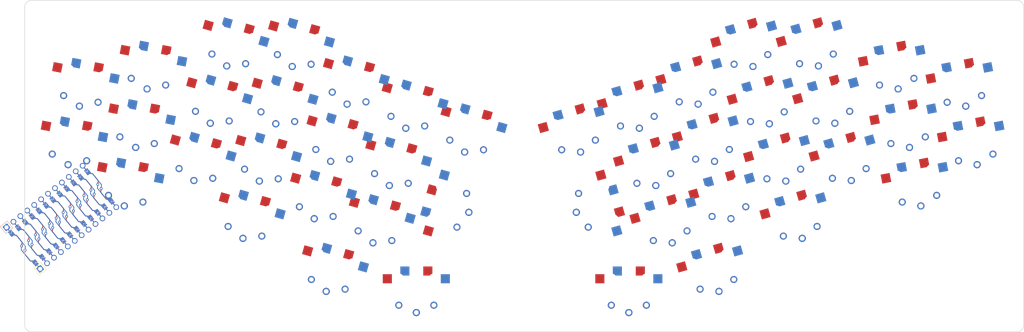
<source format=kicad_pcb>
(kicad_pcb (version 20171130) (host pcbnew 5.1.6)
  (title_block (title green60) (rev v1.0.0) (company Unknown))
  (layers (0 F.Cu signal) (31 B.Cu signal) (34 B.Paste user) (35 F.Paste user) (36 B.SilkS user) (37 F.SilkS user) (38 B.Mask user) (39 F.Mask user) (44 Edge.Cuts user))
  (net 0 "")
  (net 1 "P0")
  (net 2 "GND")
  (net 3 "P1")
  (net 4 "P2")
  (net 5 "P3")
  (net 6 "P4")
  (net 7 "P5")
  (net 8 "P6")
  (net 9 "P7")
  (net 10 "P8")
  (net 11 "RAW")
  (net 12 "RST")
  (net 13 "VCC")
  (net 14 "P21")
  (net 15 "P20")
  (net 16 "P19")
  (net 17 "P18")
  (net 18 "P15")
  (net 19 "P14")
  (net 20 "P16")
  (net 21 "P10")
  (net 22 "P9")
  (module PG1350 (layer F.Cu) (at 0 0 -11)
    (fp_text reference "S1" hide)
    (fp_text value "" hide)
    (pad "" np_thru_hole circle (at 0 0) (size 3.429 3.429) (drill 3.429) (layers *.Cu *.Mask))
    (pad "" np_thru_hole circle (at 5.5 0) (size 1.7018 1.7018) (drill 1.7018) (layers *.Cu *.Mask))
    (pad "" np_thru_hole circle (at -5.5 0) (size 1.7018 1.7018) (drill 1.7018) (layers *.Cu *.Mask))
    (pad "" np_thru_hole circle (at 5 -3.75) (size 3 3) (drill 3) (layers *.Cu *.Mask))
    (pad "" np_thru_hole circle (at 0 -5.95) (size 3 3) (drill 3) (layers *.Cu *.Mask))
    (pad 1 smd rect (at -3.275 -5.95 -11) (size 2.6 2.6) (layers B.Cu B.Paste B.Mask) (net 1 "P0"))
    (pad 2 smd rect (at 8.275 -3.75 -11) (size 2.6 2.6) (layers B.Cu B.Paste B.Mask) (net 2 "GND"))
    (pad "" np_thru_hole circle (at -5 -3.75) (size 3 3) (drill 3) (layers *.Cu *.Mask))
    (pad "" np_thru_hole circle (at 0 -5.95) (size 3 3) (drill 3) (layers *.Cu *.Mask))
    (pad 1 smd rect (at 3.275 -5.95 -11) (size 2.6 2.6) (layers F.Cu F.Paste F.Mask) (net 1 "P0"))
    (pad 2 smd rect (at -8.275 -3.75 -11) (size 2.6 2.6) (layers F.Cu F.Paste F.Mask) (net 2 "GND"))
  )
  (module PG1350 (layer F.Cu) (at 0 0 169)
    (fp_text reference "S2" hide)
    (fp_text value "" hide)
    (pad "" np_thru_hole circle (at 0 0) (size 3.429 3.429) (drill 3.429) (layers *.Cu *.Mask))
    (pad "" np_thru_hole circle (at 5.5 0) (size 1.7018 1.7018) (drill 1.7018) (layers *.Cu *.Mask))
    (pad "" np_thru_hole circle (at -5.5 0) (size 1.7018 1.7018) (drill 1.7018) (layers *.Cu *.Mask))
    (pad 1 thru_hole circle (at 5 -3.8) (size 2.032 2.032) (drill 1.27) (layers *.Cu *.Mask) (net 1 "P0"))
    (pad 2 thru_hole circle (at 0 -5.9) (size 2.032 2.032) (drill 1.27) (layers *.Cu *.Mask) (net 2 "GND"))
    (pad 1 thru_hole circle (at -5 -3.8) (size 2.032 2.032) (drill 1.27) (layers *.Cu *.Mask) (net 1 "P0"))
    (pad 2 thru_hole circle (at -0 -5.9) (size 2.032 2.032) (drill 1.27) (layers *.Cu *.Mask) (net 2 "GND"))
  )
  (module PG1350 (layer F.Cu) (at 3.2437529 -16.6876621 -11)
    (fp_text reference "S3" hide)
    (fp_text value "" hide)
    (pad "" np_thru_hole circle (at 0 0) (size 3.429 3.429) (drill 3.429) (layers *.Cu *.Mask))
    (pad "" np_thru_hole circle (at 5.5 0) (size 1.7018 1.7018) (drill 1.7018) (layers *.Cu *.Mask))
    (pad "" np_thru_hole circle (at -5.5 0) (size 1.7018 1.7018) (drill 1.7018) (layers *.Cu *.Mask))
    (pad "" np_thru_hole circle (at 5 -3.75) (size 3 3) (drill 3) (layers *.Cu *.Mask))
    (pad "" np_thru_hole circle (at 0 -5.95) (size 3 3) (drill 3) (layers *.Cu *.Mask))
    (pad 1 smd rect (at -3.275 -5.95 -11) (size 2.6 2.6) (layers B.Cu B.Paste B.Mask) (net 1 "P0"))
    (pad 2 smd rect (at 8.275 -3.75 -11) (size 2.6 2.6) (layers B.Cu B.Paste B.Mask) (net 2 "GND"))
    (pad "" np_thru_hole circle (at -5 -3.75) (size 3 3) (drill 3) (layers *.Cu *.Mask))
    (pad "" np_thru_hole circle (at 0 -5.95) (size 3 3) (drill 3) (layers *.Cu *.Mask))
    (pad 1 smd rect (at 3.275 -5.95 -11) (size 2.6 2.6) (layers F.Cu F.Paste F.Mask) (net 1 "P0"))
    (pad 2 smd rect (at -8.275 -3.75 -11) (size 2.6 2.6) (layers F.Cu F.Paste F.Mask) (net 2 "GND"))
  )
  (module PG1350 (layer F.Cu) (at 3.2437529 -16.6876621 169)
    (fp_text reference "S4" hide)
    (fp_text value "" hide)
    (pad "" np_thru_hole circle (at 0 0) (size 3.429 3.429) (drill 3.429) (layers *.Cu *.Mask))
    (pad "" np_thru_hole circle (at 5.5 0) (size 1.7018 1.7018) (drill 1.7018) (layers *.Cu *.Mask))
    (pad "" np_thru_hole circle (at -5.5 0) (size 1.7018 1.7018) (drill 1.7018) (layers *.Cu *.Mask))
    (pad 1 thru_hole circle (at 5 -3.8) (size 2.032 2.032) (drill 1.27) (layers *.Cu *.Mask) (net 1 "P0"))
    (pad 2 thru_hole circle (at 0 -5.9) (size 2.032 2.032) (drill 1.27) (layers *.Cu *.Mask) (net 2 "GND"))
    (pad 1 thru_hole circle (at -5 -3.8) (size 2.032 2.032) (drill 1.27) (layers *.Cu *.Mask) (net 1 "P0"))
    (pad 2 thru_hole circle (at -0 -5.9) (size 2.032 2.032) (drill 1.27) (layers *.Cu *.Mask) (net 2 "GND"))
  )
  (module PG1350 (layer F.Cu) (at 16.0474129 11.778393 -11)
    (fp_text reference "S5" hide)
    (fp_text value "" hide)
    (pad "" np_thru_hole circle (at 0 0) (size 3.429 3.429) (drill 3.429) (layers *.Cu *.Mask))
    (pad "" np_thru_hole circle (at 5.5 0) (size 1.7018 1.7018) (drill 1.7018) (layers *.Cu *.Mask))
    (pad "" np_thru_hole circle (at -5.5 0) (size 1.7018 1.7018) (drill 1.7018) (layers *.Cu *.Mask))
    (pad "" np_thru_hole circle (at 5 -3.75) (size 3 3) (drill 3) (layers *.Cu *.Mask))
    (pad "" np_thru_hole circle (at 0 -5.95) (size 3 3) (drill 3) (layers *.Cu *.Mask))
    (pad 1 smd rect (at -3.275 -5.95 -11) (size 2.6 2.6) (layers B.Cu B.Paste B.Mask) (net 3 "P1"))
    (pad 2 smd rect (at 8.275 -3.75 -11) (size 2.6 2.6) (layers B.Cu B.Paste B.Mask) (net 2 "GND"))
    (pad "" np_thru_hole circle (at -5 -3.75) (size 3 3) (drill 3) (layers *.Cu *.Mask))
    (pad "" np_thru_hole circle (at 0 -5.95) (size 3 3) (drill 3) (layers *.Cu *.Mask))
    (pad 1 smd rect (at 3.275 -5.95 -11) (size 2.6 2.6) (layers F.Cu F.Paste F.Mask) (net 3 "P1"))
    (pad 2 smd rect (at -8.275 -3.75 -11) (size 2.6 2.6) (layers F.Cu F.Paste F.Mask) (net 2 "GND"))
  )
  (module PG1350 (layer F.Cu) (at 16.0474129 11.778393 169)
    (fp_text reference "S6" hide)
    (fp_text value "" hide)
    (pad "" np_thru_hole circle (at 0 0) (size 3.429 3.429) (drill 3.429) (layers *.Cu *.Mask))
    (pad "" np_thru_hole circle (at 5.5 0) (size 1.7018 1.7018) (drill 1.7018) (layers *.Cu *.Mask))
    (pad "" np_thru_hole circle (at -5.5 0) (size 1.7018 1.7018) (drill 1.7018) (layers *.Cu *.Mask))
    (pad 1 thru_hole circle (at 5 -3.8) (size 2.032 2.032) (drill 1.27) (layers *.Cu *.Mask) (net 3 "P1"))
    (pad 2 thru_hole circle (at 0 -5.9) (size 2.032 2.032) (drill 1.27) (layers *.Cu *.Mask) (net 2 "GND"))
    (pad 1 thru_hole circle (at -5 -3.8) (size 2.032 2.032) (drill 1.27) (layers *.Cu *.Mask) (net 3 "P1"))
    (pad 2 thru_hole circle (at -0 -5.9) (size 2.032 2.032) (drill 1.27) (layers *.Cu *.Mask) (net 2 "GND"))
  )
  (module PG1350 (layer F.Cu) (at 19.2911658 -4.9092692 -11)
    (fp_text reference "S7" hide)
    (fp_text value "" hide)
    (pad "" np_thru_hole circle (at 0 0) (size 3.429 3.429) (drill 3.429) (layers *.Cu *.Mask))
    (pad "" np_thru_hole circle (at 5.5 0) (size 1.7018 1.7018) (drill 1.7018) (layers *.Cu *.Mask))
    (pad "" np_thru_hole circle (at -5.5 0) (size 1.7018 1.7018) (drill 1.7018) (layers *.Cu *.Mask))
    (pad "" np_thru_hole circle (at 5 -3.75) (size 3 3) (drill 3) (layers *.Cu *.Mask))
    (pad "" np_thru_hole circle (at 0 -5.95) (size 3 3) (drill 3) (layers *.Cu *.Mask))
    (pad 1 smd rect (at -3.275 -5.95 -11) (size 2.6 2.6) (layers B.Cu B.Paste B.Mask) (net 3 "P1"))
    (pad 2 smd rect (at 8.275 -3.75 -11) (size 2.6 2.6) (layers B.Cu B.Paste B.Mask) (net 2 "GND"))
    (pad "" np_thru_hole circle (at -5 -3.75) (size 3 3) (drill 3) (layers *.Cu *.Mask))
    (pad "" np_thru_hole circle (at 0 -5.95) (size 3 3) (drill 3) (layers *.Cu *.Mask))
    (pad 1 smd rect (at 3.275 -5.95 -11) (size 2.6 2.6) (layers F.Cu F.Paste F.Mask) (net 3 "P1"))
    (pad 2 smd rect (at -8.275 -3.75 -11) (size 2.6 2.6) (layers F.Cu F.Paste F.Mask) (net 2 "GND"))
  )
  (module PG1350 (layer F.Cu) (at 19.2911658 -4.9092692 169)
    (fp_text reference "S8" hide)
    (fp_text value "" hide)
    (pad "" np_thru_hole circle (at 0 0) (size 3.429 3.429) (drill 3.429) (layers *.Cu *.Mask))
    (pad "" np_thru_hole circle (at 5.5 0) (size 1.7018 1.7018) (drill 1.7018) (layers *.Cu *.Mask))
    (pad "" np_thru_hole circle (at -5.5 0) (size 1.7018 1.7018) (drill 1.7018) (layers *.Cu *.Mask))
    (pad 1 thru_hole circle (at 5 -3.8) (size 2.032 2.032) (drill 1.27) (layers *.Cu *.Mask) (net 3 "P1"))
    (pad 2 thru_hole circle (at 0 -5.9) (size 2.032 2.032) (drill 1.27) (layers *.Cu *.Mask) (net 2 "GND"))
    (pad 1 thru_hole circle (at -5 -3.8) (size 2.032 2.032) (drill 1.27) (layers *.Cu *.Mask) (net 3 "P1"))
    (pad 2 thru_hole circle (at -0 -5.9) (size 2.032 2.032) (drill 1.27) (layers *.Cu *.Mask) (net 2 "GND"))
  )
  (module PG1350 (layer F.Cu) (at 22.5349187 -21.5969313 -11)
    (fp_text reference "S9" hide)
    (fp_text value "" hide)
    (pad "" np_thru_hole circle (at 0 0) (size 3.429 3.429) (drill 3.429) (layers *.Cu *.Mask))
    (pad "" np_thru_hole circle (at 5.5 0) (size 1.7018 1.7018) (drill 1.7018) (layers *.Cu *.Mask))
    (pad "" np_thru_hole circle (at -5.5 0) (size 1.7018 1.7018) (drill 1.7018) (layers *.Cu *.Mask))
    (pad "" np_thru_hole circle (at 5 -3.75) (size 3 3) (drill 3) (layers *.Cu *.Mask))
    (pad "" np_thru_hole circle (at 0 -5.95) (size 3 3) (drill 3) (layers *.Cu *.Mask))
    (pad 1 smd rect (at -3.275 -5.95 -11) (size 2.6 2.6) (layers B.Cu B.Paste B.Mask) (net 3 "P1"))
    (pad 2 smd rect (at 8.275 -3.75 -11) (size 2.6 2.6) (layers B.Cu B.Paste B.Mask) (net 2 "GND"))
    (pad "" np_thru_hole circle (at -5 -3.75) (size 3 3) (drill 3) (layers *.Cu *.Mask))
    (pad "" np_thru_hole circle (at 0 -5.95) (size 3 3) (drill 3) (layers *.Cu *.Mask))
    (pad 1 smd rect (at 3.275 -5.95 -11) (size 2.6 2.6) (layers F.Cu F.Paste F.Mask) (net 3 "P1"))
    (pad 2 smd rect (at -8.275 -3.75 -11) (size 2.6 2.6) (layers F.Cu F.Paste F.Mask) (net 2 "GND"))
  )
  (module PG1350 (layer F.Cu) (at 22.5349187 -21.5969313 169)
    (fp_text reference "S10" hide)
    (fp_text value "" hide)
    (pad "" np_thru_hole circle (at 0 0) (size 3.429 3.429) (drill 3.429) (layers *.Cu *.Mask))
    (pad "" np_thru_hole circle (at 5.5 0) (size 1.7018 1.7018) (drill 1.7018) (layers *.Cu *.Mask))
    (pad "" np_thru_hole circle (at -5.5 0) (size 1.7018 1.7018) (drill 1.7018) (layers *.Cu *.Mask))
    (pad 1 thru_hole circle (at 5 -3.8) (size 2.032 2.032) (drill 1.27) (layers *.Cu *.Mask) (net 3 "P1"))
    (pad 2 thru_hole circle (at 0 -5.9) (size 2.032 2.032) (drill 1.27) (layers *.Cu *.Mask) (net 2 "GND"))
    (pad 1 thru_hole circle (at -5 -3.8) (size 2.032 2.032) (drill 1.27) (layers *.Cu *.Mask) (net 3 "P1"))
    (pad 2 thru_hole circle (at -0 -5.9) (size 2.032 2.032) (drill 1.27) (layers *.Cu *.Mask) (net 2 "GND"))
  )
  (module PG1350 (layer F.Cu) (at 36.392136 4.6475043 -16)
    (fp_text reference "S11" hide)
    (fp_text value "" hide)
    (pad "" np_thru_hole circle (at 0 0) (size 3.429 3.429) (drill 3.429) (layers *.Cu *.Mask))
    (pad "" np_thru_hole circle (at 5.5 0) (size 1.7018 1.7018) (drill 1.7018) (layers *.Cu *.Mask))
    (pad "" np_thru_hole circle (at -5.5 0) (size 1.7018 1.7018) (drill 1.7018) (layers *.Cu *.Mask))
    (pad "" np_thru_hole circle (at 5 -3.75) (size 3 3) (drill 3) (layers *.Cu *.Mask))
    (pad "" np_thru_hole circle (at 0 -5.95) (size 3 3) (drill 3) (layers *.Cu *.Mask))
    (pad 1 smd rect (at -3.275 -5.95 -16) (size 2.6 2.6) (layers B.Cu B.Paste B.Mask) (net 4 "P2"))
    (pad 2 smd rect (at 8.275 -3.75 -16) (size 2.6 2.6) (layers B.Cu B.Paste B.Mask) (net 2 "GND"))
    (pad "" np_thru_hole circle (at -5 -3.75) (size 3 3) (drill 3) (layers *.Cu *.Mask))
    (pad "" np_thru_hole circle (at 0 -5.95) (size 3 3) (drill 3) (layers *.Cu *.Mask))
    (pad 1 smd rect (at 3.275 -5.95 -16) (size 2.6 2.6) (layers F.Cu F.Paste F.Mask) (net 4 "P2"))
    (pad 2 smd rect (at -8.275 -3.75 -16) (size 2.6 2.6) (layers F.Cu F.Paste F.Mask) (net 2 "GND"))
  )
  (module PG1350 (layer F.Cu) (at 36.392136 4.6475043 164)
    (fp_text reference "S12" hide)
    (fp_text value "" hide)
    (pad "" np_thru_hole circle (at 0 0) (size 3.429 3.429) (drill 3.429) (layers *.Cu *.Mask))
    (pad "" np_thru_hole circle (at 5.5 0) (size 1.7018 1.7018) (drill 1.7018) (layers *.Cu *.Mask))
    (pad "" np_thru_hole circle (at -5.5 0) (size 1.7018 1.7018) (drill 1.7018) (layers *.Cu *.Mask))
    (pad 1 thru_hole circle (at 5 -3.8) (size 2.032 2.032) (drill 1.27) (layers *.Cu *.Mask) (net 4 "P2"))
    (pad 2 thru_hole circle (at 0 -5.9) (size 2.032 2.032) (drill 1.27) (layers *.Cu *.Mask) (net 2 "GND"))
    (pad 1 thru_hole circle (at -5 -3.8) (size 2.032 2.032) (drill 1.27) (layers *.Cu *.Mask) (net 4 "P2"))
    (pad 2 thru_hole circle (at -0 -5.9) (size 2.032 2.032) (drill 1.27) (layers *.Cu *.Mask) (net 2 "GND"))
  )
  (module PG1350 (layer F.Cu) (at 41.077971 -11.6939445 -16)
    (fp_text reference "S13" hide)
    (fp_text value "" hide)
    (pad "" np_thru_hole circle (at 0 0) (size 3.429 3.429) (drill 3.429) (layers *.Cu *.Mask))
    (pad "" np_thru_hole circle (at 5.5 0) (size 1.7018 1.7018) (drill 1.7018) (layers *.Cu *.Mask))
    (pad "" np_thru_hole circle (at -5.5 0) (size 1.7018 1.7018) (drill 1.7018) (layers *.Cu *.Mask))
    (pad "" np_thru_hole circle (at 5 -3.75) (size 3 3) (drill 3) (layers *.Cu *.Mask))
    (pad "" np_thru_hole circle (at 0 -5.95) (size 3 3) (drill 3) (layers *.Cu *.Mask))
    (pad 1 smd rect (at -3.275 -5.95 -16) (size 2.6 2.6) (layers B.Cu B.Paste B.Mask) (net 4 "P2"))
    (pad 2 smd rect (at 8.275 -3.75 -16) (size 2.6 2.6) (layers B.Cu B.Paste B.Mask) (net 2 "GND"))
    (pad "" np_thru_hole circle (at -5 -3.75) (size 3 3) (drill 3) (layers *.Cu *.Mask))
    (pad "" np_thru_hole circle (at 0 -5.95) (size 3 3) (drill 3) (layers *.Cu *.Mask))
    (pad 1 smd rect (at 3.275 -5.95 -16) (size 2.6 2.6) (layers F.Cu F.Paste F.Mask) (net 4 "P2"))
    (pad 2 smd rect (at -8.275 -3.75 -16) (size 2.6 2.6) (layers F.Cu F.Paste F.Mask) (net 2 "GND"))
  )
  (module PG1350 (layer F.Cu) (at 41.077971 -11.6939445 164)
    (fp_text reference "S14" hide)
    (fp_text value "" hide)
    (pad "" np_thru_hole circle (at 0 0) (size 3.429 3.429) (drill 3.429) (layers *.Cu *.Mask))
    (pad "" np_thru_hole circle (at 5.5 0) (size 1.7018 1.7018) (drill 1.7018) (layers *.Cu *.Mask))
    (pad "" np_thru_hole circle (at -5.5 0) (size 1.7018 1.7018) (drill 1.7018) (layers *.Cu *.Mask))
    (pad 1 thru_hole circle (at 5 -3.8) (size 2.032 2.032) (drill 1.27) (layers *.Cu *.Mask) (net 4 "P2"))
    (pad 2 thru_hole circle (at 0 -5.9) (size 2.032 2.032) (drill 1.27) (layers *.Cu *.Mask) (net 2 "GND"))
    (pad 1 thru_hole circle (at -5 -3.8) (size 2.032 2.032) (drill 1.27) (layers *.Cu *.Mask) (net 4 "P2"))
    (pad 2 thru_hole circle (at -0 -5.9) (size 2.032 2.032) (drill 1.27) (layers *.Cu *.Mask) (net 2 "GND"))
  )
  (module PG1350 (layer F.Cu) (at 45.763806 -28.0353933 -16)
    (fp_text reference "S15" hide)
    (fp_text value "" hide)
    (pad "" np_thru_hole circle (at 0 0) (size 3.429 3.429) (drill 3.429) (layers *.Cu *.Mask))
    (pad "" np_thru_hole circle (at 5.5 0) (size 1.7018 1.7018) (drill 1.7018) (layers *.Cu *.Mask))
    (pad "" np_thru_hole circle (at -5.5 0) (size 1.7018 1.7018) (drill 1.7018) (layers *.Cu *.Mask))
    (pad "" np_thru_hole circle (at 5 -3.75) (size 3 3) (drill 3) (layers *.Cu *.Mask))
    (pad "" np_thru_hole circle (at 0 -5.95) (size 3 3) (drill 3) (layers *.Cu *.Mask))
    (pad 1 smd rect (at -3.275 -5.95 -16) (size 2.6 2.6) (layers B.Cu B.Paste B.Mask) (net 4 "P2"))
    (pad 2 smd rect (at 8.275 -3.75 -16) (size 2.6 2.6) (layers B.Cu B.Paste B.Mask) (net 2 "GND"))
    (pad "" np_thru_hole circle (at -5 -3.75) (size 3 3) (drill 3) (layers *.Cu *.Mask))
    (pad "" np_thru_hole circle (at 0 -5.95) (size 3 3) (drill 3) (layers *.Cu *.Mask))
    (pad 1 smd rect (at 3.275 -5.95 -16) (size 2.6 2.6) (layers F.Cu F.Paste F.Mask) (net 4 "P2"))
    (pad 2 smd rect (at -8.275 -3.75 -16) (size 2.6 2.6) (layers F.Cu F.Paste F.Mask) (net 2 "GND"))
  )
  (module PG1350 (layer F.Cu) (at 45.763806 -28.0353933 164)
    (fp_text reference "S16" hide)
    (fp_text value "" hide)
    (pad "" np_thru_hole circle (at 0 0) (size 3.429 3.429) (drill 3.429) (layers *.Cu *.Mask))
    (pad "" np_thru_hole circle (at 5.5 0) (size 1.7018 1.7018) (drill 1.7018) (layers *.Cu *.Mask))
    (pad "" np_thru_hole circle (at -5.5 0) (size 1.7018 1.7018) (drill 1.7018) (layers *.Cu *.Mask))
    (pad 1 thru_hole circle (at 5 -3.8) (size 2.032 2.032) (drill 1.27) (layers *.Cu *.Mask) (net 4 "P2"))
    (pad 2 thru_hole circle (at 0 -5.9) (size 2.032 2.032) (drill 1.27) (layers *.Cu *.Mask) (net 2 "GND"))
    (pad 1 thru_hole circle (at -5 -3.8) (size 2.032 2.032) (drill 1.27) (layers *.Cu *.Mask) (net 4 "P2"))
    (pad 2 thru_hole circle (at -0 -5.9) (size 2.032 2.032) (drill 1.27) (layers *.Cu *.Mask) (net 2 "GND"))
  )
  (module PG1350 (layer F.Cu) (at 50.3871981 21.144117 -16)
    (fp_text reference "S17" hide)
    (fp_text value "" hide)
    (pad "" np_thru_hole circle (at 0 0) (size 3.429 3.429) (drill 3.429) (layers *.Cu *.Mask))
    (pad "" np_thru_hole circle (at 5.5 0) (size 1.7018 1.7018) (drill 1.7018) (layers *.Cu *.Mask))
    (pad "" np_thru_hole circle (at -5.5 0) (size 1.7018 1.7018) (drill 1.7018) (layers *.Cu *.Mask))
    (pad "" np_thru_hole circle (at 5 -3.75) (size 3 3) (drill 3) (layers *.Cu *.Mask))
    (pad "" np_thru_hole circle (at 0 -5.95) (size 3 3) (drill 3) (layers *.Cu *.Mask))
    (pad 1 smd rect (at -3.275 -5.95 -16) (size 2.6 2.6) (layers B.Cu B.Paste B.Mask) (net 5 "P3"))
    (pad 2 smd rect (at 8.275 -3.75 -16) (size 2.6 2.6) (layers B.Cu B.Paste B.Mask) (net 2 "GND"))
    (pad "" np_thru_hole circle (at -5 -3.75) (size 3 3) (drill 3) (layers *.Cu *.Mask))
    (pad "" np_thru_hole circle (at 0 -5.95) (size 3 3) (drill 3) (layers *.Cu *.Mask))
    (pad 1 smd rect (at 3.275 -5.95 -16) (size 2.6 2.6) (layers F.Cu F.Paste F.Mask) (net 5 "P3"))
    (pad 2 smd rect (at -8.275 -3.75 -16) (size 2.6 2.6) (layers F.Cu F.Paste F.Mask) (net 2 "GND"))
  )
  (module PG1350 (layer F.Cu) (at 50.3871981 21.144117 164)
    (fp_text reference "S18" hide)
    (fp_text value "" hide)
    (pad "" np_thru_hole circle (at 0 0) (size 3.429 3.429) (drill 3.429) (layers *.Cu *.Mask))
    (pad "" np_thru_hole circle (at 5.5 0) (size 1.7018 1.7018) (drill 1.7018) (layers *.Cu *.Mask))
    (pad "" np_thru_hole circle (at -5.5 0) (size 1.7018 1.7018) (drill 1.7018) (layers *.Cu *.Mask))
    (pad 1 thru_hole circle (at 5 -3.8) (size 2.032 2.032) (drill 1.27) (layers *.Cu *.Mask) (net 5 "P3"))
    (pad 2 thru_hole circle (at 0 -5.9) (size 2.032 2.032) (drill 1.27) (layers *.Cu *.Mask) (net 2 "GND"))
    (pad 1 thru_hole circle (at -5 -3.8) (size 2.032 2.032) (drill 1.27) (layers *.Cu *.Mask) (net 5 "P3"))
    (pad 2 thru_hole circle (at -0 -5.9) (size 2.032 2.032) (drill 1.27) (layers *.Cu *.Mask) (net 2 "GND"))
  )
  (module PG1350 (layer F.Cu) (at 55.0730332 4.8026682 -16)
    (fp_text reference "S19" hide)
    (fp_text value "" hide)
    (pad "" np_thru_hole circle (at 0 0) (size 3.429 3.429) (drill 3.429) (layers *.Cu *.Mask))
    (pad "" np_thru_hole circle (at 5.5 0) (size 1.7018 1.7018) (drill 1.7018) (layers *.Cu *.Mask))
    (pad "" np_thru_hole circle (at -5.5 0) (size 1.7018 1.7018) (drill 1.7018) (layers *.Cu *.Mask))
    (pad "" np_thru_hole circle (at 5 -3.75) (size 3 3) (drill 3) (layers *.Cu *.Mask))
    (pad "" np_thru_hole circle (at 0 -5.95) (size 3 3) (drill 3) (layers *.Cu *.Mask))
    (pad 1 smd rect (at -3.275 -5.95 -16) (size 2.6 2.6) (layers B.Cu B.Paste B.Mask) (net 5 "P3"))
    (pad 2 smd rect (at 8.275 -3.75 -16) (size 2.6 2.6) (layers B.Cu B.Paste B.Mask) (net 2 "GND"))
    (pad "" np_thru_hole circle (at -5 -3.75) (size 3 3) (drill 3) (layers *.Cu *.Mask))
    (pad "" np_thru_hole circle (at 0 -5.95) (size 3 3) (drill 3) (layers *.Cu *.Mask))
    (pad 1 smd rect (at 3.275 -5.95 -16) (size 2.6 2.6) (layers F.Cu F.Paste F.Mask) (net 5 "P3"))
    (pad 2 smd rect (at -8.275 -3.75 -16) (size 2.6 2.6) (layers F.Cu F.Paste F.Mask) (net 2 "GND"))
  )
  (module PG1350 (layer F.Cu) (at 55.0730332 4.8026682 164)
    (fp_text reference "S20" hide)
    (fp_text value "" hide)
    (pad "" np_thru_hole circle (at 0 0) (size 3.429 3.429) (drill 3.429) (layers *.Cu *.Mask))
    (pad "" np_thru_hole circle (at 5.5 0) (size 1.7018 1.7018) (drill 1.7018) (layers *.Cu *.Mask))
    (pad "" np_thru_hole circle (at -5.5 0) (size 1.7018 1.7018) (drill 1.7018) (layers *.Cu *.Mask))
    (pad 1 thru_hole circle (at 5 -3.8) (size 2.032 2.032) (drill 1.27) (layers *.Cu *.Mask) (net 5 "P3"))
    (pad 2 thru_hole circle (at 0 -5.9) (size 2.032 2.032) (drill 1.27) (layers *.Cu *.Mask) (net 2 "GND"))
    (pad 1 thru_hole circle (at -5 -3.8) (size 2.032 2.032) (drill 1.27) (layers *.Cu *.Mask) (net 5 "P3"))
    (pad 2 thru_hole circle (at -0 -5.9) (size 2.032 2.032) (drill 1.27) (layers *.Cu *.Mask) (net 2 "GND"))
  )
  (module PG1350 (layer F.Cu) (at 59.7588682 -11.5387806 -16)
    (fp_text reference "S21" hide)
    (fp_text value "" hide)
    (pad "" np_thru_hole circle (at 0 0) (size 3.429 3.429) (drill 3.429) (layers *.Cu *.Mask))
    (pad "" np_thru_hole circle (at 5.5 0) (size 1.7018 1.7018) (drill 1.7018) (layers *.Cu *.Mask))
    (pad "" np_thru_hole circle (at -5.5 0) (size 1.7018 1.7018) (drill 1.7018) (layers *.Cu *.Mask))
    (pad "" np_thru_hole circle (at 5 -3.75) (size 3 3) (drill 3) (layers *.Cu *.Mask))
    (pad "" np_thru_hole circle (at 0 -5.95) (size 3 3) (drill 3) (layers *.Cu *.Mask))
    (pad 1 smd rect (at -3.275 -5.95 -16) (size 2.6 2.6) (layers B.Cu B.Paste B.Mask) (net 5 "P3"))
    (pad 2 smd rect (at 8.275 -3.75 -16) (size 2.6 2.6) (layers B.Cu B.Paste B.Mask) (net 2 "GND"))
    (pad "" np_thru_hole circle (at -5 -3.75) (size 3 3) (drill 3) (layers *.Cu *.Mask))
    (pad "" np_thru_hole circle (at 0 -5.95) (size 3 3) (drill 3) (layers *.Cu *.Mask))
    (pad 1 smd rect (at 3.275 -5.95 -16) (size 2.6 2.6) (layers F.Cu F.Paste F.Mask) (net 5 "P3"))
    (pad 2 smd rect (at -8.275 -3.75 -16) (size 2.6 2.6) (layers F.Cu F.Paste F.Mask) (net 2 "GND"))
  )
  (module PG1350 (layer F.Cu) (at 59.7588682 -11.5387806 164)
    (fp_text reference "S22" hide)
    (fp_text value "" hide)
    (pad "" np_thru_hole circle (at 0 0) (size 3.429 3.429) (drill 3.429) (layers *.Cu *.Mask))
    (pad "" np_thru_hole circle (at 5.5 0) (size 1.7018 1.7018) (drill 1.7018) (layers *.Cu *.Mask))
    (pad "" np_thru_hole circle (at -5.5 0) (size 1.7018 1.7018) (drill 1.7018) (layers *.Cu *.Mask))
    (pad 1 thru_hole circle (at 5 -3.8) (size 2.032 2.032) (drill 1.27) (layers *.Cu *.Mask) (net 5 "P3"))
    (pad 2 thru_hole circle (at 0 -5.9) (size 2.032 2.032) (drill 1.27) (layers *.Cu *.Mask) (net 2 "GND"))
    (pad 1 thru_hole circle (at -5 -3.8) (size 2.032 2.032) (drill 1.27) (layers *.Cu *.Mask) (net 5 "P3"))
    (pad 2 thru_hole circle (at -0 -5.9) (size 2.032 2.032) (drill 1.27) (layers *.Cu *.Mask) (net 2 "GND"))
  )
  (module PG1350 (layer F.Cu) (at 64.4447033 -27.8802294 -16)
    (fp_text reference "S23" hide)
    (fp_text value "" hide)
    (pad "" np_thru_hole circle (at 0 0) (size 3.429 3.429) (drill 3.429) (layers *.Cu *.Mask))
    (pad "" np_thru_hole circle (at 5.5 0) (size 1.7018 1.7018) (drill 1.7018) (layers *.Cu *.Mask))
    (pad "" np_thru_hole circle (at -5.5 0) (size 1.7018 1.7018) (drill 1.7018) (layers *.Cu *.Mask))
    (pad "" np_thru_hole circle (at 5 -3.75) (size 3 3) (drill 3) (layers *.Cu *.Mask))
    (pad "" np_thru_hole circle (at 0 -5.95) (size 3 3) (drill 3) (layers *.Cu *.Mask))
    (pad 1 smd rect (at -3.275 -5.95 -16) (size 2.6 2.6) (layers B.Cu B.Paste B.Mask) (net 5 "P3"))
    (pad 2 smd rect (at 8.275 -3.75 -16) (size 2.6 2.6) (layers B.Cu B.Paste B.Mask) (net 2 "GND"))
    (pad "" np_thru_hole circle (at -5 -3.75) (size 3 3) (drill 3) (layers *.Cu *.Mask))
    (pad "" np_thru_hole circle (at 0 -5.95) (size 3 3) (drill 3) (layers *.Cu *.Mask))
    (pad 1 smd rect (at 3.275 -5.95 -16) (size 2.6 2.6) (layers F.Cu F.Paste F.Mask) (net 5 "P3"))
    (pad 2 smd rect (at -8.275 -3.75 -16) (size 2.6 2.6) (layers F.Cu F.Paste F.Mask) (net 2 "GND"))
  )
  (module PG1350 (layer F.Cu) (at 64.4447033 -27.8802294 164)
    (fp_text reference "S24" hide)
    (fp_text value "" hide)
    (pad "" np_thru_hole circle (at 0 0) (size 3.429 3.429) (drill 3.429) (layers *.Cu *.Mask))
    (pad "" np_thru_hole circle (at 5.5 0) (size 1.7018 1.7018) (drill 1.7018) (layers *.Cu *.Mask))
    (pad "" np_thru_hole circle (at -5.5 0) (size 1.7018 1.7018) (drill 1.7018) (layers *.Cu *.Mask))
    (pad 1 thru_hole circle (at 5 -3.8) (size 2.032 2.032) (drill 1.27) (layers *.Cu *.Mask) (net 5 "P3"))
    (pad 2 thru_hole circle (at 0 -5.9) (size 2.032 2.032) (drill 1.27) (layers *.Cu *.Mask) (net 2 "GND"))
    (pad 1 thru_hole circle (at -5 -3.8) (size 2.032 2.032) (drill 1.27) (layers *.Cu *.Mask) (net 5 "P3"))
    (pad 2 thru_hole circle (at -0 -5.9) (size 2.032 2.032) (drill 1.27) (layers *.Cu *.Mask) (net 2 "GND"))
  )
  (module PG1350 (layer F.Cu) (at 70.7219196 15.5317107 -16)
    (fp_text reference "S25" hide)
    (fp_text value "" hide)
    (pad "" np_thru_hole circle (at 0 0) (size 3.429 3.429) (drill 3.429) (layers *.Cu *.Mask))
    (pad "" np_thru_hole circle (at 5.5 0) (size 1.7018 1.7018) (drill 1.7018) (layers *.Cu *.Mask))
    (pad "" np_thru_hole circle (at -5.5 0) (size 1.7018 1.7018) (drill 1.7018) (layers *.Cu *.Mask))
    (pad "" np_thru_hole circle (at 5 -3.75) (size 3 3) (drill 3) (layers *.Cu *.Mask))
    (pad "" np_thru_hole circle (at 0 -5.95) (size 3 3) (drill 3) (layers *.Cu *.Mask))
    (pad 1 smd rect (at -3.275 -5.95 -16) (size 2.6 2.6) (layers B.Cu B.Paste B.Mask) (net 6 "P4"))
    (pad 2 smd rect (at 8.275 -3.75 -16) (size 2.6 2.6) (layers B.Cu B.Paste B.Mask) (net 2 "GND"))
    (pad "" np_thru_hole circle (at -5 -3.75) (size 3 3) (drill 3) (layers *.Cu *.Mask))
    (pad "" np_thru_hole circle (at 0 -5.95) (size 3 3) (drill 3) (layers *.Cu *.Mask))
    (pad 1 smd rect (at 3.275 -5.95 -16) (size 2.6 2.6) (layers F.Cu F.Paste F.Mask) (net 6 "P4"))
    (pad 2 smd rect (at -8.275 -3.75 -16) (size 2.6 2.6) (layers F.Cu F.Paste F.Mask) (net 2 "GND"))
  )
  (module PG1350 (layer F.Cu) (at 70.7219196 15.5317107 164)
    (fp_text reference "S26" hide)
    (fp_text value "" hide)
    (pad "" np_thru_hole circle (at 0 0) (size 3.429 3.429) (drill 3.429) (layers *.Cu *.Mask))
    (pad "" np_thru_hole circle (at 5.5 0) (size 1.7018 1.7018) (drill 1.7018) (layers *.Cu *.Mask))
    (pad "" np_thru_hole circle (at -5.5 0) (size 1.7018 1.7018) (drill 1.7018) (layers *.Cu *.Mask))
    (pad 1 thru_hole circle (at 5 -3.8) (size 2.032 2.032) (drill 1.27) (layers *.Cu *.Mask) (net 6 "P4"))
    (pad 2 thru_hole circle (at 0 -5.9) (size 2.032 2.032) (drill 1.27) (layers *.Cu *.Mask) (net 2 "GND"))
    (pad 1 thru_hole circle (at -5 -3.8) (size 2.032 2.032) (drill 1.27) (layers *.Cu *.Mask) (net 6 "P4"))
    (pad 2 thru_hole circle (at -0 -5.9) (size 2.032 2.032) (drill 1.27) (layers *.Cu *.Mask) (net 2 "GND"))
  )
  (module PG1350 (layer F.Cu) (at 75.4077547 -0.8097381 -16)
    (fp_text reference "S27" hide)
    (fp_text value "" hide)
    (pad "" np_thru_hole circle (at 0 0) (size 3.429 3.429) (drill 3.429) (layers *.Cu *.Mask))
    (pad "" np_thru_hole circle (at 5.5 0) (size 1.7018 1.7018) (drill 1.7018) (layers *.Cu *.Mask))
    (pad "" np_thru_hole circle (at -5.5 0) (size 1.7018 1.7018) (drill 1.7018) (layers *.Cu *.Mask))
    (pad "" np_thru_hole circle (at 5 -3.75) (size 3 3) (drill 3) (layers *.Cu *.Mask))
    (pad "" np_thru_hole circle (at 0 -5.95) (size 3 3) (drill 3) (layers *.Cu *.Mask))
    (pad 1 smd rect (at -3.275 -5.95 -16) (size 2.6 2.6) (layers B.Cu B.Paste B.Mask) (net 6 "P4"))
    (pad 2 smd rect (at 8.275 -3.75 -16) (size 2.6 2.6) (layers B.Cu B.Paste B.Mask) (net 2 "GND"))
    (pad "" np_thru_hole circle (at -5 -3.75) (size 3 3) (drill 3) (layers *.Cu *.Mask))
    (pad "" np_thru_hole circle (at 0 -5.95) (size 3 3) (drill 3) (layers *.Cu *.Mask))
    (pad 1 smd rect (at 3.275 -5.95 -16) (size 2.6 2.6) (layers F.Cu F.Paste F.Mask) (net 6 "P4"))
    (pad 2 smd rect (at -8.275 -3.75 -16) (size 2.6 2.6) (layers F.Cu F.Paste F.Mask) (net 2 "GND"))
  )
  (module PG1350 (layer F.Cu) (at 75.4077547 -0.8097381 164)
    (fp_text reference "S28" hide)
    (fp_text value "" hide)
    (pad "" np_thru_hole circle (at 0 0) (size 3.429 3.429) (drill 3.429) (layers *.Cu *.Mask))
    (pad "" np_thru_hole circle (at 5.5 0) (size 1.7018 1.7018) (drill 1.7018) (layers *.Cu *.Mask))
    (pad "" np_thru_hole circle (at -5.5 0) (size 1.7018 1.7018) (drill 1.7018) (layers *.Cu *.Mask))
    (pad 1 thru_hole circle (at 5 -3.8) (size 2.032 2.032) (drill 1.27) (layers *.Cu *.Mask) (net 6 "P4"))
    (pad 2 thru_hole circle (at 0 -5.9) (size 2.032 2.032) (drill 1.27) (layers *.Cu *.Mask) (net 2 "GND"))
    (pad 1 thru_hole circle (at -5 -3.8) (size 2.032 2.032) (drill 1.27) (layers *.Cu *.Mask) (net 6 "P4"))
    (pad 2 thru_hole circle (at -0 -5.9) (size 2.032 2.032) (drill 1.27) (layers *.Cu *.Mask) (net 2 "GND"))
  )
  (module PG1350 (layer F.Cu) (at 80.0935897 -17.1511868 -16)
    (fp_text reference "S29" hide)
    (fp_text value "" hide)
    (pad "" np_thru_hole circle (at 0 0) (size 3.429 3.429) (drill 3.429) (layers *.Cu *.Mask))
    (pad "" np_thru_hole circle (at 5.5 0) (size 1.7018 1.7018) (drill 1.7018) (layers *.Cu *.Mask))
    (pad "" np_thru_hole circle (at -5.5 0) (size 1.7018 1.7018) (drill 1.7018) (layers *.Cu *.Mask))
    (pad "" np_thru_hole circle (at 5 -3.75) (size 3 3) (drill 3) (layers *.Cu *.Mask))
    (pad "" np_thru_hole circle (at 0 -5.95) (size 3 3) (drill 3) (layers *.Cu *.Mask))
    (pad 1 smd rect (at -3.275 -5.95 -16) (size 2.6 2.6) (layers B.Cu B.Paste B.Mask) (net 6 "P4"))
    (pad 2 smd rect (at 8.275 -3.75 -16) (size 2.6 2.6) (layers B.Cu B.Paste B.Mask) (net 2 "GND"))
    (pad "" np_thru_hole circle (at -5 -3.75) (size 3 3) (drill 3) (layers *.Cu *.Mask))
    (pad "" np_thru_hole circle (at 0 -5.95) (size 3 3) (drill 3) (layers *.Cu *.Mask))
    (pad 1 smd rect (at 3.275 -5.95 -16) (size 2.6 2.6) (layers F.Cu F.Paste F.Mask) (net 6 "P4"))
    (pad 2 smd rect (at -8.275 -3.75 -16) (size 2.6 2.6) (layers F.Cu F.Paste F.Mask) (net 2 "GND"))
  )
  (module PG1350 (layer F.Cu) (at 80.0935897 -17.1511868 164)
    (fp_text reference "S30" hide)
    (fp_text value "" hide)
    (pad "" np_thru_hole circle (at 0 0) (size 3.429 3.429) (drill 3.429) (layers *.Cu *.Mask))
    (pad "" np_thru_hole circle (at 5.5 0) (size 1.7018 1.7018) (drill 1.7018) (layers *.Cu *.Mask))
    (pad "" np_thru_hole circle (at -5.5 0) (size 1.7018 1.7018) (drill 1.7018) (layers *.Cu *.Mask))
    (pad 1 thru_hole circle (at 5 -3.8) (size 2.032 2.032) (drill 1.27) (layers *.Cu *.Mask) (net 6 "P4"))
    (pad 2 thru_hole circle (at 0 -5.9) (size 2.032 2.032) (drill 1.27) (layers *.Cu *.Mask) (net 2 "GND"))
    (pad 1 thru_hole circle (at -5 -3.8) (size 2.032 2.032) (drill 1.27) (layers *.Cu *.Mask) (net 6 "P4"))
    (pad 2 thru_hole circle (at -0 -5.9) (size 2.032 2.032) (drill 1.27) (layers *.Cu *.Mask) (net 2 "GND"))
  )
  (module PG1350 (layer F.Cu) (at 87.4733554 22.4157066 -16)
    (fp_text reference "S31" hide)
    (fp_text value "" hide)
    (pad "" np_thru_hole circle (at 0 0) (size 3.429 3.429) (drill 3.429) (layers *.Cu *.Mask))
    (pad "" np_thru_hole circle (at 5.5 0) (size 1.7018 1.7018) (drill 1.7018) (layers *.Cu *.Mask))
    (pad "" np_thru_hole circle (at -5.5 0) (size 1.7018 1.7018) (drill 1.7018) (layers *.Cu *.Mask))
    (pad "" np_thru_hole circle (at 5 -3.75) (size 3 3) (drill 3) (layers *.Cu *.Mask))
    (pad "" np_thru_hole circle (at 0 -5.95) (size 3 3) (drill 3) (layers *.Cu *.Mask))
    (pad 1 smd rect (at -3.275 -5.95 -16) (size 2.6 2.6) (layers B.Cu B.Paste B.Mask) (net 7 "P5"))
    (pad 2 smd rect (at 8.275 -3.75 -16) (size 2.6 2.6) (layers B.Cu B.Paste B.Mask) (net 2 "GND"))
    (pad "" np_thru_hole circle (at -5 -3.75) (size 3 3) (drill 3) (layers *.Cu *.Mask))
    (pad "" np_thru_hole circle (at 0 -5.95) (size 3 3) (drill 3) (layers *.Cu *.Mask))
    (pad 1 smd rect (at 3.275 -5.95 -16) (size 2.6 2.6) (layers F.Cu F.Paste F.Mask) (net 7 "P5"))
    (pad 2 smd rect (at -8.275 -3.75 -16) (size 2.6 2.6) (layers F.Cu F.Paste F.Mask) (net 2 "GND"))
  )
  (module PG1350 (layer F.Cu) (at 87.4733554 22.4157066 164)
    (fp_text reference "S32" hide)
    (fp_text value "" hide)
    (pad "" np_thru_hole circle (at 0 0) (size 3.429 3.429) (drill 3.429) (layers *.Cu *.Mask))
    (pad "" np_thru_hole circle (at 5.5 0) (size 1.7018 1.7018) (drill 1.7018) (layers *.Cu *.Mask))
    (pad "" np_thru_hole circle (at -5.5 0) (size 1.7018 1.7018) (drill 1.7018) (layers *.Cu *.Mask))
    (pad 1 thru_hole circle (at 5 -3.8) (size 2.032 2.032) (drill 1.27) (layers *.Cu *.Mask) (net 7 "P5"))
    (pad 2 thru_hole circle (at 0 -5.9) (size 2.032 2.032) (drill 1.27) (layers *.Cu *.Mask) (net 2 "GND"))
    (pad 1 thru_hole circle (at -5 -3.8) (size 2.032 2.032) (drill 1.27) (layers *.Cu *.Mask) (net 7 "P5"))
    (pad 2 thru_hole circle (at -0 -5.9) (size 2.032 2.032) (drill 1.27) (layers *.Cu *.Mask) (net 2 "GND"))
  )
  (module PG1350 (layer F.Cu) (at 92.1591904 6.0742578 -16)
    (fp_text reference "S33" hide)
    (fp_text value "" hide)
    (pad "" np_thru_hole circle (at 0 0) (size 3.429 3.429) (drill 3.429) (layers *.Cu *.Mask))
    (pad "" np_thru_hole circle (at 5.5 0) (size 1.7018 1.7018) (drill 1.7018) (layers *.Cu *.Mask))
    (pad "" np_thru_hole circle (at -5.5 0) (size 1.7018 1.7018) (drill 1.7018) (layers *.Cu *.Mask))
    (pad "" np_thru_hole circle (at 5 -3.75) (size 3 3) (drill 3) (layers *.Cu *.Mask))
    (pad "" np_thru_hole circle (at 0 -5.95) (size 3 3) (drill 3) (layers *.Cu *.Mask))
    (pad 1 smd rect (at -3.275 -5.95 -16) (size 2.6 2.6) (layers B.Cu B.Paste B.Mask) (net 7 "P5"))
    (pad 2 smd rect (at 8.275 -3.75 -16) (size 2.6 2.6) (layers B.Cu B.Paste B.Mask) (net 2 "GND"))
    (pad "" np_thru_hole circle (at -5 -3.75) (size 3 3) (drill 3) (layers *.Cu *.Mask))
    (pad "" np_thru_hole circle (at 0 -5.95) (size 3 3) (drill 3) (layers *.Cu *.Mask))
    (pad 1 smd rect (at 3.275 -5.95 -16) (size 2.6 2.6) (layers F.Cu F.Paste F.Mask) (net 7 "P5"))
    (pad 2 smd rect (at -8.275 -3.75 -16) (size 2.6 2.6) (layers F.Cu F.Paste F.Mask) (net 2 "GND"))
  )
  (module PG1350 (layer F.Cu) (at 92.1591904 6.0742578 164)
    (fp_text reference "S34" hide)
    (fp_text value "" hide)
    (pad "" np_thru_hole circle (at 0 0) (size 3.429 3.429) (drill 3.429) (layers *.Cu *.Mask))
    (pad "" np_thru_hole circle (at 5.5 0) (size 1.7018 1.7018) (drill 1.7018) (layers *.Cu *.Mask))
    (pad "" np_thru_hole circle (at -5.5 0) (size 1.7018 1.7018) (drill 1.7018) (layers *.Cu *.Mask))
    (pad 1 thru_hole circle (at 5 -3.8) (size 2.032 2.032) (drill 1.27) (layers *.Cu *.Mask) (net 7 "P5"))
    (pad 2 thru_hole circle (at 0 -5.9) (size 2.032 2.032) (drill 1.27) (layers *.Cu *.Mask) (net 2 "GND"))
    (pad 1 thru_hole circle (at -5 -3.8) (size 2.032 2.032) (drill 1.27) (layers *.Cu *.Mask) (net 7 "P5"))
    (pad 2 thru_hole circle (at -0 -5.9) (size 2.032 2.032) (drill 1.27) (layers *.Cu *.Mask) (net 2 "GND"))
  )
  (module PG1350 (layer F.Cu) (at 96.8450255 -10.2671911 -16)
    (fp_text reference "S35" hide)
    (fp_text value "" hide)
    (pad "" np_thru_hole circle (at 0 0) (size 3.429 3.429) (drill 3.429) (layers *.Cu *.Mask))
    (pad "" np_thru_hole circle (at 5.5 0) (size 1.7018 1.7018) (drill 1.7018) (layers *.Cu *.Mask))
    (pad "" np_thru_hole circle (at -5.5 0) (size 1.7018 1.7018) (drill 1.7018) (layers *.Cu *.Mask))
    (pad "" np_thru_hole circle (at 5 -3.75) (size 3 3) (drill 3) (layers *.Cu *.Mask))
    (pad "" np_thru_hole circle (at 0 -5.95) (size 3 3) (drill 3) (layers *.Cu *.Mask))
    (pad 1 smd rect (at -3.275 -5.95 -16) (size 2.6 2.6) (layers B.Cu B.Paste B.Mask) (net 7 "P5"))
    (pad 2 smd rect (at 8.275 -3.75 -16) (size 2.6 2.6) (layers B.Cu B.Paste B.Mask) (net 2 "GND"))
    (pad "" np_thru_hole circle (at -5 -3.75) (size 3 3) (drill 3) (layers *.Cu *.Mask))
    (pad "" np_thru_hole circle (at 0 -5.95) (size 3 3) (drill 3) (layers *.Cu *.Mask))
    (pad 1 smd rect (at 3.275 -5.95 -16) (size 2.6 2.6) (layers F.Cu F.Paste F.Mask) (net 7 "P5"))
    (pad 2 smd rect (at -8.275 -3.75 -16) (size 2.6 2.6) (layers F.Cu F.Paste F.Mask) (net 2 "GND"))
  )
  (module PG1350 (layer F.Cu) (at 96.8450255 -10.2671911 164)
    (fp_text reference "S36" hide)
    (fp_text value "" hide)
    (pad "" np_thru_hole circle (at 0 0) (size 3.429 3.429) (drill 3.429) (layers *.Cu *.Mask))
    (pad "" np_thru_hole circle (at 5.5 0) (size 1.7018 1.7018) (drill 1.7018) (layers *.Cu *.Mask))
    (pad "" np_thru_hole circle (at -5.5 0) (size 1.7018 1.7018) (drill 1.7018) (layers *.Cu *.Mask))
    (pad 1 thru_hole circle (at 5 -3.8) (size 2.032 2.032) (drill 1.27) (layers *.Cu *.Mask) (net 7 "P5"))
    (pad 2 thru_hole circle (at 0 -5.9) (size 2.032 2.032) (drill 1.27) (layers *.Cu *.Mask) (net 2 "GND"))
    (pad 1 thru_hole circle (at -5 -3.8) (size 2.032 2.032) (drill 1.27) (layers *.Cu *.Mask) (net 7 "P5"))
    (pad 2 thru_hole circle (at -0 -5.9) (size 2.032 2.032) (drill 1.27) (layers *.Cu *.Mask) (net 2 "GND"))
  )
  (module PG1350 (layer F.Cu) (at 107.5324395 17.7645621 74)
    (fp_text reference "S37" hide)
    (fp_text value "" hide)
    (pad "" np_thru_hole circle (at 0 0) (size 3.429 3.429) (drill 3.429) (layers *.Cu *.Mask))
    (pad "" np_thru_hole circle (at 5.5 0) (size 1.7018 1.7018) (drill 1.7018) (layers *.Cu *.Mask))
    (pad "" np_thru_hole circle (at -5.5 0) (size 1.7018 1.7018) (drill 1.7018) (layers *.Cu *.Mask))
    (pad "" np_thru_hole circle (at 5 -3.75) (size 3 3) (drill 3) (layers *.Cu *.Mask))
    (pad "" np_thru_hole circle (at 0 -5.95) (size 3 3) (drill 3) (layers *.Cu *.Mask))
    (pad 1 smd rect (at -3.275 -5.95 74) (size 2.6 2.6) (layers B.Cu B.Paste B.Mask) (net 8 "P6"))
    (pad 2 smd rect (at 8.275 -3.75 74) (size 2.6 2.6) (layers B.Cu B.Paste B.Mask) (net 2 "GND"))
    (pad "" np_thru_hole circle (at -5 -3.75) (size 3 3) (drill 3) (layers *.Cu *.Mask))
    (pad "" np_thru_hole circle (at 0 -5.95) (size 3 3) (drill 3) (layers *.Cu *.Mask))
    (pad 1 smd rect (at 3.275 -5.95 74) (size 2.6 2.6) (layers F.Cu F.Paste F.Mask) (net 8 "P6"))
    (pad 2 smd rect (at -8.275 -3.75 74) (size 2.6 2.6) (layers F.Cu F.Paste F.Mask) (net 2 "GND"))
  )
  (module PG1350 (layer F.Cu) (at 107.5324395 17.7645621 254)
    (fp_text reference "S38" hide)
    (fp_text value "" hide)
    (pad "" np_thru_hole circle (at 0 0) (size 3.429 3.429) (drill 3.429) (layers *.Cu *.Mask))
    (pad "" np_thru_hole circle (at 5.5 0) (size 1.7018 1.7018) (drill 1.7018) (layers *.Cu *.Mask))
    (pad "" np_thru_hole circle (at -5.5 0) (size 1.7018 1.7018) (drill 1.7018) (layers *.Cu *.Mask))
    (pad 1 thru_hole circle (at 5 -3.8) (size 2.032 2.032) (drill 1.27) (layers *.Cu *.Mask) (net 8 "P6"))
    (pad 2 thru_hole circle (at 0 -5.9) (size 2.032 2.032) (drill 1.27) (layers *.Cu *.Mask) (net 2 "GND"))
    (pad 1 thru_hole circle (at -5 -3.8) (size 2.032 2.032) (drill 1.27) (layers *.Cu *.Mask) (net 8 "P6"))
    (pad 2 thru_hole circle (at -0 -5.9) (size 2.032 2.032) (drill 1.27) (layers *.Cu *.Mask) (net 2 "GND"))
  )
  (module PG1350 (layer F.Cu) (at 113.6240251 -3.4793214 -16)
    (fp_text reference "S39" hide)
    (fp_text value "" hide)
    (pad "" np_thru_hole circle (at 0 0) (size 3.429 3.429) (drill 3.429) (layers *.Cu *.Mask))
    (pad "" np_thru_hole circle (at 5.5 0) (size 1.7018 1.7018) (drill 1.7018) (layers *.Cu *.Mask))
    (pad "" np_thru_hole circle (at -5.5 0) (size 1.7018 1.7018) (drill 1.7018) (layers *.Cu *.Mask))
    (pad "" np_thru_hole circle (at 5 -3.75) (size 3 3) (drill 3) (layers *.Cu *.Mask))
    (pad "" np_thru_hole circle (at 0 -5.95) (size 3 3) (drill 3) (layers *.Cu *.Mask))
    (pad 1 smd rect (at -3.275 -5.95 -16) (size 2.6 2.6) (layers B.Cu B.Paste B.Mask) (net 8 "P6"))
    (pad 2 smd rect (at 8.275 -3.75 -16) (size 2.6 2.6) (layers B.Cu B.Paste B.Mask) (net 2 "GND"))
    (pad "" np_thru_hole circle (at -5 -3.75) (size 3 3) (drill 3) (layers *.Cu *.Mask))
    (pad "" np_thru_hole circle (at 0 -5.95) (size 3 3) (drill 3) (layers *.Cu *.Mask))
    (pad 1 smd rect (at 3.275 -5.95 -16) (size 2.6 2.6) (layers F.Cu F.Paste F.Mask) (net 8 "P6"))
    (pad 2 smd rect (at -8.275 -3.75 -16) (size 2.6 2.6) (layers F.Cu F.Paste F.Mask) (net 2 "GND"))
  )
  (module PG1350 (layer F.Cu) (at 113.6240251 -3.4793214 164)
    (fp_text reference "S40" hide)
    (fp_text value "" hide)
    (pad "" np_thru_hole circle (at 0 0) (size 3.429 3.429) (drill 3.429) (layers *.Cu *.Mask))
    (pad "" np_thru_hole circle (at 5.5 0) (size 1.7018 1.7018) (drill 1.7018) (layers *.Cu *.Mask))
    (pad "" np_thru_hole circle (at -5.5 0) (size 1.7018 1.7018) (drill 1.7018) (layers *.Cu *.Mask))
    (pad 1 thru_hole circle (at 5 -3.8) (size 2.032 2.032) (drill 1.27) (layers *.Cu *.Mask) (net 8 "P6"))
    (pad 2 thru_hole circle (at 0 -5.9) (size 2.032 2.032) (drill 1.27) (layers *.Cu *.Mask) (net 2 "GND"))
    (pad 1 thru_hole circle (at -5 -3.8) (size 2.032 2.032) (drill 1.27) (layers *.Cu *.Mask) (net 8 "P6"))
    (pad 2 thru_hole circle (at -0 -5.9) (size 2.032 2.032) (drill 1.27) (layers *.Cu *.Mask) (net 2 "GND"))
  )
  (module PG1350 (layer F.Cu) (at 74.1361651 36.2764192 -16)
    (fp_text reference "S41" hide)
    (fp_text value "" hide)
    (pad "" np_thru_hole circle (at 0 0) (size 3.429 3.429) (drill 3.429) (layers *.Cu *.Mask))
    (pad "" np_thru_hole circle (at 5.5 0) (size 1.7018 1.7018) (drill 1.7018) (layers *.Cu *.Mask))
    (pad "" np_thru_hole circle (at -5.5 0) (size 1.7018 1.7018) (drill 1.7018) (layers *.Cu *.Mask))
    (pad "" np_thru_hole circle (at 5 -3.75) (size 3 3) (drill 3) (layers *.Cu *.Mask))
    (pad "" np_thru_hole circle (at 0 -5.95) (size 3 3) (drill 3) (layers *.Cu *.Mask))
    (pad 1 smd rect (at -3.275 -5.95 -16) (size 2.6 2.6) (layers B.Cu B.Paste B.Mask) (net 9 "P7"))
    (pad 2 smd rect (at 8.275 -3.75 -16) (size 2.6 2.6) (layers B.Cu B.Paste B.Mask) (net 2 "GND"))
    (pad "" np_thru_hole circle (at -5 -3.75) (size 3 3) (drill 3) (layers *.Cu *.Mask))
    (pad "" np_thru_hole circle (at 0 -5.95) (size 3 3) (drill 3) (layers *.Cu *.Mask))
    (pad 1 smd rect (at 3.275 -5.95 -16) (size 2.6 2.6) (layers F.Cu F.Paste F.Mask) (net 9 "P7"))
    (pad 2 smd rect (at -8.275 -3.75 -16) (size 2.6 2.6) (layers F.Cu F.Paste F.Mask) (net 2 "GND"))
  )
  (module PG1350 (layer F.Cu) (at 74.1361651 36.2764192 164)
    (fp_text reference "S42" hide)
    (fp_text value "" hide)
    (pad "" np_thru_hole circle (at 0 0) (size 3.429 3.429) (drill 3.429) (layers *.Cu *.Mask))
    (pad "" np_thru_hole circle (at 5.5 0) (size 1.7018 1.7018) (drill 1.7018) (layers *.Cu *.Mask))
    (pad "" np_thru_hole circle (at -5.5 0) (size 1.7018 1.7018) (drill 1.7018) (layers *.Cu *.Mask))
    (pad 1 thru_hole circle (at 5 -3.8) (size 2.032 2.032) (drill 1.27) (layers *.Cu *.Mask) (net 9 "P7"))
    (pad 2 thru_hole circle (at 0 -5.9) (size 2.032 2.032) (drill 1.27) (layers *.Cu *.Mask) (net 2 "GND"))
    (pad 1 thru_hole circle (at -5 -3.8) (size 2.032 2.032) (drill 1.27) (layers *.Cu *.Mask) (net 9 "P7"))
    (pad 2 thru_hole circle (at -0 -5.9) (size 2.032 2.032) (drill 1.27) (layers *.Cu *.Mask) (net 2 "GND"))
  )
  (module PG1350 (layer F.Cu) (at 98.2237384 42.0860362 0)
    (fp_text reference "S43" hide)
    (fp_text value "" hide)
    (pad "" np_thru_hole circle (at 0 0) (size 3.429 3.429) (drill 3.429) (layers *.Cu *.Mask))
    (pad "" np_thru_hole circle (at 5.5 0) (size 1.7018 1.7018) (drill 1.7018) (layers *.Cu *.Mask))
    (pad "" np_thru_hole circle (at -5.5 0) (size 1.7018 1.7018) (drill 1.7018) (layers *.Cu *.Mask))
    (pad "" np_thru_hole circle (at 5 -3.75) (size 3 3) (drill 3) (layers *.Cu *.Mask))
    (pad "" np_thru_hole circle (at 0 -5.95) (size 3 3) (drill 3) (layers *.Cu *.Mask))
    (pad 1 smd rect (at -3.275 -5.95 0) (size 2.6 2.6) (layers B.Cu B.Paste B.Mask) (net 10 "P8"))
    (pad 2 smd rect (at 8.275 -3.75 0) (size 2.6 2.6) (layers B.Cu B.Paste B.Mask) (net 2 "GND"))
    (pad "" np_thru_hole circle (at -5 -3.75) (size 3 3) (drill 3) (layers *.Cu *.Mask))
    (pad "" np_thru_hole circle (at 0 -5.95) (size 3 3) (drill 3) (layers *.Cu *.Mask))
    (pad 1 smd rect (at 3.275 -5.95 0) (size 2.6 2.6) (layers F.Cu F.Paste F.Mask) (net 10 "P8"))
    (pad 2 smd rect (at -8.275 -3.75 0) (size 2.6 2.6) (layers F.Cu F.Paste F.Mask) (net 2 "GND"))
  )
  (module PG1350 (layer F.Cu) (at 98.2237384 42.0860362 180)
    (fp_text reference "S44" hide)
    (fp_text value "" hide)
    (pad "" np_thru_hole circle (at 0 0) (size 3.429 3.429) (drill 3.429) (layers *.Cu *.Mask))
    (pad "" np_thru_hole circle (at 5.5 0) (size 1.7018 1.7018) (drill 1.7018) (layers *.Cu *.Mask))
    (pad "" np_thru_hole circle (at -5.5 0) (size 1.7018 1.7018) (drill 1.7018) (layers *.Cu *.Mask))
    (pad 1 thru_hole circle (at 5 -3.8) (size 2.032 2.032) (drill 1.27) (layers *.Cu *.Mask) (net 10 "P8"))
    (pad 2 thru_hole circle (at 0 -5.9) (size 2.032 2.032) (drill 1.27) (layers *.Cu *.Mask) (net 2 "GND"))
    (pad 1 thru_hole circle (at -5 -3.8) (size 2.032 2.032) (drill 1.27) (layers *.Cu *.Mask) (net 10 "P8"))
    (pad 2 thru_hole circle (at -0 -5.9) (size 2.032 2.032) (drill 1.27) (layers *.Cu *.Mask) (net 2 "GND"))
  )
  (module PG1350 (layer F.Cu) (at 257.064879 0 11)
    (fp_text reference "S45" hide)
    (fp_text value "" hide)
    (pad "" np_thru_hole circle (at 0 0) (size 3.429 3.429) (drill 3.429) (layers *.Cu *.Mask))
    (pad "" np_thru_hole circle (at 5.5 0) (size 1.7018 1.7018) (drill 1.7018) (layers *.Cu *.Mask))
    (pad "" np_thru_hole circle (at -5.5 0) (size 1.7018 1.7018) (drill 1.7018) (layers *.Cu *.Mask))
    (pad "" np_thru_hole circle (at 5 -3.75) (size 3 3) (drill 3) (layers *.Cu *.Mask))
    (pad "" np_thru_hole circle (at 0 -5.95) (size 3 3) (drill 3) (layers *.Cu *.Mask))
    (pad 1 smd rect (at -3.275 -5.95 11) (size 2.6 2.6) (layers B.Cu B.Paste B.Mask) (net 1 "P0"))
    (pad 2 smd rect (at 8.275 -3.75 11) (size 2.6 2.6) (layers B.Cu B.Paste B.Mask) (net 2 "GND"))
    (pad "" np_thru_hole circle (at -5 -3.75) (size 3 3) (drill 3) (layers *.Cu *.Mask))
    (pad "" np_thru_hole circle (at 0 -5.95) (size 3 3) (drill 3) (layers *.Cu *.Mask))
    (pad 1 smd rect (at 3.275 -5.95 11) (size 2.6 2.6) (layers F.Cu F.Paste F.Mask) (net 1 "P0"))
    (pad 2 smd rect (at -8.275 -3.75 11) (size 2.6 2.6) (layers F.Cu F.Paste F.Mask) (net 2 "GND"))
  )
  (module PG1350 (layer F.Cu) (at 257.064879 0 -169)
    (fp_text reference "S46" hide)
    (fp_text value "" hide)
    (pad "" np_thru_hole circle (at 0 0) (size 3.429 3.429) (drill 3.429) (layers *.Cu *.Mask))
    (pad "" np_thru_hole circle (at 5.5 0) (size 1.7018 1.7018) (drill 1.7018) (layers *.Cu *.Mask))
    (pad "" np_thru_hole circle (at -5.5 0) (size 1.7018 1.7018) (drill 1.7018) (layers *.Cu *.Mask))
    (pad 1 thru_hole circle (at 5 -3.8) (size 2.032 2.032) (drill 1.27) (layers *.Cu *.Mask) (net 1 "P0"))
    (pad 2 thru_hole circle (at 0 -5.9) (size 2.032 2.032) (drill 1.27) (layers *.Cu *.Mask) (net 2 "GND"))
    (pad 1 thru_hole circle (at -5 -3.8) (size 2.032 2.032) (drill 1.27) (layers *.Cu *.Mask) (net 1 "P0"))
    (pad 2 thru_hole circle (at -0 -5.9) (size 2.032 2.032) (drill 1.27) (layers *.Cu *.Mask) (net 2 "GND"))
  )
  (module PG1350 (layer F.Cu) (at 253.82112610000001 -16.6876621 11)
    (fp_text reference "S47" hide)
    (fp_text value "" hide)
    (pad "" np_thru_hole circle (at 0 0) (size 3.429 3.429) (drill 3.429) (layers *.Cu *.Mask))
    (pad "" np_thru_hole circle (at 5.5 0) (size 1.7018 1.7018) (drill 1.7018) (layers *.Cu *.Mask))
    (pad "" np_thru_hole circle (at -5.5 0) (size 1.7018 1.7018) (drill 1.7018) (layers *.Cu *.Mask))
    (pad "" np_thru_hole circle (at 5 -3.75) (size 3 3) (drill 3) (layers *.Cu *.Mask))
    (pad "" np_thru_hole circle (at 0 -5.95) (size 3 3) (drill 3) (layers *.Cu *.Mask))
    (pad 1 smd rect (at -3.275 -5.95 11) (size 2.6 2.6) (layers B.Cu B.Paste B.Mask) (net 1 "P0"))
    (pad 2 smd rect (at 8.275 -3.75 11) (size 2.6 2.6) (layers B.Cu B.Paste B.Mask) (net 2 "GND"))
    (pad "" np_thru_hole circle (at -5 -3.75) (size 3 3) (drill 3) (layers *.Cu *.Mask))
    (pad "" np_thru_hole circle (at 0 -5.95) (size 3 3) (drill 3) (layers *.Cu *.Mask))
    (pad 1 smd rect (at 3.275 -5.95 11) (size 2.6 2.6) (layers F.Cu F.Paste F.Mask) (net 1 "P0"))
    (pad 2 smd rect (at -8.275 -3.75 11) (size 2.6 2.6) (layers F.Cu F.Paste F.Mask) (net 2 "GND"))
  )
  (module PG1350 (layer F.Cu) (at 253.82112610000001 -16.6876621 -169)
    (fp_text reference "S48" hide)
    (fp_text value "" hide)
    (pad "" np_thru_hole circle (at 0 0) (size 3.429 3.429) (drill 3.429) (layers *.Cu *.Mask))
    (pad "" np_thru_hole circle (at 5.5 0) (size 1.7018 1.7018) (drill 1.7018) (layers *.Cu *.Mask))
    (pad "" np_thru_hole circle (at -5.5 0) (size 1.7018 1.7018) (drill 1.7018) (layers *.Cu *.Mask))
    (pad 1 thru_hole circle (at 5 -3.8) (size 2.032 2.032) (drill 1.27) (layers *.Cu *.Mask) (net 1 "P0"))
    (pad 2 thru_hole circle (at 0 -5.9) (size 2.032 2.032) (drill 1.27) (layers *.Cu *.Mask) (net 2 "GND"))
    (pad 1 thru_hole circle (at -5 -3.8) (size 2.032 2.032) (drill 1.27) (layers *.Cu *.Mask) (net 1 "P0"))
    (pad 2 thru_hole circle (at -0 -5.9) (size 2.032 2.032) (drill 1.27) (layers *.Cu *.Mask) (net 2 "GND"))
  )
  (module PG1350 (layer F.Cu) (at 241.0174661 11.778393 11)
    (fp_text reference "S49" hide)
    (fp_text value "" hide)
    (pad "" np_thru_hole circle (at 0 0) (size 3.429 3.429) (drill 3.429) (layers *.Cu *.Mask))
    (pad "" np_thru_hole circle (at 5.5 0) (size 1.7018 1.7018) (drill 1.7018) (layers *.Cu *.Mask))
    (pad "" np_thru_hole circle (at -5.5 0) (size 1.7018 1.7018) (drill 1.7018) (layers *.Cu *.Mask))
    (pad "" np_thru_hole circle (at 5 -3.75) (size 3 3) (drill 3) (layers *.Cu *.Mask))
    (pad "" np_thru_hole circle (at 0 -5.95) (size 3 3) (drill 3) (layers *.Cu *.Mask))
    (pad 1 smd rect (at -3.275 -5.95 11) (size 2.6 2.6) (layers B.Cu B.Paste B.Mask) (net 3 "P1"))
    (pad 2 smd rect (at 8.275 -3.75 11) (size 2.6 2.6) (layers B.Cu B.Paste B.Mask) (net 2 "GND"))
    (pad "" np_thru_hole circle (at -5 -3.75) (size 3 3) (drill 3) (layers *.Cu *.Mask))
    (pad "" np_thru_hole circle (at 0 -5.95) (size 3 3) (drill 3) (layers *.Cu *.Mask))
    (pad 1 smd rect (at 3.275 -5.95 11) (size 2.6 2.6) (layers F.Cu F.Paste F.Mask) (net 3 "P1"))
    (pad 2 smd rect (at -8.275 -3.75 11) (size 2.6 2.6) (layers F.Cu F.Paste F.Mask) (net 2 "GND"))
  )
  (module PG1350 (layer F.Cu) (at 241.0174661 11.778393 -169)
    (fp_text reference "S50" hide)
    (fp_text value "" hide)
    (pad "" np_thru_hole circle (at 0 0) (size 3.429 3.429) (drill 3.429) (layers *.Cu *.Mask))
    (pad "" np_thru_hole circle (at 5.5 0) (size 1.7018 1.7018) (drill 1.7018) (layers *.Cu *.Mask))
    (pad "" np_thru_hole circle (at -5.5 0) (size 1.7018 1.7018) (drill 1.7018) (layers *.Cu *.Mask))
    (pad 1 thru_hole circle (at 5 -3.8) (size 2.032 2.032) (drill 1.27) (layers *.Cu *.Mask) (net 3 "P1"))
    (pad 2 thru_hole circle (at 0 -5.9) (size 2.032 2.032) (drill 1.27) (layers *.Cu *.Mask) (net 2 "GND"))
    (pad 1 thru_hole circle (at -5 -3.8) (size 2.032 2.032) (drill 1.27) (layers *.Cu *.Mask) (net 3 "P1"))
    (pad 2 thru_hole circle (at -0 -5.9) (size 2.032 2.032) (drill 1.27) (layers *.Cu *.Mask) (net 2 "GND"))
  )
  (module PG1350 (layer F.Cu) (at 237.77371320000003 -4.9092692 11)
    (fp_text reference "S51" hide)
    (fp_text value "" hide)
    (pad "" np_thru_hole circle (at 0 0) (size 3.429 3.429) (drill 3.429) (layers *.Cu *.Mask))
    (pad "" np_thru_hole circle (at 5.5 0) (size 1.7018 1.7018) (drill 1.7018) (layers *.Cu *.Mask))
    (pad "" np_thru_hole circle (at -5.5 0) (size 1.7018 1.7018) (drill 1.7018) (layers *.Cu *.Mask))
    (pad "" np_thru_hole circle (at 5 -3.75) (size 3 3) (drill 3) (layers *.Cu *.Mask))
    (pad "" np_thru_hole circle (at 0 -5.95) (size 3 3) (drill 3) (layers *.Cu *.Mask))
    (pad 1 smd rect (at -3.275 -5.95 11) (size 2.6 2.6) (layers B.Cu B.Paste B.Mask) (net 3 "P1"))
    (pad 2 smd rect (at 8.275 -3.75 11) (size 2.6 2.6) (layers B.Cu B.Paste B.Mask) (net 2 "GND"))
    (pad "" np_thru_hole circle (at -5 -3.75) (size 3 3) (drill 3) (layers *.Cu *.Mask))
    (pad "" np_thru_hole circle (at 0 -5.95) (size 3 3) (drill 3) (layers *.Cu *.Mask))
    (pad 1 smd rect (at 3.275 -5.95 11) (size 2.6 2.6) (layers F.Cu F.Paste F.Mask) (net 3 "P1"))
    (pad 2 smd rect (at -8.275 -3.75 11) (size 2.6 2.6) (layers F.Cu F.Paste F.Mask) (net 2 "GND"))
  )
  (module PG1350 (layer F.Cu) (at 237.77371320000003 -4.9092692 -169)
    (fp_text reference "S52" hide)
    (fp_text value "" hide)
    (pad "" np_thru_hole circle (at 0 0) (size 3.429 3.429) (drill 3.429) (layers *.Cu *.Mask))
    (pad "" np_thru_hole circle (at 5.5 0) (size 1.7018 1.7018) (drill 1.7018) (layers *.Cu *.Mask))
    (pad "" np_thru_hole circle (at -5.5 0) (size 1.7018 1.7018) (drill 1.7018) (layers *.Cu *.Mask))
    (pad 1 thru_hole circle (at 5 -3.8) (size 2.032 2.032) (drill 1.27) (layers *.Cu *.Mask) (net 3 "P1"))
    (pad 2 thru_hole circle (at 0 -5.9) (size 2.032 2.032) (drill 1.27) (layers *.Cu *.Mask) (net 2 "GND"))
    (pad 1 thru_hole circle (at -5 -3.8) (size 2.032 2.032) (drill 1.27) (layers *.Cu *.Mask) (net 3 "P1"))
    (pad 2 thru_hole circle (at -0 -5.9) (size 2.032 2.032) (drill 1.27) (layers *.Cu *.Mask) (net 2 "GND"))
  )
  (module PG1350 (layer F.Cu) (at 234.52996030000003 -21.5969313 11)
    (fp_text reference "S53" hide)
    (fp_text value "" hide)
    (pad "" np_thru_hole circle (at 0 0) (size 3.429 3.429) (drill 3.429) (layers *.Cu *.Mask))
    (pad "" np_thru_hole circle (at 5.5 0) (size 1.7018 1.7018) (drill 1.7018) (layers *.Cu *.Mask))
    (pad "" np_thru_hole circle (at -5.5 0) (size 1.7018 1.7018) (drill 1.7018) (layers *.Cu *.Mask))
    (pad "" np_thru_hole circle (at 5 -3.75) (size 3 3) (drill 3) (layers *.Cu *.Mask))
    (pad "" np_thru_hole circle (at 0 -5.95) (size 3 3) (drill 3) (layers *.Cu *.Mask))
    (pad 1 smd rect (at -3.275 -5.95 11) (size 2.6 2.6) (layers B.Cu B.Paste B.Mask) (net 3 "P1"))
    (pad 2 smd rect (at 8.275 -3.75 11) (size 2.6 2.6) (layers B.Cu B.Paste B.Mask) (net 2 "GND"))
    (pad "" np_thru_hole circle (at -5 -3.75) (size 3 3) (drill 3) (layers *.Cu *.Mask))
    (pad "" np_thru_hole circle (at 0 -5.95) (size 3 3) (drill 3) (layers *.Cu *.Mask))
    (pad 1 smd rect (at 3.275 -5.95 11) (size 2.6 2.6) (layers F.Cu F.Paste F.Mask) (net 3 "P1"))
    (pad 2 smd rect (at -8.275 -3.75 11) (size 2.6 2.6) (layers F.Cu F.Paste F.Mask) (net 2 "GND"))
  )
  (module PG1350 (layer F.Cu) (at 234.52996030000003 -21.5969313 -169)
    (fp_text reference "S54" hide)
    (fp_text value "" hide)
    (pad "" np_thru_hole circle (at 0 0) (size 3.429 3.429) (drill 3.429) (layers *.Cu *.Mask))
    (pad "" np_thru_hole circle (at 5.5 0) (size 1.7018 1.7018) (drill 1.7018) (layers *.Cu *.Mask))
    (pad "" np_thru_hole circle (at -5.5 0) (size 1.7018 1.7018) (drill 1.7018) (layers *.Cu *.Mask))
    (pad 1 thru_hole circle (at 5 -3.8) (size 2.032 2.032) (drill 1.27) (layers *.Cu *.Mask) (net 3 "P1"))
    (pad 2 thru_hole circle (at 0 -5.9) (size 2.032 2.032) (drill 1.27) (layers *.Cu *.Mask) (net 2 "GND"))
    (pad 1 thru_hole circle (at -5 -3.8) (size 2.032 2.032) (drill 1.27) (layers *.Cu *.Mask) (net 3 "P1"))
    (pad 2 thru_hole circle (at -0 -5.9) (size 2.032 2.032) (drill 1.27) (layers *.Cu *.Mask) (net 2 "GND"))
  )
  (module PG1350 (layer F.Cu) (at 220.67274300000003 4.6475043 16)
    (fp_text reference "S55" hide)
    (fp_text value "" hide)
    (pad "" np_thru_hole circle (at 0 0) (size 3.429 3.429) (drill 3.429) (layers *.Cu *.Mask))
    (pad "" np_thru_hole circle (at 5.5 0) (size 1.7018 1.7018) (drill 1.7018) (layers *.Cu *.Mask))
    (pad "" np_thru_hole circle (at -5.5 0) (size 1.7018 1.7018) (drill 1.7018) (layers *.Cu *.Mask))
    (pad "" np_thru_hole circle (at 5 -3.75) (size 3 3) (drill 3) (layers *.Cu *.Mask))
    (pad "" np_thru_hole circle (at 0 -5.95) (size 3 3) (drill 3) (layers *.Cu *.Mask))
    (pad 1 smd rect (at -3.275 -5.95 16) (size 2.6 2.6) (layers B.Cu B.Paste B.Mask) (net 4 "P2"))
    (pad 2 smd rect (at 8.275 -3.75 16) (size 2.6 2.6) (layers B.Cu B.Paste B.Mask) (net 2 "GND"))
    (pad "" np_thru_hole circle (at -5 -3.75) (size 3 3) (drill 3) (layers *.Cu *.Mask))
    (pad "" np_thru_hole circle (at 0 -5.95) (size 3 3) (drill 3) (layers *.Cu *.Mask))
    (pad 1 smd rect (at 3.275 -5.95 16) (size 2.6 2.6) (layers F.Cu F.Paste F.Mask) (net 4 "P2"))
    (pad 2 smd rect (at -8.275 -3.75 16) (size 2.6 2.6) (layers F.Cu F.Paste F.Mask) (net 2 "GND"))
  )
  (module PG1350 (layer F.Cu) (at 220.67274300000003 4.6475043 -164)
    (fp_text reference "S56" hide)
    (fp_text value "" hide)
    (pad "" np_thru_hole circle (at 0 0) (size 3.429 3.429) (drill 3.429) (layers *.Cu *.Mask))
    (pad "" np_thru_hole circle (at 5.5 0) (size 1.7018 1.7018) (drill 1.7018) (layers *.Cu *.Mask))
    (pad "" np_thru_hole circle (at -5.5 0) (size 1.7018 1.7018) (drill 1.7018) (layers *.Cu *.Mask))
    (pad 1 thru_hole circle (at 5 -3.8) (size 2.032 2.032) (drill 1.27) (layers *.Cu *.Mask) (net 4 "P2"))
    (pad 2 thru_hole circle (at 0 -5.9) (size 2.032 2.032) (drill 1.27) (layers *.Cu *.Mask) (net 2 "GND"))
    (pad 1 thru_hole circle (at -5 -3.8) (size 2.032 2.032) (drill 1.27) (layers *.Cu *.Mask) (net 4 "P2"))
    (pad 2 thru_hole circle (at -0 -5.9) (size 2.032 2.032) (drill 1.27) (layers *.Cu *.Mask) (net 2 "GND"))
  )
  (module PG1350 (layer F.Cu) (at 215.98690800000003 -11.6939445 16)
    (fp_text reference "S57" hide)
    (fp_text value "" hide)
    (pad "" np_thru_hole circle (at 0 0) (size 3.429 3.429) (drill 3.429) (layers *.Cu *.Mask))
    (pad "" np_thru_hole circle (at 5.5 0) (size 1.7018 1.7018) (drill 1.7018) (layers *.Cu *.Mask))
    (pad "" np_thru_hole circle (at -5.5 0) (size 1.7018 1.7018) (drill 1.7018) (layers *.Cu *.Mask))
    (pad "" np_thru_hole circle (at 5 -3.75) (size 3 3) (drill 3) (layers *.Cu *.Mask))
    (pad "" np_thru_hole circle (at 0 -5.95) (size 3 3) (drill 3) (layers *.Cu *.Mask))
    (pad 1 smd rect (at -3.275 -5.95 16) (size 2.6 2.6) (layers B.Cu B.Paste B.Mask) (net 4 "P2"))
    (pad 2 smd rect (at 8.275 -3.75 16) (size 2.6 2.6) (layers B.Cu B.Paste B.Mask) (net 2 "GND"))
    (pad "" np_thru_hole circle (at -5 -3.75) (size 3 3) (drill 3) (layers *.Cu *.Mask))
    (pad "" np_thru_hole circle (at 0 -5.95) (size 3 3) (drill 3) (layers *.Cu *.Mask))
    (pad 1 smd rect (at 3.275 -5.95 16) (size 2.6 2.6) (layers F.Cu F.Paste F.Mask) (net 4 "P2"))
    (pad 2 smd rect (at -8.275 -3.75 16) (size 2.6 2.6) (layers F.Cu F.Paste F.Mask) (net 2 "GND"))
  )
  (module PG1350 (layer F.Cu) (at 215.98690800000003 -11.6939445 -164)
    (fp_text reference "S58" hide)
    (fp_text value "" hide)
    (pad "" np_thru_hole circle (at 0 0) (size 3.429 3.429) (drill 3.429) (layers *.Cu *.Mask))
    (pad "" np_thru_hole circle (at 5.5 0) (size 1.7018 1.7018) (drill 1.7018) (layers *.Cu *.Mask))
    (pad "" np_thru_hole circle (at -5.5 0) (size 1.7018 1.7018) (drill 1.7018) (layers *.Cu *.Mask))
    (pad 1 thru_hole circle (at 5 -3.8) (size 2.032 2.032) (drill 1.27) (layers *.Cu *.Mask) (net 4 "P2"))
    (pad 2 thru_hole circle (at 0 -5.9) (size 2.032 2.032) (drill 1.27) (layers *.Cu *.Mask) (net 2 "GND"))
    (pad 1 thru_hole circle (at -5 -3.8) (size 2.032 2.032) (drill 1.27) (layers *.Cu *.Mask) (net 4 "P2"))
    (pad 2 thru_hole circle (at -0 -5.9) (size 2.032 2.032) (drill 1.27) (layers *.Cu *.Mask) (net 2 "GND"))
  )
  (module PG1350 (layer F.Cu) (at 211.30107300000003 -28.0353933 16)
    (fp_text reference "S59" hide)
    (fp_text value "" hide)
    (pad "" np_thru_hole circle (at 0 0) (size 3.429 3.429) (drill 3.429) (layers *.Cu *.Mask))
    (pad "" np_thru_hole circle (at 5.5 0) (size 1.7018 1.7018) (drill 1.7018) (layers *.Cu *.Mask))
    (pad "" np_thru_hole circle (at -5.5 0) (size 1.7018 1.7018) (drill 1.7018) (layers *.Cu *.Mask))
    (pad "" np_thru_hole circle (at 5 -3.75) (size 3 3) (drill 3) (layers *.Cu *.Mask))
    (pad "" np_thru_hole circle (at 0 -5.95) (size 3 3) (drill 3) (layers *.Cu *.Mask))
    (pad 1 smd rect (at -3.275 -5.95 16) (size 2.6 2.6) (layers B.Cu B.Paste B.Mask) (net 4 "P2"))
    (pad 2 smd rect (at 8.275 -3.75 16) (size 2.6 2.6) (layers B.Cu B.Paste B.Mask) (net 2 "GND"))
    (pad "" np_thru_hole circle (at -5 -3.75) (size 3 3) (drill 3) (layers *.Cu *.Mask))
    (pad "" np_thru_hole circle (at 0 -5.95) (size 3 3) (drill 3) (layers *.Cu *.Mask))
    (pad 1 smd rect (at 3.275 -5.95 16) (size 2.6 2.6) (layers F.Cu F.Paste F.Mask) (net 4 "P2"))
    (pad 2 smd rect (at -8.275 -3.75 16) (size 2.6 2.6) (layers F.Cu F.Paste F.Mask) (net 2 "GND"))
  )
  (module PG1350 (layer F.Cu) (at 211.30107300000003 -28.0353933 -164)
    (fp_text reference "S60" hide)
    (fp_text value "" hide)
    (pad "" np_thru_hole circle (at 0 0) (size 3.429 3.429) (drill 3.429) (layers *.Cu *.Mask))
    (pad "" np_thru_hole circle (at 5.5 0) (size 1.7018 1.7018) (drill 1.7018) (layers *.Cu *.Mask))
    (pad "" np_thru_hole circle (at -5.5 0) (size 1.7018 1.7018) (drill 1.7018) (layers *.Cu *.Mask))
    (pad 1 thru_hole circle (at 5 -3.8) (size 2.032 2.032) (drill 1.27) (layers *.Cu *.Mask) (net 4 "P2"))
    (pad 2 thru_hole circle (at 0 -5.9) (size 2.032 2.032) (drill 1.27) (layers *.Cu *.Mask) (net 2 "GND"))
    (pad 1 thru_hole circle (at -5 -3.8) (size 2.032 2.032) (drill 1.27) (layers *.Cu *.Mask) (net 4 "P2"))
    (pad 2 thru_hole circle (at -0 -5.9) (size 2.032 2.032) (drill 1.27) (layers *.Cu *.Mask) (net 2 "GND"))
  )
  (module PG1350 (layer F.Cu) (at 206.6776809 21.144117 16)
    (fp_text reference "S61" hide)
    (fp_text value "" hide)
    (pad "" np_thru_hole circle (at 0 0) (size 3.429 3.429) (drill 3.429) (layers *.Cu *.Mask))
    (pad "" np_thru_hole circle (at 5.5 0) (size 1.7018 1.7018) (drill 1.7018) (layers *.Cu *.Mask))
    (pad "" np_thru_hole circle (at -5.5 0) (size 1.7018 1.7018) (drill 1.7018) (layers *.Cu *.Mask))
    (pad "" np_thru_hole circle (at 5 -3.75) (size 3 3) (drill 3) (layers *.Cu *.Mask))
    (pad "" np_thru_hole circle (at 0 -5.95) (size 3 3) (drill 3) (layers *.Cu *.Mask))
    (pad 1 smd rect (at -3.275 -5.95 16) (size 2.6 2.6) (layers B.Cu B.Paste B.Mask) (net 5 "P3"))
    (pad 2 smd rect (at 8.275 -3.75 16) (size 2.6 2.6) (layers B.Cu B.Paste B.Mask) (net 2 "GND"))
    (pad "" np_thru_hole circle (at -5 -3.75) (size 3 3) (drill 3) (layers *.Cu *.Mask))
    (pad "" np_thru_hole circle (at 0 -5.95) (size 3 3) (drill 3) (layers *.Cu *.Mask))
    (pad 1 smd rect (at 3.275 -5.95 16) (size 2.6 2.6) (layers F.Cu F.Paste F.Mask) (net 5 "P3"))
    (pad 2 smd rect (at -8.275 -3.75 16) (size 2.6 2.6) (layers F.Cu F.Paste F.Mask) (net 2 "GND"))
  )
  (module PG1350 (layer F.Cu) (at 206.6776809 21.144117 -164)
    (fp_text reference "S62" hide)
    (fp_text value "" hide)
    (pad "" np_thru_hole circle (at 0 0) (size 3.429 3.429) (drill 3.429) (layers *.Cu *.Mask))
    (pad "" np_thru_hole circle (at 5.5 0) (size 1.7018 1.7018) (drill 1.7018) (layers *.Cu *.Mask))
    (pad "" np_thru_hole circle (at -5.5 0) (size 1.7018 1.7018) (drill 1.7018) (layers *.Cu *.Mask))
    (pad 1 thru_hole circle (at 5 -3.8) (size 2.032 2.032) (drill 1.27) (layers *.Cu *.Mask) (net 5 "P3"))
    (pad 2 thru_hole circle (at 0 -5.9) (size 2.032 2.032) (drill 1.27) (layers *.Cu *.Mask) (net 2 "GND"))
    (pad 1 thru_hole circle (at -5 -3.8) (size 2.032 2.032) (drill 1.27) (layers *.Cu *.Mask) (net 5 "P3"))
    (pad 2 thru_hole circle (at -0 -5.9) (size 2.032 2.032) (drill 1.27) (layers *.Cu *.Mask) (net 2 "GND"))
  )
  (module PG1350 (layer F.Cu) (at 201.99184580000002 4.8026682 16)
    (fp_text reference "S63" hide)
    (fp_text value "" hide)
    (pad "" np_thru_hole circle (at 0 0) (size 3.429 3.429) (drill 3.429) (layers *.Cu *.Mask))
    (pad "" np_thru_hole circle (at 5.5 0) (size 1.7018 1.7018) (drill 1.7018) (layers *.Cu *.Mask))
    (pad "" np_thru_hole circle (at -5.5 0) (size 1.7018 1.7018) (drill 1.7018) (layers *.Cu *.Mask))
    (pad "" np_thru_hole circle (at 5 -3.75) (size 3 3) (drill 3) (layers *.Cu *.Mask))
    (pad "" np_thru_hole circle (at 0 -5.95) (size 3 3) (drill 3) (layers *.Cu *.Mask))
    (pad 1 smd rect (at -3.275 -5.95 16) (size 2.6 2.6) (layers B.Cu B.Paste B.Mask) (net 5 "P3"))
    (pad 2 smd rect (at 8.275 -3.75 16) (size 2.6 2.6) (layers B.Cu B.Paste B.Mask) (net 2 "GND"))
    (pad "" np_thru_hole circle (at -5 -3.75) (size 3 3) (drill 3) (layers *.Cu *.Mask))
    (pad "" np_thru_hole circle (at 0 -5.95) (size 3 3) (drill 3) (layers *.Cu *.Mask))
    (pad 1 smd rect (at 3.275 -5.95 16) (size 2.6 2.6) (layers F.Cu F.Paste F.Mask) (net 5 "P3"))
    (pad 2 smd rect (at -8.275 -3.75 16) (size 2.6 2.6) (layers F.Cu F.Paste F.Mask) (net 2 "GND"))
  )
  (module PG1350 (layer F.Cu) (at 201.99184580000002 4.8026682 -164)
    (fp_text reference "S64" hide)
    (fp_text value "" hide)
    (pad "" np_thru_hole circle (at 0 0) (size 3.429 3.429) (drill 3.429) (layers *.Cu *.Mask))
    (pad "" np_thru_hole circle (at 5.5 0) (size 1.7018 1.7018) (drill 1.7018) (layers *.Cu *.Mask))
    (pad "" np_thru_hole circle (at -5.5 0) (size 1.7018 1.7018) (drill 1.7018) (layers *.Cu *.Mask))
    (pad 1 thru_hole circle (at 5 -3.8) (size 2.032 2.032) (drill 1.27) (layers *.Cu *.Mask) (net 5 "P3"))
    (pad 2 thru_hole circle (at 0 -5.9) (size 2.032 2.032) (drill 1.27) (layers *.Cu *.Mask) (net 2 "GND"))
    (pad 1 thru_hole circle (at -5 -3.8) (size 2.032 2.032) (drill 1.27) (layers *.Cu *.Mask) (net 5 "P3"))
    (pad 2 thru_hole circle (at -0 -5.9) (size 2.032 2.032) (drill 1.27) (layers *.Cu *.Mask) (net 2 "GND"))
  )
  (module PG1350 (layer F.Cu) (at 197.30601080000002 -11.5387806 16)
    (fp_text reference "S65" hide)
    (fp_text value "" hide)
    (pad "" np_thru_hole circle (at 0 0) (size 3.429 3.429) (drill 3.429) (layers *.Cu *.Mask))
    (pad "" np_thru_hole circle (at 5.5 0) (size 1.7018 1.7018) (drill 1.7018) (layers *.Cu *.Mask))
    (pad "" np_thru_hole circle (at -5.5 0) (size 1.7018 1.7018) (drill 1.7018) (layers *.Cu *.Mask))
    (pad "" np_thru_hole circle (at 5 -3.75) (size 3 3) (drill 3) (layers *.Cu *.Mask))
    (pad "" np_thru_hole circle (at 0 -5.95) (size 3 3) (drill 3) (layers *.Cu *.Mask))
    (pad 1 smd rect (at -3.275 -5.95 16) (size 2.6 2.6) (layers B.Cu B.Paste B.Mask) (net 5 "P3"))
    (pad 2 smd rect (at 8.275 -3.75 16) (size 2.6 2.6) (layers B.Cu B.Paste B.Mask) (net 2 "GND"))
    (pad "" np_thru_hole circle (at -5 -3.75) (size 3 3) (drill 3) (layers *.Cu *.Mask))
    (pad "" np_thru_hole circle (at 0 -5.95) (size 3 3) (drill 3) (layers *.Cu *.Mask))
    (pad 1 smd rect (at 3.275 -5.95 16) (size 2.6 2.6) (layers F.Cu F.Paste F.Mask) (net 5 "P3"))
    (pad 2 smd rect (at -8.275 -3.75 16) (size 2.6 2.6) (layers F.Cu F.Paste F.Mask) (net 2 "GND"))
  )
  (module PG1350 (layer F.Cu) (at 197.30601080000002 -11.5387806 -164)
    (fp_text reference "S66" hide)
    (fp_text value "" hide)
    (pad "" np_thru_hole circle (at 0 0) (size 3.429 3.429) (drill 3.429) (layers *.Cu *.Mask))
    (pad "" np_thru_hole circle (at 5.5 0) (size 1.7018 1.7018) (drill 1.7018) (layers *.Cu *.Mask))
    (pad "" np_thru_hole circle (at -5.5 0) (size 1.7018 1.7018) (drill 1.7018) (layers *.Cu *.Mask))
    (pad 1 thru_hole circle (at 5 -3.8) (size 2.032 2.032) (drill 1.27) (layers *.Cu *.Mask) (net 5 "P3"))
    (pad 2 thru_hole circle (at 0 -5.9) (size 2.032 2.032) (drill 1.27) (layers *.Cu *.Mask) (net 2 "GND"))
    (pad 1 thru_hole circle (at -5 -3.8) (size 2.032 2.032) (drill 1.27) (layers *.Cu *.Mask) (net 5 "P3"))
    (pad 2 thru_hole circle (at -0 -5.9) (size 2.032 2.032) (drill 1.27) (layers *.Cu *.Mask) (net 2 "GND"))
  )
  (module PG1350 (layer F.Cu) (at 192.6201757 -27.8802294 16)
    (fp_text reference "S67" hide)
    (fp_text value "" hide)
    (pad "" np_thru_hole circle (at 0 0) (size 3.429 3.429) (drill 3.429) (layers *.Cu *.Mask))
    (pad "" np_thru_hole circle (at 5.5 0) (size 1.7018 1.7018) (drill 1.7018) (layers *.Cu *.Mask))
    (pad "" np_thru_hole circle (at -5.5 0) (size 1.7018 1.7018) (drill 1.7018) (layers *.Cu *.Mask))
    (pad "" np_thru_hole circle (at 5 -3.75) (size 3 3) (drill 3) (layers *.Cu *.Mask))
    (pad "" np_thru_hole circle (at 0 -5.95) (size 3 3) (drill 3) (layers *.Cu *.Mask))
    (pad 1 smd rect (at -3.275 -5.95 16) (size 2.6 2.6) (layers B.Cu B.Paste B.Mask) (net 5 "P3"))
    (pad 2 smd rect (at 8.275 -3.75 16) (size 2.6 2.6) (layers B.Cu B.Paste B.Mask) (net 2 "GND"))
    (pad "" np_thru_hole circle (at -5 -3.75) (size 3 3) (drill 3) (layers *.Cu *.Mask))
    (pad "" np_thru_hole circle (at 0 -5.95) (size 3 3) (drill 3) (layers *.Cu *.Mask))
    (pad 1 smd rect (at 3.275 -5.95 16) (size 2.6 2.6) (layers F.Cu F.Paste F.Mask) (net 5 "P3"))
    (pad 2 smd rect (at -8.275 -3.75 16) (size 2.6 2.6) (layers F.Cu F.Paste F.Mask) (net 2 "GND"))
  )
  (module PG1350 (layer F.Cu) (at 192.6201757 -27.8802294 -164)
    (fp_text reference "S68" hide)
    (fp_text value "" hide)
    (pad "" np_thru_hole circle (at 0 0) (size 3.429 3.429) (drill 3.429) (layers *.Cu *.Mask))
    (pad "" np_thru_hole circle (at 5.5 0) (size 1.7018 1.7018) (drill 1.7018) (layers *.Cu *.Mask))
    (pad "" np_thru_hole circle (at -5.5 0) (size 1.7018 1.7018) (drill 1.7018) (layers *.Cu *.Mask))
    (pad 1 thru_hole circle (at 5 -3.8) (size 2.032 2.032) (drill 1.27) (layers *.Cu *.Mask) (net 5 "P3"))
    (pad 2 thru_hole circle (at 0 -5.9) (size 2.032 2.032) (drill 1.27) (layers *.Cu *.Mask) (net 2 "GND"))
    (pad 1 thru_hole circle (at -5 -3.8) (size 2.032 2.032) (drill 1.27) (layers *.Cu *.Mask) (net 5 "P3"))
    (pad 2 thru_hole circle (at -0 -5.9) (size 2.032 2.032) (drill 1.27) (layers *.Cu *.Mask) (net 2 "GND"))
  )
  (module PG1350 (layer F.Cu) (at 186.3429594 15.5317107 16)
    (fp_text reference "S69" hide)
    (fp_text value "" hide)
    (pad "" np_thru_hole circle (at 0 0) (size 3.429 3.429) (drill 3.429) (layers *.Cu *.Mask))
    (pad "" np_thru_hole circle (at 5.5 0) (size 1.7018 1.7018) (drill 1.7018) (layers *.Cu *.Mask))
    (pad "" np_thru_hole circle (at -5.5 0) (size 1.7018 1.7018) (drill 1.7018) (layers *.Cu *.Mask))
    (pad "" np_thru_hole circle (at 5 -3.75) (size 3 3) (drill 3) (layers *.Cu *.Mask))
    (pad "" np_thru_hole circle (at 0 -5.95) (size 3 3) (drill 3) (layers *.Cu *.Mask))
    (pad 1 smd rect (at -3.275 -5.95 16) (size 2.6 2.6) (layers B.Cu B.Paste B.Mask) (net 6 "P4"))
    (pad 2 smd rect (at 8.275 -3.75 16) (size 2.6 2.6) (layers B.Cu B.Paste B.Mask) (net 2 "GND"))
    (pad "" np_thru_hole circle (at -5 -3.75) (size 3 3) (drill 3) (layers *.Cu *.Mask))
    (pad "" np_thru_hole circle (at 0 -5.95) (size 3 3) (drill 3) (layers *.Cu *.Mask))
    (pad 1 smd rect (at 3.275 -5.95 16) (size 2.6 2.6) (layers F.Cu F.Paste F.Mask) (net 6 "P4"))
    (pad 2 smd rect (at -8.275 -3.75 16) (size 2.6 2.6) (layers F.Cu F.Paste F.Mask) (net 2 "GND"))
  )
  (module PG1350 (layer F.Cu) (at 186.3429594 15.5317107 -164)
    (fp_text reference "S70" hide)
    (fp_text value "" hide)
    (pad "" np_thru_hole circle (at 0 0) (size 3.429 3.429) (drill 3.429) (layers *.Cu *.Mask))
    (pad "" np_thru_hole circle (at 5.5 0) (size 1.7018 1.7018) (drill 1.7018) (layers *.Cu *.Mask))
    (pad "" np_thru_hole circle (at -5.5 0) (size 1.7018 1.7018) (drill 1.7018) (layers *.Cu *.Mask))
    (pad 1 thru_hole circle (at 5 -3.8) (size 2.032 2.032) (drill 1.27) (layers *.Cu *.Mask) (net 6 "P4"))
    (pad 2 thru_hole circle (at 0 -5.9) (size 2.032 2.032) (drill 1.27) (layers *.Cu *.Mask) (net 2 "GND"))
    (pad 1 thru_hole circle (at -5 -3.8) (size 2.032 2.032) (drill 1.27) (layers *.Cu *.Mask) (net 6 "P4"))
    (pad 2 thru_hole circle (at -0 -5.9) (size 2.032 2.032) (drill 1.27) (layers *.Cu *.Mask) (net 2 "GND"))
  )
  (module PG1350 (layer F.Cu) (at 181.65712430000002 -0.8097381 16)
    (fp_text reference "S71" hide)
    (fp_text value "" hide)
    (pad "" np_thru_hole circle (at 0 0) (size 3.429 3.429) (drill 3.429) (layers *.Cu *.Mask))
    (pad "" np_thru_hole circle (at 5.5 0) (size 1.7018 1.7018) (drill 1.7018) (layers *.Cu *.Mask))
    (pad "" np_thru_hole circle (at -5.5 0) (size 1.7018 1.7018) (drill 1.7018) (layers *.Cu *.Mask))
    (pad "" np_thru_hole circle (at 5 -3.75) (size 3 3) (drill 3) (layers *.Cu *.Mask))
    (pad "" np_thru_hole circle (at 0 -5.95) (size 3 3) (drill 3) (layers *.Cu *.Mask))
    (pad 1 smd rect (at -3.275 -5.95 16) (size 2.6 2.6) (layers B.Cu B.Paste B.Mask) (net 6 "P4"))
    (pad 2 smd rect (at 8.275 -3.75 16) (size 2.6 2.6) (layers B.Cu B.Paste B.Mask) (net 2 "GND"))
    (pad "" np_thru_hole circle (at -5 -3.75) (size 3 3) (drill 3) (layers *.Cu *.Mask))
    (pad "" np_thru_hole circle (at 0 -5.95) (size 3 3) (drill 3) (layers *.Cu *.Mask))
    (pad 1 smd rect (at 3.275 -5.95 16) (size 2.6 2.6) (layers F.Cu F.Paste F.Mask) (net 6 "P4"))
    (pad 2 smd rect (at -8.275 -3.75 16) (size 2.6 2.6) (layers F.Cu F.Paste F.Mask) (net 2 "GND"))
  )
  (module PG1350 (layer F.Cu) (at 181.65712430000002 -0.8097381 -164)
    (fp_text reference "S72" hide)
    (fp_text value "" hide)
    (pad "" np_thru_hole circle (at 0 0) (size 3.429 3.429) (drill 3.429) (layers *.Cu *.Mask))
    (pad "" np_thru_hole circle (at 5.5 0) (size 1.7018 1.7018) (drill 1.7018) (layers *.Cu *.Mask))
    (pad "" np_thru_hole circle (at -5.5 0) (size 1.7018 1.7018) (drill 1.7018) (layers *.Cu *.Mask))
    (pad 1 thru_hole circle (at 5 -3.8) (size 2.032 2.032) (drill 1.27) (layers *.Cu *.Mask) (net 6 "P4"))
    (pad 2 thru_hole circle (at 0 -5.9) (size 2.032 2.032) (drill 1.27) (layers *.Cu *.Mask) (net 2 "GND"))
    (pad 1 thru_hole circle (at -5 -3.8) (size 2.032 2.032) (drill 1.27) (layers *.Cu *.Mask) (net 6 "P4"))
    (pad 2 thru_hole circle (at -0 -5.9) (size 2.032 2.032) (drill 1.27) (layers *.Cu *.Mask) (net 2 "GND"))
  )
  (module PG1350 (layer F.Cu) (at 176.97128930000002 -17.1511868 16)
    (fp_text reference "S73" hide)
    (fp_text value "" hide)
    (pad "" np_thru_hole circle (at 0 0) (size 3.429 3.429) (drill 3.429) (layers *.Cu *.Mask))
    (pad "" np_thru_hole circle (at 5.5 0) (size 1.7018 1.7018) (drill 1.7018) (layers *.Cu *.Mask))
    (pad "" np_thru_hole circle (at -5.5 0) (size 1.7018 1.7018) (drill 1.7018) (layers *.Cu *.Mask))
    (pad "" np_thru_hole circle (at 5 -3.75) (size 3 3) (drill 3) (layers *.Cu *.Mask))
    (pad "" np_thru_hole circle (at 0 -5.95) (size 3 3) (drill 3) (layers *.Cu *.Mask))
    (pad 1 smd rect (at -3.275 -5.95 16) (size 2.6 2.6) (layers B.Cu B.Paste B.Mask) (net 6 "P4"))
    (pad 2 smd rect (at 8.275 -3.75 16) (size 2.6 2.6) (layers B.Cu B.Paste B.Mask) (net 2 "GND"))
    (pad "" np_thru_hole circle (at -5 -3.75) (size 3 3) (drill 3) (layers *.Cu *.Mask))
    (pad "" np_thru_hole circle (at 0 -5.95) (size 3 3) (drill 3) (layers *.Cu *.Mask))
    (pad 1 smd rect (at 3.275 -5.95 16) (size 2.6 2.6) (layers F.Cu F.Paste F.Mask) (net 6 "P4"))
    (pad 2 smd rect (at -8.275 -3.75 16) (size 2.6 2.6) (layers F.Cu F.Paste F.Mask) (net 2 "GND"))
  )
  (module PG1350 (layer F.Cu) (at 176.97128930000002 -17.1511868 -164)
    (fp_text reference "S74" hide)
    (fp_text value "" hide)
    (pad "" np_thru_hole circle (at 0 0) (size 3.429 3.429) (drill 3.429) (layers *.Cu *.Mask))
    (pad "" np_thru_hole circle (at 5.5 0) (size 1.7018 1.7018) (drill 1.7018) (layers *.Cu *.Mask))
    (pad "" np_thru_hole circle (at -5.5 0) (size 1.7018 1.7018) (drill 1.7018) (layers *.Cu *.Mask))
    (pad 1 thru_hole circle (at 5 -3.8) (size 2.032 2.032) (drill 1.27) (layers *.Cu *.Mask) (net 6 "P4"))
    (pad 2 thru_hole circle (at 0 -5.9) (size 2.032 2.032) (drill 1.27) (layers *.Cu *.Mask) (net 2 "GND"))
    (pad 1 thru_hole circle (at -5 -3.8) (size 2.032 2.032) (drill 1.27) (layers *.Cu *.Mask) (net 6 "P4"))
    (pad 2 thru_hole circle (at -0 -5.9) (size 2.032 2.032) (drill 1.27) (layers *.Cu *.Mask) (net 2 "GND"))
  )
  (module PG1350 (layer F.Cu) (at 169.59152360000002 22.4157066 16)
    (fp_text reference "S75" hide)
    (fp_text value "" hide)
    (pad "" np_thru_hole circle (at 0 0) (size 3.429 3.429) (drill 3.429) (layers *.Cu *.Mask))
    (pad "" np_thru_hole circle (at 5.5 0) (size 1.7018 1.7018) (drill 1.7018) (layers *.Cu *.Mask))
    (pad "" np_thru_hole circle (at -5.5 0) (size 1.7018 1.7018) (drill 1.7018) (layers *.Cu *.Mask))
    (pad "" np_thru_hole circle (at 5 -3.75) (size 3 3) (drill 3) (layers *.Cu *.Mask))
    (pad "" np_thru_hole circle (at 0 -5.95) (size 3 3) (drill 3) (layers *.Cu *.Mask))
    (pad 1 smd rect (at -3.275 -5.95 16) (size 2.6 2.6) (layers B.Cu B.Paste B.Mask) (net 7 "P5"))
    (pad 2 smd rect (at 8.275 -3.75 16) (size 2.6 2.6) (layers B.Cu B.Paste B.Mask) (net 2 "GND"))
    (pad "" np_thru_hole circle (at -5 -3.75) (size 3 3) (drill 3) (layers *.Cu *.Mask))
    (pad "" np_thru_hole circle (at 0 -5.95) (size 3 3) (drill 3) (layers *.Cu *.Mask))
    (pad 1 smd rect (at 3.275 -5.95 16) (size 2.6 2.6) (layers F.Cu F.Paste F.Mask) (net 7 "P5"))
    (pad 2 smd rect (at -8.275 -3.75 16) (size 2.6 2.6) (layers F.Cu F.Paste F.Mask) (net 2 "GND"))
  )
  (module PG1350 (layer F.Cu) (at 169.59152360000002 22.4157066 -164)
    (fp_text reference "S76" hide)
    (fp_text value "" hide)
    (pad "" np_thru_hole circle (at 0 0) (size 3.429 3.429) (drill 3.429) (layers *.Cu *.Mask))
    (pad "" np_thru_hole circle (at 5.5 0) (size 1.7018 1.7018) (drill 1.7018) (layers *.Cu *.Mask))
    (pad "" np_thru_hole circle (at -5.5 0) (size 1.7018 1.7018) (drill 1.7018) (layers *.Cu *.Mask))
    (pad 1 thru_hole circle (at 5 -3.8) (size 2.032 2.032) (drill 1.27) (layers *.Cu *.Mask) (net 7 "P5"))
    (pad 2 thru_hole circle (at 0 -5.9) (size 2.032 2.032) (drill 1.27) (layers *.Cu *.Mask) (net 2 "GND"))
    (pad 1 thru_hole circle (at -5 -3.8) (size 2.032 2.032) (drill 1.27) (layers *.Cu *.Mask) (net 7 "P5"))
    (pad 2 thru_hole circle (at -0 -5.9) (size 2.032 2.032) (drill 1.27) (layers *.Cu *.Mask) (net 2 "GND"))
  )
  (module PG1350 (layer F.Cu) (at 164.90568860000002 6.0742578 16)
    (fp_text reference "S77" hide)
    (fp_text value "" hide)
    (pad "" np_thru_hole circle (at 0 0) (size 3.429 3.429) (drill 3.429) (layers *.Cu *.Mask))
    (pad "" np_thru_hole circle (at 5.5 0) (size 1.7018 1.7018) (drill 1.7018) (layers *.Cu *.Mask))
    (pad "" np_thru_hole circle (at -5.5 0) (size 1.7018 1.7018) (drill 1.7018) (layers *.Cu *.Mask))
    (pad "" np_thru_hole circle (at 5 -3.75) (size 3 3) (drill 3) (layers *.Cu *.Mask))
    (pad "" np_thru_hole circle (at 0 -5.95) (size 3 3) (drill 3) (layers *.Cu *.Mask))
    (pad 1 smd rect (at -3.275 -5.95 16) (size 2.6 2.6) (layers B.Cu B.Paste B.Mask) (net 7 "P5"))
    (pad 2 smd rect (at 8.275 -3.75 16) (size 2.6 2.6) (layers B.Cu B.Paste B.Mask) (net 2 "GND"))
    (pad "" np_thru_hole circle (at -5 -3.75) (size 3 3) (drill 3) (layers *.Cu *.Mask))
    (pad "" np_thru_hole circle (at 0 -5.95) (size 3 3) (drill 3) (layers *.Cu *.Mask))
    (pad 1 smd rect (at 3.275 -5.95 16) (size 2.6 2.6) (layers F.Cu F.Paste F.Mask) (net 7 "P5"))
    (pad 2 smd rect (at -8.275 -3.75 16) (size 2.6 2.6) (layers F.Cu F.Paste F.Mask) (net 2 "GND"))
  )
  (module PG1350 (layer F.Cu) (at 164.90568860000002 6.0742578 -164)
    (fp_text reference "S78" hide)
    (fp_text value "" hide)
    (pad "" np_thru_hole circle (at 0 0) (size 3.429 3.429) (drill 3.429) (layers *.Cu *.Mask))
    (pad "" np_thru_hole circle (at 5.5 0) (size 1.7018 1.7018) (drill 1.7018) (layers *.Cu *.Mask))
    (pad "" np_thru_hole circle (at -5.5 0) (size 1.7018 1.7018) (drill 1.7018) (layers *.Cu *.Mask))
    (pad 1 thru_hole circle (at 5 -3.8) (size 2.032 2.032) (drill 1.27) (layers *.Cu *.Mask) (net 7 "P5"))
    (pad 2 thru_hole circle (at 0 -5.9) (size 2.032 2.032) (drill 1.27) (layers *.Cu *.Mask) (net 2 "GND"))
    (pad 1 thru_hole circle (at -5 -3.8) (size 2.032 2.032) (drill 1.27) (layers *.Cu *.Mask) (net 7 "P5"))
    (pad 2 thru_hole circle (at -0 -5.9) (size 2.032 2.032) (drill 1.27) (layers *.Cu *.Mask) (net 2 "GND"))
  )
  (module PG1350 (layer F.Cu) (at 160.2198535 -10.2671911 16)
    (fp_text reference "S79" hide)
    (fp_text value "" hide)
    (pad "" np_thru_hole circle (at 0 0) (size 3.429 3.429) (drill 3.429) (layers *.Cu *.Mask))
    (pad "" np_thru_hole circle (at 5.5 0) (size 1.7018 1.7018) (drill 1.7018) (layers *.Cu *.Mask))
    (pad "" np_thru_hole circle (at -5.5 0) (size 1.7018 1.7018) (drill 1.7018) (layers *.Cu *.Mask))
    (pad "" np_thru_hole circle (at 5 -3.75) (size 3 3) (drill 3) (layers *.Cu *.Mask))
    (pad "" np_thru_hole circle (at 0 -5.95) (size 3 3) (drill 3) (layers *.Cu *.Mask))
    (pad 1 smd rect (at -3.275 -5.95 16) (size 2.6 2.6) (layers B.Cu B.Paste B.Mask) (net 7 "P5"))
    (pad 2 smd rect (at 8.275 -3.75 16) (size 2.6 2.6) (layers B.Cu B.Paste B.Mask) (net 2 "GND"))
    (pad "" np_thru_hole circle (at -5 -3.75) (size 3 3) (drill 3) (layers *.Cu *.Mask))
    (pad "" np_thru_hole circle (at 0 -5.95) (size 3 3) (drill 3) (layers *.Cu *.Mask))
    (pad 1 smd rect (at 3.275 -5.95 16) (size 2.6 2.6) (layers F.Cu F.Paste F.Mask) (net 7 "P5"))
    (pad 2 smd rect (at -8.275 -3.75 16) (size 2.6 2.6) (layers F.Cu F.Paste F.Mask) (net 2 "GND"))
  )
  (module PG1350 (layer F.Cu) (at 160.2198535 -10.2671911 -164)
    (fp_text reference "S80" hide)
    (fp_text value "" hide)
    (pad "" np_thru_hole circle (at 0 0) (size 3.429 3.429) (drill 3.429) (layers *.Cu *.Mask))
    (pad "" np_thru_hole circle (at 5.5 0) (size 1.7018 1.7018) (drill 1.7018) (layers *.Cu *.Mask))
    (pad "" np_thru_hole circle (at -5.5 0) (size 1.7018 1.7018) (drill 1.7018) (layers *.Cu *.Mask))
    (pad 1 thru_hole circle (at 5 -3.8) (size 2.032 2.032) (drill 1.27) (layers *.Cu *.Mask) (net 7 "P5"))
    (pad 2 thru_hole circle (at 0 -5.9) (size 2.032 2.032) (drill 1.27) (layers *.Cu *.Mask) (net 2 "GND"))
    (pad 1 thru_hole circle (at -5 -3.8) (size 2.032 2.032) (drill 1.27) (layers *.Cu *.Mask) (net 7 "P5"))
    (pad 2 thru_hole circle (at -0 -5.9) (size 2.032 2.032) (drill 1.27) (layers *.Cu *.Mask) (net 2 "GND"))
  )
  (module PG1350 (layer F.Cu) (at 149.5324395 17.7645621 -74)
    (fp_text reference "S81" hide)
    (fp_text value "" hide)
    (pad "" np_thru_hole circle (at 0 0) (size 3.429 3.429) (drill 3.429) (layers *.Cu *.Mask))
    (pad "" np_thru_hole circle (at 5.5 0) (size 1.7018 1.7018) (drill 1.7018) (layers *.Cu *.Mask))
    (pad "" np_thru_hole circle (at -5.5 0) (size 1.7018 1.7018) (drill 1.7018) (layers *.Cu *.Mask))
    (pad "" np_thru_hole circle (at 5 -3.75) (size 3 3) (drill 3) (layers *.Cu *.Mask))
    (pad "" np_thru_hole circle (at 0 -5.95) (size 3 3) (drill 3) (layers *.Cu *.Mask))
    (pad 1 smd rect (at -3.275 -5.95 -74) (size 2.6 2.6) (layers B.Cu B.Paste B.Mask) (net 8 "P6"))
    (pad 2 smd rect (at 8.275 -3.75 -74) (size 2.6 2.6) (layers B.Cu B.Paste B.Mask) (net 2 "GND"))
    (pad "" np_thru_hole circle (at -5 -3.75) (size 3 3) (drill 3) (layers *.Cu *.Mask))
    (pad "" np_thru_hole circle (at 0 -5.95) (size 3 3) (drill 3) (layers *.Cu *.Mask))
    (pad 1 smd rect (at 3.275 -5.95 -74) (size 2.6 2.6) (layers F.Cu F.Paste F.Mask) (net 8 "P6"))
    (pad 2 smd rect (at -8.275 -3.75 -74) (size 2.6 2.6) (layers F.Cu F.Paste F.Mask) (net 2 "GND"))
  )
  (module PG1350 (layer F.Cu) (at 149.5324395 17.7645621 -254)
    (fp_text reference "S82" hide)
    (fp_text value "" hide)
    (pad "" np_thru_hole circle (at 0 0) (size 3.429 3.429) (drill 3.429) (layers *.Cu *.Mask))
    (pad "" np_thru_hole circle (at 5.5 0) (size 1.7018 1.7018) (drill 1.7018) (layers *.Cu *.Mask))
    (pad "" np_thru_hole circle (at -5.5 0) (size 1.7018 1.7018) (drill 1.7018) (layers *.Cu *.Mask))
    (pad 1 thru_hole circle (at 5 -3.8) (size 2.032 2.032) (drill 1.27) (layers *.Cu *.Mask) (net 8 "P6"))
    (pad 2 thru_hole circle (at 0 -5.9) (size 2.032 2.032) (drill 1.27) (layers *.Cu *.Mask) (net 2 "GND"))
    (pad 1 thru_hole circle (at -5 -3.8) (size 2.032 2.032) (drill 1.27) (layers *.Cu *.Mask) (net 8 "P6"))
    (pad 2 thru_hole circle (at -0 -5.9) (size 2.032 2.032) (drill 1.27) (layers *.Cu *.Mask) (net 2 "GND"))
  )
  (module PG1350 (layer F.Cu) (at 143.44085390000004 -3.4793214 16)
    (fp_text reference "S83" hide)
    (fp_text value "" hide)
    (pad "" np_thru_hole circle (at 0 0) (size 3.429 3.429) (drill 3.429) (layers *.Cu *.Mask))
    (pad "" np_thru_hole circle (at 5.5 0) (size 1.7018 1.7018) (drill 1.7018) (layers *.Cu *.Mask))
    (pad "" np_thru_hole circle (at -5.5 0) (size 1.7018 1.7018) (drill 1.7018) (layers *.Cu *.Mask))
    (pad "" np_thru_hole circle (at 5 -3.75) (size 3 3) (drill 3) (layers *.Cu *.Mask))
    (pad "" np_thru_hole circle (at 0 -5.95) (size 3 3) (drill 3) (layers *.Cu *.Mask))
    (pad 1 smd rect (at -3.275 -5.95 16) (size 2.6 2.6) (layers B.Cu B.Paste B.Mask) (net 8 "P6"))
    (pad 2 smd rect (at 8.275 -3.75 16) (size 2.6 2.6) (layers B.Cu B.Paste B.Mask) (net 2 "GND"))
    (pad "" np_thru_hole circle (at -5 -3.75) (size 3 3) (drill 3) (layers *.Cu *.Mask))
    (pad "" np_thru_hole circle (at 0 -5.95) (size 3 3) (drill 3) (layers *.Cu *.Mask))
    (pad 1 smd rect (at 3.275 -5.95 16) (size 2.6 2.6) (layers F.Cu F.Paste F.Mask) (net 8 "P6"))
    (pad 2 smd rect (at -8.275 -3.75 16) (size 2.6 2.6) (layers F.Cu F.Paste F.Mask) (net 2 "GND"))
  )
  (module PG1350 (layer F.Cu) (at 143.44085390000004 -3.4793214 -164)
    (fp_text reference "S84" hide)
    (fp_text value "" hide)
    (pad "" np_thru_hole circle (at 0 0) (size 3.429 3.429) (drill 3.429) (layers *.Cu *.Mask))
    (pad "" np_thru_hole circle (at 5.5 0) (size 1.7018 1.7018) (drill 1.7018) (layers *.Cu *.Mask))
    (pad "" np_thru_hole circle (at -5.5 0) (size 1.7018 1.7018) (drill 1.7018) (layers *.Cu *.Mask))
    (pad 1 thru_hole circle (at 5 -3.8) (size 2.032 2.032) (drill 1.27) (layers *.Cu *.Mask) (net 8 "P6"))
    (pad 2 thru_hole circle (at 0 -5.9) (size 2.032 2.032) (drill 1.27) (layers *.Cu *.Mask) (net 2 "GND"))
    (pad 1 thru_hole circle (at -5 -3.8) (size 2.032 2.032) (drill 1.27) (layers *.Cu *.Mask) (net 8 "P6"))
    (pad 2 thru_hole circle (at -0 -5.9) (size 2.032 2.032) (drill 1.27) (layers *.Cu *.Mask) (net 2 "GND"))
  )
  (module PG1350 (layer F.Cu) (at 182.92871390000002 36.2764192 16)
    (fp_text reference "S85" hide)
    (fp_text value "" hide)
    (pad "" np_thru_hole circle (at 0 0) (size 3.429 3.429) (drill 3.429) (layers *.Cu *.Mask))
    (pad "" np_thru_hole circle (at 5.5 0) (size 1.7018 1.7018) (drill 1.7018) (layers *.Cu *.Mask))
    (pad "" np_thru_hole circle (at -5.5 0) (size 1.7018 1.7018) (drill 1.7018) (layers *.Cu *.Mask))
    (pad "" np_thru_hole circle (at 5 -3.75) (size 3 3) (drill 3) (layers *.Cu *.Mask))
    (pad "" np_thru_hole circle (at 0 -5.95) (size 3 3) (drill 3) (layers *.Cu *.Mask))
    (pad 1 smd rect (at -3.275 -5.95 16) (size 2.6 2.6) (layers B.Cu B.Paste B.Mask) (net 9 "P7"))
    (pad 2 smd rect (at 8.275 -3.75 16) (size 2.6 2.6) (layers B.Cu B.Paste B.Mask) (net 2 "GND"))
    (pad "" np_thru_hole circle (at -5 -3.75) (size 3 3) (drill 3) (layers *.Cu *.Mask))
    (pad "" np_thru_hole circle (at 0 -5.95) (size 3 3) (drill 3) (layers *.Cu *.Mask))
    (pad 1 smd rect (at 3.275 -5.95 16) (size 2.6 2.6) (layers F.Cu F.Paste F.Mask) (net 9 "P7"))
    (pad 2 smd rect (at -8.275 -3.75 16) (size 2.6 2.6) (layers F.Cu F.Paste F.Mask) (net 2 "GND"))
  )
  (module PG1350 (layer F.Cu) (at 182.92871390000002 36.2764192 -164)
    (fp_text reference "S86" hide)
    (fp_text value "" hide)
    (pad "" np_thru_hole circle (at 0 0) (size 3.429 3.429) (drill 3.429) (layers *.Cu *.Mask))
    (pad "" np_thru_hole circle (at 5.5 0) (size 1.7018 1.7018) (drill 1.7018) (layers *.Cu *.Mask))
    (pad "" np_thru_hole circle (at -5.5 0) (size 1.7018 1.7018) (drill 1.7018) (layers *.Cu *.Mask))
    (pad 1 thru_hole circle (at 5 -3.8) (size 2.032 2.032) (drill 1.27) (layers *.Cu *.Mask) (net 9 "P7"))
    (pad 2 thru_hole circle (at 0 -5.9) (size 2.032 2.032) (drill 1.27) (layers *.Cu *.Mask) (net 2 "GND"))
    (pad 1 thru_hole circle (at -5 -3.8) (size 2.032 2.032) (drill 1.27) (layers *.Cu *.Mask) (net 9 "P7"))
    (pad 2 thru_hole circle (at -0 -5.9) (size 2.032 2.032) (drill 1.27) (layers *.Cu *.Mask) (net 2 "GND"))
  )
  (module PG1350 (layer F.Cu) (at 158.84114060000002 42.0860362 0)
    (fp_text reference "S87" hide)
    (fp_text value "" hide)
    (pad "" np_thru_hole circle (at 0 0) (size 3.429 3.429) (drill 3.429) (layers *.Cu *.Mask))
    (pad "" np_thru_hole circle (at 5.5 0) (size 1.7018 1.7018) (drill 1.7018) (layers *.Cu *.Mask))
    (pad "" np_thru_hole circle (at -5.5 0) (size 1.7018 1.7018) (drill 1.7018) (layers *.Cu *.Mask))
    (pad "" np_thru_hole circle (at 5 -3.75) (size 3 3) (drill 3) (layers *.Cu *.Mask))
    (pad "" np_thru_hole circle (at 0 -5.95) (size 3 3) (drill 3) (layers *.Cu *.Mask))
    (pad 1 smd rect (at -3.275 -5.95 0) (size 2.6 2.6) (layers B.Cu B.Paste B.Mask) (net 10 "P8"))
    (pad 2 smd rect (at 8.275 -3.75 0) (size 2.6 2.6) (layers B.Cu B.Paste B.Mask) (net 2 "GND"))
    (pad "" np_thru_hole circle (at -5 -3.75) (size 3 3) (drill 3) (layers *.Cu *.Mask))
    (pad "" np_thru_hole circle (at 0 -5.95) (size 3 3) (drill 3) (layers *.Cu *.Mask))
    (pad 1 smd rect (at 3.275 -5.95 0) (size 2.6 2.6) (layers F.Cu F.Paste F.Mask) (net 10 "P8"))
    (pad 2 smd rect (at -8.275 -3.75 0) (size 2.6 2.6) (layers F.Cu F.Paste F.Mask) (net 2 "GND"))
  )
  (module PG1350 (layer F.Cu) (at 158.84114060000002 42.0860362 -180)
    (fp_text reference "S88" hide)
    (fp_text value "" hide)
    (pad "" np_thru_hole circle (at 0 0) (size 3.429 3.429) (drill 3.429) (layers *.Cu *.Mask))
    (pad "" np_thru_hole circle (at 5.5 0) (size 1.7018 1.7018) (drill 1.7018) (layers *.Cu *.Mask))
    (pad "" np_thru_hole circle (at -5.5 0) (size 1.7018 1.7018) (drill 1.7018) (layers *.Cu *.Mask))
    (pad 1 thru_hole circle (at 5 -3.8) (size 2.032 2.032) (drill 1.27) (layers *.Cu *.Mask) (net 10 "P8"))
    (pad 2 thru_hole circle (at 0 -5.9) (size 2.032 2.032) (drill 1.27) (layers *.Cu *.Mask) (net 2 "GND"))
    (pad 1 thru_hole circle (at -5 -3.8) (size 2.032 2.032) (drill 1.27) (layers *.Cu *.Mask) (net 10 "P8"))
    (pad 2 thru_hole circle (at -0 -5.9) (size 2.032 2.032) (drill 1.27) (layers *.Cu *.Mask) (net 2 "GND"))
  )
  (module ProMicro (layer F.Cu) (at -3.0253616999999977 20.804979799999998 39)
    (fp_text reference "MCU1" hide)
    (pad 2 smd custom (at -11.43 -0.762 39) (size 0.25 0.25) (layers F.Cu) (options (clearance outline) (anchor circle)) (primitives (gr_line (start 0 0) (end 0.766 -0.766) (width 0.25)) (gr_line (start 0.766 -0.766) (end 0.766 -3.298) (width 0.25)) (gr_line (start 0.766 -3.298) (end 0 -4.064) (width 0.25))) (net 2 "GND"))
    (pad "" thru_hole circle (at -13.97 7.62) (size 1.6 1.6) (drill 1.1) (layers *.Cu *.Mask))
    (pad "" thru_hole circle (at -11.43 7.62) (size 1.6 1.6) (drill 1.1) (layers *.Cu *.Mask))
    (pad "" thru_hole circle (at -8.89 7.62) (size 1.6 1.6) (drill 1.1) (layers *.Cu *.Mask))
    (pad "" thru_hole circle (at -6.35 7.62) (size 1.6 1.6) (drill 1.1) (layers *.Cu *.Mask))
    (pad "" thru_hole circle (at -3.81 7.62) (size 1.6 1.6) (drill 1.1) (layers *.Cu *.Mask))
    (pad "" thru_hole circle (at -1.27 7.62) (size 1.6 1.6) (drill 1.1) (layers *.Cu *.Mask))
    (pad "" thru_hole circle (at 1.27 7.62) (size 1.6 1.6) (drill 1.1) (layers *.Cu *.Mask))
    (pad "" thru_hole circle (at 3.81 7.62) (size 1.6 1.6) (drill 1.1) (layers *.Cu *.Mask))
    (pad "" thru_hole circle (at 6.35 7.62) (size 1.6 1.6) (drill 1.1) (layers *.Cu *.Mask))
    (pad "" thru_hole circle (at 8.89 7.62) (size 1.6 1.6) (drill 1.1) (layers *.Cu *.Mask))
    (pad "" thru_hole circle (at 11.43 7.62) (size 1.6 1.6) (drill 1.1) (layers *.Cu *.Mask))
    (pad "" thru_hole circle (at 13.97 7.62) (size 1.6 1.6) (drill 1.1) (layers *.Cu *.Mask))
    (pad "" thru_hole circle (at 13.97 -7.62) (size 1.6 1.6) (drill 1.1) (layers *.Cu *.Mask))
    (pad "" thru_hole circle (at 11.43 -7.62) (size 1.6 1.6) (drill 1.1) (layers *.Cu *.Mask))
    (pad "" thru_hole circle (at 8.89 -7.62) (size 1.6 1.6) (drill 1.1) (layers *.Cu *.Mask))
    (pad "" thru_hole circle (at 6.35 -7.62) (size 1.6 1.6) (drill 1.1) (layers *.Cu *.Mask))
    (pad "" thru_hole circle (at 3.81 -7.62) (size 1.6 1.6) (drill 1.1) (layers *.Cu *.Mask))
    (pad "" thru_hole circle (at 1.27 -7.62) (size 1.6 1.6) (drill 1.1) (layers *.Cu *.Mask))
    (pad "" thru_hole circle (at -1.27 -7.62) (size 1.6 1.6) (drill 1.1) (layers *.Cu *.Mask))
    (pad "" thru_hole circle (at -3.81 -7.62) (size 1.6 1.6) (drill 1.1) (layers *.Cu *.Mask))
    (pad "" thru_hole circle (at -6.35 -7.62) (size 1.6 1.6) (drill 1.1) (layers *.Cu *.Mask))
    (pad "" thru_hole circle (at -8.89 -7.62) (size 1.6 1.6) (drill 1.1) (layers *.Cu *.Mask))
    (pad "" thru_hole circle (at -11.43 -7.62) (size 1.6 1.6) (drill 1.1) (layers *.Cu *.Mask))
    (pad "" thru_hole circle (at -13.97 -7.62) (size 1.6 1.6) (drill 1.1) (layers *.Cu *.Mask))
    (pad "" smd custom (at -13.97 5.842 219) (size 0.1 0.1) (layers F.Cu F.Mask) (clearance 0.1) (options (clearance outline) (anchor rect)) (primitives (gr_poly (pts (xy 0.6 -0.4) (xy -0.6 -0.4) (xy -0.6 -0.2) (xy 0 0.4) (xy 0.6 -0.2)) (width 0))))
    (pad 24 smd custom (at -13.97 4.826 219) (size 1.2 0.5) (layers F.Cu F.Mask) (net 3 "P1") (clearance 0.1) (options (clearance outline) (anchor rect)) (primitives (gr_poly (pts (xy 0.6 0) (xy -0.6 0) (xy -0.6 -1) (xy 0 -0.4) (xy 0.6 -1)) (width 0))))
    (pad "" smd custom (at -13.97 6.35 219) (size 0.25 1) (layers F.Cu) (options (clearance outline) (anchor rect)) (primitives))
    (pad "" thru_hole rect (at -13.97 7.62 39) (size 1.6 1.6) (drill 1.1) (layers F.Cu F.Mask))
    (pad "" thru_hole rect (at -13.97 -7.62 39) (size 1.6 1.6) (drill 1.1) (layers B.Cu B.Mask))
    (pad "" smd custom (at -11.43 6.35 219) (size 0.25 1) (layers F.Cu) (options (clearance outline) (anchor rect)) (primitives))
    (pad "" smd custom (at -11.43 5.842 219) (size 0.1 0.1) (layers F.Cu F.Mask) (clearance 0.1) (options (clearance outline) (anchor rect)) (primitives (gr_poly (pts (xy 0.6 -0.4) (xy -0.6 -0.4) (xy -0.6 -0.2) (xy 0 0.4) (xy 0.6 -0.2)) (width 0))))
    (pad 23 smd custom (at -11.43 4.826 219) (size 1.2 0.5) (layers F.Cu F.Mask) (net 1 "P0") (clearance 0.1) (options (clearance outline) (anchor rect)) (primitives (gr_poly (pts (xy 0.6 0) (xy -0.6 0) (xy -0.6 -1) (xy 0 -0.4) (xy 0.6 -1)) (width 0))))
    (pad "" smd custom (at -8.89 6.35 219) (size 0.25 1) (layers F.Cu) (options (clearance outline) (anchor rect)) (primitives))
    (pad "" smd custom (at -8.89 5.842 219) (size 0.1 0.1) (layers F.Cu F.Mask) (clearance 0.1) (options (clearance outline) (anchor rect)) (primitives (gr_poly (pts (xy 0.6 -0.4) (xy -0.6 -0.4) (xy -0.6 -0.2) (xy 0 0.4) (xy 0.6 -0.2)) (width 0))))
    (pad 22 smd custom (at -8.89 4.826 219) (size 1.2 0.5) (layers F.Cu F.Mask) (net 2 "GND") (clearance 0.1) (options (clearance outline) (anchor rect)) (primitives (gr_poly (pts (xy 0.6 0) (xy -0.6 0) (xy -0.6 -1) (xy 0 -0.4) (xy 0.6 -1)) (width 0))))
    (pad "" smd custom (at -6.35 6.35 219) (size 0.25 1) (layers F.Cu) (options (clearance outline) (anchor rect)) (primitives))
    (pad "" smd custom (at -6.35 5.842 219) (size 0.1 0.1) (layers F.Cu F.Mask) (clearance 0.1) (options (clearance outline) (anchor rect)) (primitives (gr_poly (pts (xy 0.6 -0.4) (xy -0.6 -0.4) (xy -0.6 -0.2) (xy 0 0.4) (xy 0.6 -0.2)) (width 0))))
    (pad 21 smd custom (at -6.35 4.826 219) (size 1.2 0.5) (layers F.Cu F.Mask) (net 2 "GND") (clearance 0.1) (options (clearance outline) (anchor rect)) (primitives (gr_poly (pts (xy 0.6 0) (xy -0.6 0) (xy -0.6 -1) (xy 0 -0.4) (xy 0.6 -1)) (width 0))))
    (pad "" smd custom (at -3.81 6.35 219) (size 0.25 1) (layers F.Cu) (options (clearance outline) (anchor rect)) (primitives))
    (pad "" smd custom (at -3.81 5.842 219) (size 0.1 0.1) (layers F.Cu F.Mask) (clearance 0.1) (options (clearance outline) (anchor rect)) (primitives (gr_poly (pts (xy 0.6 -0.4) (xy -0.6 -0.4) (xy -0.6 -0.2) (xy 0 0.4) (xy 0.6 -0.2)) (width 0))))
    (pad 20 smd custom (at -3.81 4.826 219) (size 1.2 0.5) (layers F.Cu F.Mask) (net 4 "P2") (clearance 0.1) (options (clearance outline) (anchor rect)) (primitives (gr_poly (pts (xy 0.6 0) (xy -0.6 0) (xy -0.6 -1) (xy 0 -0.4) (xy 0.6 -1)) (width 0))))
    (pad "" smd custom (at -1.27 6.35 219) (size 0.25 1) (layers F.Cu) (options (clearance outline) (anchor rect)) (primitives))
    (pad "" smd custom (at -1.27 5.842 219) (size 0.1 0.1) (layers F.Cu F.Mask) (clearance 0.1) (options (clearance outline) (anchor rect)) (primitives (gr_poly (pts (xy 0.6 -0.4) (xy -0.6 -0.4) (xy -0.6 -0.2) (xy 0 0.4) (xy 0.6 -0.2)) (width 0))))
    (pad 19 smd custom (at -1.27 4.826 219) (size 1.2 0.5) (layers F.Cu F.Mask) (net 5 "P3") (clearance 0.1) (options (clearance outline) (anchor rect)) (primitives (gr_poly (pts (xy 0.6 0) (xy -0.6 0) (xy -0.6 -1) (xy 0 -0.4) (xy 0.6 -1)) (width 0))))
    (pad "" smd custom (at 1.27 6.35 219) (size 0.25 1) (layers F.Cu) (options (clearance outline) (anchor rect)) (primitives))
    (pad "" smd custom (at 1.27 5.842 219) (size 0.1 0.1) (layers F.Cu F.Mask) (clearance 0.1) (options (clearance outline) (anchor rect)) (primitives (gr_poly (pts (xy 0.6 -0.4) (xy -0.6 -0.4) (xy -0.6 -0.2) (xy 0 0.4) (xy 0.6 -0.2)) (width 0))))
    (pad 18 smd custom (at 1.27 4.826 219) (size 1.2 0.5) (layers F.Cu F.Mask) (net 6 "P4") (clearance 0.1) (options (clearance outline) (anchor rect)) (primitives (gr_poly (pts (xy 0.6 0) (xy -0.6 0) (xy -0.6 -1) (xy 0 -0.4) (xy 0.6 -1)) (width 0))))
    (pad "" smd custom (at 3.81 6.35 219) (size 0.25 1) (layers F.Cu) (options (clearance outline) (anchor rect)) (primitives))
    (pad "" smd custom (at 3.81 5.842 219) (size 0.1 0.1) (layers F.Cu F.Mask) (clearance 0.1) (options (clearance outline) (anchor rect)) (primitives (gr_poly (pts (xy 0.6 -0.4) (xy -0.6 -0.4) (xy -0.6 -0.2) (xy 0 0.4) (xy 0.6 -0.2)) (width 0))))
    (pad 17 smd custom (at 3.81 4.826 219) (size 1.2 0.5) (layers F.Cu F.Mask) (net 7 "P5") (clearance 0.1) (options (clearance outline) (anchor rect)) (primitives (gr_poly (pts (xy 0.6 0) (xy -0.6 0) (xy -0.6 -1) (xy 0 -0.4) (xy 0.6 -1)) (width 0))))
    (pad "" smd custom (at 6.35 6.35 219) (size 0.25 1) (layers F.Cu) (options (clearance outline) (anchor rect)) (primitives))
    (pad "" smd custom (at 6.35 5.842 219) (size 0.1 0.1) (layers F.Cu F.Mask) (clearance 0.1) (options (clearance outline) (anchor rect)) (primitives (gr_poly (pts (xy 0.6 -0.4) (xy -0.6 -0.4) (xy -0.6 -0.2) (xy 0 0.4) (xy 0.6 -0.2)) (width 0))))
    (pad 16 smd custom (at 6.35 4.826 219) (size 1.2 0.5) (layers F.Cu F.Mask) (net 8 "P6") (clearance 0.1) (options (clearance outline) (anchor rect)) (primitives (gr_poly (pts (xy 0.6 0) (xy -0.6 0) (xy -0.6 -1) (xy 0 -0.4) (xy 0.6 -1)) (width 0))))
    (pad "" smd custom (at 8.89 6.35 219) (size 0.25 1) (layers F.Cu) (options (clearance outline) (anchor rect)) (primitives))
    (pad "" smd custom (at 8.89 5.842 219) (size 0.1 0.1) (layers F.Cu F.Mask) (clearance 0.1) (options (clearance outline) (anchor rect)) (primitives (gr_poly (pts (xy 0.6 -0.4) (xy -0.6 -0.4) (xy -0.6 -0.2) (xy 0 0.4) (xy 0.6 -0.2)) (width 0))))
    (pad 15 smd custom (at 8.89 4.826 219) (size 1.2 0.5) (layers F.Cu F.Mask) (net 9 "P7") (clearance 0.1) (options (clearance outline) (anchor rect)) (primitives (gr_poly (pts (xy 0.6 0) (xy -0.6 0) (xy -0.6 -1) (xy 0 -0.4) (xy 0.6 -1)) (width 0))))
    (pad "" smd custom (at 11.43 6.35 219) (size 0.25 1) (layers F.Cu) (options (clearance outline) (anchor rect)) (primitives))
    (pad "" smd custom (at 11.43 5.842 219) (size 0.1 0.1) (layers F.Cu F.Mask) (clearance 0.1) (options (clearance outline) (anchor rect)) (primitives (gr_poly (pts (xy 0.6 -0.4) (xy -0.6 -0.4) (xy -0.6 -0.2) (xy 0 0.4) (xy 0.6 -0.2)) (width 0))))
    (pad 14 smd custom (at 11.43 4.826 219) (size 1.2 0.5) (layers F.Cu F.Mask) (net 10 "P8") (clearance 0.1) (options (clearance outline) (anchor rect)) (primitives (gr_poly (pts (xy 0.6 0) (xy -0.6 0) (xy -0.6 -1) (xy 0 -0.4) (xy 0.6 -1)) (width 0))))
    (pad "" smd custom (at 13.97 6.35 219) (size 0.25 1) (layers F.Cu) (options (clearance outline) (anchor rect)) (primitives))
    (pad "" smd custom (at 13.97 5.842 219) (size 0.1 0.1) (layers F.Cu F.Mask) (clearance 0.1) (options (clearance outline) (anchor rect)) (primitives (gr_poly (pts (xy 0.6 -0.4) (xy -0.6 -0.4) (xy -0.6 -0.2) (xy 0 0.4) (xy 0.6 -0.2)) (width 0))))
    (pad 13 smd custom (at 13.97 4.826 219) (size 1.2 0.5) (layers F.Cu F.Mask) (net 22 "P9") (clearance 0.1) (options (clearance outline) (anchor rect)) (primitives (gr_poly (pts (xy 0.6 0) (xy -0.6 0) (xy -0.6 -1) (xy 0 -0.4) (xy 0.6 -1)) (width 0))))
    (pad 1 smd custom (at -13.97 -4.826 39) (size 1.2 0.5) (layers F.Cu F.Mask) (net 11 "RAW") (clearance 0.1) (options (clearance outline) (anchor rect)) (primitives (gr_poly (pts (xy 0.6 0) (xy -0.6 0) (xy -0.6 -1) (xy 0 -0.4) (xy 0.6 -1)) (width 0))))
    (pad 3 smd custom (at -8.89 -4.826 39) (size 1.2 0.5) (layers F.Cu F.Mask) (net 12 "RST") (clearance 0.1) (options (clearance outline) (anchor rect)) (primitives (gr_poly (pts (xy 0.6 0) (xy -0.6 0) (xy -0.6 -1) (xy 0 -0.4) (xy 0.6 -1)) (width 0))))
    (pad "" smd custom (at -8.89 -6.35 39) (size 0.25 1) (layers F.Cu) (options (clearance outline) (anchor rect)) (primitives))
    (pad "" smd custom (at -8.89 -5.842 39) (size 0.1 0.1) (layers F.Cu F.Mask) (clearance 0.1) (options (clearance outline) (anchor rect)) (primitives (gr_poly (pts (xy 0.6 -0.4) (xy -0.6 -0.4) (xy -0.6 -0.2) (xy 0 0.4) (xy 0.6 -0.2)) (width 0))))
    (pad "" smd custom (at -13.97 -5.842 39) (size 0.1 0.1) (layers F.Cu F.Mask) (clearance 0.1) (options (clearance outline) (anchor rect)) (primitives (gr_poly (pts (xy 0.6 -0.4) (xy -0.6 -0.4) (xy -0.6 -0.2) (xy 0 0.4) (xy 0.6 -0.2)) (width 0))))
    (pad "" smd custom (at -11.43 -6.35 39) (size 0.25 1) (layers F.Cu) (options (clearance outline) (anchor rect)) (primitives))
    (pad 2 smd custom (at -11.43 -4.826 39) (size 1.2 0.5) (layers F.Cu F.Mask) (net 2 "GND") (clearance 0.1) (options (clearance outline) (anchor rect)) (primitives (gr_poly (pts (xy 0.6 0) (xy -0.6 0) (xy -0.6 -1) (xy 0 -0.4) (xy 0.6 -1)) (width 0))))
    (pad "" smd custom (at -13.97 -6.35 39) (size 0.25 1) (layers F.Cu) (options (clearance outline) (anchor rect)) (primitives))
    (pad 4 smd custom (at -6.35 -4.826 39) (size 1.2 0.5) (layers F.Cu F.Mask) (net 13 "VCC") (clearance 0.1) (options (clearance outline) (anchor rect)) (primitives (gr_poly (pts (xy 0.6 0) (xy -0.6 0) (xy -0.6 -1) (xy 0 -0.4) (xy 0.6 -1)) (width 0))))
    (pad "" smd custom (at -11.43 -5.842 39) (size 0.1 0.1) (layers F.Cu F.Mask) (clearance 0.1) (options (clearance outline) (anchor rect)) (primitives (gr_poly (pts (xy 0.6 -0.4) (xy -0.6 -0.4) (xy -0.6 -0.2) (xy 0 0.4) (xy 0.6 -0.2)) (width 0))))
    (pad "" smd custom (at -6.35 -5.842 39) (size 0.1 0.1) (layers F.Cu F.Mask) (clearance 0.1) (options (clearance outline) (anchor rect)) (primitives (gr_poly (pts (xy 0.6 -0.4) (xy -0.6 -0.4) (xy -0.6 -0.2) (xy 0 0.4) (xy 0.6 -0.2)) (width 0))))
    (pad 6 smd custom (at -1.27 -4.826 39) (size 1.2 0.5) (layers F.Cu F.Mask) (net 15 "P20") (clearance 0.1) (options (clearance outline) (anchor rect)) (primitives (gr_poly (pts (xy 0.6 0) (xy -0.6 0) (xy -0.6 -1) (xy 0 -0.4) (xy 0.6 -1)) (width 0))))
    (pad 7 smd custom (at 1.27 -4.826 39) (size 1.2 0.5) (layers F.Cu F.Mask) (net 16 "P19") (clearance 0.1) (options (clearance outline) (anchor rect)) (primitives (gr_poly (pts (xy 0.6 0) (xy -0.6 0) (xy -0.6 -1) (xy 0 -0.4) (xy 0.6 -1)) (width 0))))
    (pad "" smd custom (at 13.97 -6.35 39) (size 0.25 1) (layers F.Cu) (options (clearance outline) (anchor rect)) (primitives))
    (pad "" smd custom (at 1.27 -5.842 39) (size 0.1 0.1) (layers F.Cu F.Mask) (clearance 0.1) (options (clearance outline) (anchor rect)) (primitives (gr_poly (pts (xy 0.6 -0.4) (xy -0.6 -0.4) (xy -0.6 -0.2) (xy 0 0.4) (xy 0.6 -0.2)) (width 0))))
    (pad "" smd custom (at 8.89 -6.35 39) (size 0.25 1) (layers F.Cu) (options (clearance outline) (anchor rect)) (primitives))
    (pad 8 smd custom (at 3.81 -4.826 39) (size 1.2 0.5) (layers F.Cu F.Mask) (net 17 "P18") (clearance 0.1) (options (clearance outline) (anchor rect)) (primitives (gr_poly (pts (xy 0.6 0) (xy -0.6 0) (xy -0.6 -1) (xy 0 -0.4) (xy 0.6 -1)) (width 0))))
    (pad "" smd custom (at 1.27 -6.35 39) (size 0.25 1) (layers F.Cu) (options (clearance outline) (anchor rect)) (primitives))
    (pad 12 smd custom (at 13.97 -4.826 39) (size 1.2 0.5) (layers F.Cu F.Mask) (net 21 "P10") (clearance 0.1) (options (clearance outline) (anchor rect)) (primitives (gr_poly (pts (xy 0.6 0) (xy -0.6 0) (xy -0.6 -1) (xy 0 -0.4) (xy 0.6 -1)) (width 0))))
    (pad "" smd custom (at 3.81 -5.842 39) (size 0.1 0.1) (layers F.Cu F.Mask) (clearance 0.1) (options (clearance outline) (anchor rect)) (primitives (gr_poly (pts (xy 0.6 -0.4) (xy -0.6 -0.4) (xy -0.6 -0.2) (xy 0 0.4) (xy 0.6 -0.2)) (width 0))))
    (pad "" smd custom (at 6.35 -6.35 39) (size 0.25 1) (layers F.Cu) (options (clearance outline) (anchor rect)) (primitives))
    (pad "" smd custom (at 13.97 -5.842 39) (size 0.1 0.1) (layers F.Cu F.Mask) (clearance 0.1) (options (clearance outline) (anchor rect)) (primitives (gr_poly (pts (xy 0.6 -0.4) (xy -0.6 -0.4) (xy -0.6 -0.2) (xy 0 0.4) (xy 0.6 -0.2)) (width 0))))
    (pad "" smd custom (at -3.81 -6.35 39) (size 0.25 1) (layers F.Cu) (options (clearance outline) (anchor rect)) (primitives))
    (pad "" smd custom (at 3.81 -6.35 39) (size 0.25 1) (layers F.Cu) (options (clearance outline) (anchor rect)) (primitives))
    (pad "" smd custom (at -1.27 -6.35 39) (size 0.25 1) (layers F.Cu) (options (clearance outline) (anchor rect)) (primitives))
    (pad 9 smd custom (at 6.35 -4.826 39) (size 1.2 0.5) (layers F.Cu F.Mask) (net 18 "P15") (clearance 0.1) (options (clearance outline) (anchor rect)) (primitives (gr_poly (pts (xy 0.6 0) (xy -0.6 0) (xy -0.6 -1) (xy 0 -0.4) (xy 0.6 -1)) (width 0))))
    (pad "" smd custom (at -6.35 -6.35 39) (size 0.25 1) (layers F.Cu) (options (clearance outline) (anchor rect)) (primitives))
    (pad "" smd custom (at -3.81 -5.842 39) (size 0.1 0.1) (layers F.Cu F.Mask) (clearance 0.1) (options (clearance outline) (anchor rect)) (primitives (gr_poly (pts (xy 0.6 -0.4) (xy -0.6 -0.4) (xy -0.6 -0.2) (xy 0 0.4) (xy 0.6 -0.2)) (width 0))))
    (pad "" smd custom (at -1.27 -5.842 39) (size 0.1 0.1) (layers F.Cu F.Mask) (clearance 0.1) (options (clearance outline) (anchor rect)) (primitives (gr_poly (pts (xy 0.6 -0.4) (xy -0.6 -0.4) (xy -0.6 -0.2) (xy 0 0.4) (xy 0.6 -0.2)) (width 0))))
    (pad "" smd custom (at 6.35 -5.842 39) (size 0.1 0.1) (layers F.Cu F.Mask) (clearance 0.1) (options (clearance outline) (anchor rect)) (primitives (gr_poly (pts (xy 0.6 -0.4) (xy -0.6 -0.4) (xy -0.6 -0.2) (xy 0 0.4) (xy 0.6 -0.2)) (width 0))))
    (pad 10 smd custom (at 8.89 -4.826 39) (size 1.2 0.5) (layers F.Cu F.Mask) (net 19 "P14") (clearance 0.1) (options (clearance outline) (anchor rect)) (primitives (gr_poly (pts (xy 0.6 0) (xy -0.6 0) (xy -0.6 -1) (xy 0 -0.4) (xy 0.6 -1)) (width 0))))
    (pad "" smd custom (at 8.89 -5.842 39) (size 0.1 0.1) (layers F.Cu F.Mask) (clearance 0.1) (options (clearance outline) (anchor rect)) (primitives (gr_poly (pts (xy 0.6 -0.4) (xy -0.6 -0.4) (xy -0.6 -0.2) (xy 0 0.4) (xy 0.6 -0.2)) (width 0))))
    (pad "" smd custom (at 11.43 -5.842 39) (size 0.1 0.1) (layers F.Cu F.Mask) (clearance 0.1) (options (clearance outline) (anchor rect)) (primitives (gr_poly (pts (xy 0.6 -0.4) (xy -0.6 -0.4) (xy -0.6 -0.2) (xy 0 0.4) (xy 0.6 -0.2)) (width 0))))
    (pad 11 smd custom (at 11.43 -4.826 39) (size 1.2 0.5) (layers F.Cu F.Mask) (net 20 "P16") (clearance 0.1) (options (clearance outline) (anchor rect)) (primitives (gr_poly (pts (xy 0.6 0) (xy -0.6 0) (xy -0.6 -1) (xy 0 -0.4) (xy 0.6 -1)) (width 0))))
    (pad "" smd custom (at 11.43 -6.35 39) (size 0.25 1) (layers F.Cu) (options (clearance outline) (anchor rect)) (primitives))
    (pad 5 smd custom (at -3.81 -4.826 39) (size 1.2 0.5) (layers F.Cu F.Mask) (net 14 "P21") (clearance 0.1) (options (clearance outline) (anchor rect)) (primitives (gr_poly (pts (xy 0.6 0) (xy -0.6 0) (xy -0.6 -1) (xy 0 -0.4) (xy 0.6 -1)) (width 0))))
    (pad "" smd custom (at -13.97 6.35 219) (size 0.25 1) (layers B.Cu) (options (clearance outline) (anchor rect)) (primitives))
    (pad 1 smd custom (at -13.97 4.826 219) (size 1.2 0.5) (layers B.Cu B.Mask) (net 11 "RAW") (clearance 0.1) (options (clearance outline) (anchor rect)) (primitives (gr_poly (pts (xy 0.6 0) (xy -0.6 0) (xy -0.6 -1) (xy 0 -0.4) (xy 0.6 -1)) (width 0))))
    (pad "" smd custom (at -13.97 5.842 219) (size 0.1 0.1) (layers B.Cu B.Mask) (clearance 0.1) (options (clearance outline) (anchor rect)) (primitives (gr_poly (pts (xy 0.6 -0.4) (xy -0.6 -0.4) (xy -0.6 -0.2) (xy 0 0.4) (xy 0.6 -0.2)) (width 0))))
    (pad "" smd custom (at -11.43 6.35 219) (size 0.25 1) (layers B.Cu) (options (clearance outline) (anchor rect)) (primitives))
    (pad "" smd custom (at -11.43 5.842 219) (size 0.1 0.1) (layers B.Cu B.Mask) (clearance 0.1) (options (clearance outline) (anchor rect)) (primitives (gr_poly (pts (xy 0.6 -0.4) (xy -0.6 -0.4) (xy -0.6 -0.2) (xy 0 0.4) (xy 0.6 -0.2)) (width 0))))
    (pad 2 smd custom (at -11.43 4.826 219) (size 1.2 0.5) (layers B.Cu B.Mask) (clearance 0.1) (options (clearance outline) (anchor rect)) (primitives (gr_poly (pts (xy 0.6 0) (xy -0.6 0) (xy -0.6 -1) (xy 0 -0.4) (xy 0.6 -1)) (width 0))))
    (pad "" smd custom (at -8.89 6.35 219) (size 0.25 1) (layers B.Cu) (options (clearance outline) (anchor rect)) (primitives))
    (pad "" smd custom (at -8.89 5.842 219) (size 0.1 0.1) (layers B.Cu B.Mask) (clearance 0.1) (options (clearance outline) (anchor rect)) (primitives (gr_poly (pts (xy 0.6 -0.4) (xy -0.6 -0.4) (xy -0.6 -0.2) (xy 0 0.4) (xy 0.6 -0.2)) (width 0))))
    (pad 3 smd custom (at -8.89 4.826 219) (size 1.2 0.5) (layers B.Cu B.Mask) (net 12 "RST") (clearance 0.1) (options (clearance outline) (anchor rect)) (primitives (gr_poly (pts (xy 0.6 0) (xy -0.6 0) (xy -0.6 -1) (xy 0 -0.4) (xy 0.6 -1)) (width 0))))
    (pad "" smd custom (at -6.35 6.35 219) (size 0.25 1) (layers B.Cu) (options (clearance outline) (anchor rect)) (primitives))
    (pad "" smd custom (at -6.35 5.842 219) (size 0.1 0.1) (layers B.Cu B.Mask) (clearance 0.1) (options (clearance outline) (anchor rect)) (primitives (gr_poly (pts (xy 0.6 -0.4) (xy -0.6 -0.4) (xy -0.6 -0.2) (xy 0 0.4) (xy 0.6 -0.2)) (width 0))))
    (pad 4 smd custom (at -6.35 4.826 219) (size 1.2 0.5) (layers B.Cu B.Mask) (net 13 "VCC") (clearance 0.1) (options (clearance outline) (anchor rect)) (primitives (gr_poly (pts (xy 0.6 0) (xy -0.6 0) (xy -0.6 -1) (xy 0 -0.4) (xy 0.6 -1)) (width 0))))
    (pad "" smd custom (at -3.81 6.35 219) (size 0.25 1) (layers B.Cu) (options (clearance outline) (anchor rect)) (primitives))
    (pad "" smd custom (at -3.81 5.842 219) (size 0.1 0.1) (layers B.Cu B.Mask) (clearance 0.1) (options (clearance outline) (anchor rect)) (primitives (gr_poly (pts (xy 0.6 -0.4) (xy -0.6 -0.4) (xy -0.6 -0.2) (xy 0 0.4) (xy 0.6 -0.2)) (width 0))))
    (pad 5 smd custom (at -3.81 4.826 219) (size 1.2 0.5) (layers B.Cu B.Mask) (net 14 "P21") (clearance 0.1) (options (clearance outline) (anchor rect)) (primitives (gr_poly (pts (xy 0.6 0) (xy -0.6 0) (xy -0.6 -1) (xy 0 -0.4) (xy 0.6 -1)) (width 0))))
    (pad "" smd custom (at -1.27 6.35 219) (size 0.25 1) (layers B.Cu) (options (clearance outline) (anchor rect)) (primitives))
    (pad "" smd custom (at -1.27 5.842 219) (size 0.1 0.1) (layers B.Cu B.Mask) (clearance 0.1) (options (clearance outline) (anchor rect)) (primitives (gr_poly (pts (xy 0.6 -0.4) (xy -0.6 -0.4) (xy -0.6 -0.2) (xy 0 0.4) (xy 0.6 -0.2)) (width 0))))
    (pad 6 smd custom (at -1.27 4.826 219) (size 1.2 0.5) (layers B.Cu B.Mask) (net 15 "P20") (clearance 0.1) (options (clearance outline) (anchor rect)) (primitives (gr_poly (pts (xy 0.6 0) (xy -0.6 0) (xy -0.6 -1) (xy 0 -0.4) (xy 0.6 -1)) (width 0))))
    (pad "" smd custom (at 1.27 6.35 219) (size 0.25 1) (layers B.Cu) (options (clearance outline) (anchor rect)) (primitives))
    (pad "" smd custom (at 1.27 5.842 219) (size 0.1 0.1) (layers B.Cu B.Mask) (clearance 0.1) (options (clearance outline) (anchor rect)) (primitives (gr_poly (pts (xy 0.6 -0.4) (xy -0.6 -0.4) (xy -0.6 -0.2) (xy 0 0.4) (xy 0.6 -0.2)) (width 0))))
    (pad 7 smd custom (at 1.27 4.826 219) (size 1.2 0.5) (layers B.Cu B.Mask) (net 16 "P19") (clearance 0.1) (options (clearance outline) (anchor rect)) (primitives (gr_poly (pts (xy 0.6 0) (xy -0.6 0) (xy -0.6 -1) (xy 0 -0.4) (xy 0.6 -1)) (width 0))))
    (pad "" smd custom (at 3.81 6.35 219) (size 0.25 1) (layers B.Cu) (options (clearance outline) (anchor rect)) (primitives))
    (pad "" smd custom (at 3.81 5.842 219) (size 0.1 0.1) (layers B.Cu B.Mask) (clearance 0.1) (options (clearance outline) (anchor rect)) (primitives (gr_poly (pts (xy 0.6 -0.4) (xy -0.6 -0.4) (xy -0.6 -0.2) (xy 0 0.4) (xy 0.6 -0.2)) (width 0))))
    (pad 8 smd custom (at 3.81 4.826 219) (size 1.2 0.5) (layers B.Cu B.Mask) (net 17 "P18") (clearance 0.1) (options (clearance outline) (anchor rect)) (primitives (gr_poly (pts (xy 0.6 0) (xy -0.6 0) (xy -0.6 -1) (xy 0 -0.4) (xy 0.6 -1)) (width 0))))
    (pad "" smd custom (at 6.35 6.35 219) (size 0.25 1) (layers B.Cu) (options (clearance outline) (anchor rect)) (primitives))
    (pad "" smd custom (at 6.35 5.842 219) (size 0.1 0.1) (layers B.Cu B.Mask) (clearance 0.1) (options (clearance outline) (anchor rect)) (primitives (gr_poly (pts (xy 0.6 -0.4) (xy -0.6 -0.4) (xy -0.6 -0.2) (xy 0 0.4) (xy 0.6 -0.2)) (width 0))))
    (pad 9 smd custom (at 6.35 4.826 219) (size 1.2 0.5) (layers B.Cu B.Mask) (net 18 "P15") (clearance 0.1) (options (clearance outline) (anchor rect)) (primitives (gr_poly (pts (xy 0.6 0) (xy -0.6 0) (xy -0.6 -1) (xy 0 -0.4) (xy 0.6 -1)) (width 0))))
    (pad "" smd custom (at 8.89 6.35 219) (size 0.25 1) (layers B.Cu) (options (clearance outline) (anchor rect)) (primitives))
    (pad "" smd custom (at 8.89 5.842 219) (size 0.1 0.1) (layers B.Cu B.Mask) (clearance 0.1) (options (clearance outline) (anchor rect)) (primitives (gr_poly (pts (xy 0.6 -0.4) (xy -0.6 -0.4) (xy -0.6 -0.2) (xy 0 0.4) (xy 0.6 -0.2)) (width 0))))
    (pad 10 smd custom (at 8.89 4.826 219) (size 1.2 0.5) (layers B.Cu B.Mask) (net 19 "P14") (clearance 0.1) (options (clearance outline) (anchor rect)) (primitives (gr_poly (pts (xy 0.6 0) (xy -0.6 0) (xy -0.6 -1) (xy 0 -0.4) (xy 0.6 -1)) (width 0))))
    (pad "" smd custom (at 11.43 6.35 219) (size 0.25 1) (layers B.Cu) (options (clearance outline) (anchor rect)) (primitives))
    (pad "" smd custom (at 11.43 5.842 219) (size 0.1 0.1) (layers B.Cu B.Mask) (clearance 0.1) (options (clearance outline) (anchor rect)) (primitives (gr_poly (pts (xy 0.6 -0.4) (xy -0.6 -0.4) (xy -0.6 -0.2) (xy 0 0.4) (xy 0.6 -0.2)) (width 0))))
    (pad 11 smd custom (at 11.43 4.826 219) (size 1.2 0.5) (layers B.Cu B.Mask) (net 20 "P16") (clearance 0.1) (options (clearance outline) (anchor rect)) (primitives (gr_poly (pts (xy 0.6 0) (xy -0.6 0) (xy -0.6 -1) (xy 0 -0.4) (xy 0.6 -1)) (width 0))))
    (pad "" smd custom (at 13.97 6.35 219) (size 0.25 1) (layers B.Cu) (options (clearance outline) (anchor rect)) (primitives))
    (pad "" smd custom (at 13.97 5.842 219) (size 0.1 0.1) (layers B.Cu B.Mask) (clearance 0.1) (options (clearance outline) (anchor rect)) (primitives (gr_poly (pts (xy 0.6 -0.4) (xy -0.6 -0.4) (xy -0.6 -0.2) (xy 0 0.4) (xy 0.6 -0.2)) (width 0))))
    (pad 12 smd custom (at 13.97 4.826 219) (size 1.2 0.5) (layers B.Cu B.Mask) (net 21 "P10") (clearance 0.1) (options (clearance outline) (anchor rect)) (primitives (gr_poly (pts (xy 0.6 0) (xy -0.6 0) (xy -0.6 -1) (xy 0 -0.4) (xy 0.6 -1)) (width 0))))
    (pad "" smd custom (at -13.97 -6.35 39) (size 0.25 1) (layers B.Cu) (options (clearance outline) (anchor rect)) (primitives))
    (pad "" smd custom (at -13.97 -5.842 39) (size 0.1 0.1) (layers B.Cu B.Mask) (clearance 0.1) (options (clearance outline) (anchor rect)) (primitives (gr_poly (pts (xy 0.6 -0.4) (xy -0.6 -0.4) (xy -0.6 -0.2) (xy 0 0.4) (xy 0.6 -0.2)) (width 0))))
    (pad 24 smd custom (at -13.97 -4.826 39) (size 1.2 0.5) (layers B.Cu B.Mask) (net 3 "P1") (clearance 0.1) (options (clearance outline) (anchor rect)) (primitives (gr_poly (pts (xy 0.6 0) (xy -0.6 0) (xy -0.6 -1) (xy 0 -0.4) (xy 0.6 -1)) (width 0))))
    (pad 23 smd custom (at -11.43 -4.826 39) (size 1.2 0.5) (layers B.Cu B.Mask) (net 1 "P0") (clearance 0.1) (options (clearance outline) (anchor rect)) (primitives (gr_poly (pts (xy 0.6 0) (xy -0.6 0) (xy -0.6 -1) (xy 0 -0.4) (xy 0.6 -1)) (width 0))))
    (pad "" smd custom (at -11.43 -6.35 39) (size 0.25 1) (layers B.Cu) (options (clearance outline) (anchor rect)) (primitives))
    (pad "" smd custom (at -11.43 -5.842 39) (size 0.1 0.1) (layers B.Cu B.Mask) (clearance 0.1) (options (clearance outline) (anchor rect)) (primitives (gr_poly (pts (xy 0.6 -0.4) (xy -0.6 -0.4) (xy -0.6 -0.2) (xy 0 0.4) (xy 0.6 -0.2)) (width 0))))
    (pad 22 smd custom (at -8.89 -4.826 39) (size 1.2 0.5) (layers B.Cu B.Mask) (net 2 "GND") (clearance 0.1) (options (clearance outline) (anchor rect)) (primitives (gr_poly (pts (xy 0.6 0) (xy -0.6 0) (xy -0.6 -1) (xy 0 -0.4) (xy 0.6 -1)) (width 0))))
    (pad "" smd custom (at -8.89 -6.35 39) (size 0.25 1) (layers B.Cu) (options (clearance outline) (anchor rect)) (primitives))
    (pad "" smd custom (at -8.89 -5.842 39) (size 0.1 0.1) (layers B.Cu B.Mask) (clearance 0.1) (options (clearance outline) (anchor rect)) (primitives (gr_poly (pts (xy 0.6 -0.4) (xy -0.6 -0.4) (xy -0.6 -0.2) (xy 0 0.4) (xy 0.6 -0.2)) (width 0))))
    (pad 21 smd custom (at -6.35 -4.826 39) (size 1.2 0.5) (layers B.Cu B.Mask) (net 2 "GND") (clearance 0.1) (options (clearance outline) (anchor rect)) (primitives (gr_poly (pts (xy 0.6 0) (xy -0.6 0) (xy -0.6 -1) (xy 0 -0.4) (xy 0.6 -1)) (width 0))))
    (pad "" smd custom (at -6.35 -6.35 39) (size 0.25 1) (layers B.Cu) (options (clearance outline) (anchor rect)) (primitives))
    (pad "" smd custom (at -6.35 -5.842 39) (size 0.1 0.1) (layers B.Cu B.Mask) (clearance 0.1) (options (clearance outline) (anchor rect)) (primitives (gr_poly (pts (xy 0.6 -0.4) (xy -0.6 -0.4) (xy -0.6 -0.2) (xy 0 0.4) (xy 0.6 -0.2)) (width 0))))
    (pad 20 smd custom (at -3.81 -4.826 39) (size 1.2 0.5) (layers B.Cu B.Mask) (net 4 "P2") (clearance 0.1) (options (clearance outline) (anchor rect)) (primitives (gr_poly (pts (xy 0.6 0) (xy -0.6 0) (xy -0.6 -1) (xy 0 -0.4) (xy 0.6 -1)) (width 0))))
    (pad "" smd custom (at -3.81 -6.35 39) (size 0.25 1) (layers B.Cu) (options (clearance outline) (anchor rect)) (primitives))
    (pad "" smd custom (at -3.81 -5.842 39) (size 0.1 0.1) (layers B.Cu B.Mask) (clearance 0.1) (options (clearance outline) (anchor rect)) (primitives (gr_poly (pts (xy 0.6 -0.4) (xy -0.6 -0.4) (xy -0.6 -0.2) (xy 0 0.4) (xy 0.6 -0.2)) (width 0))))
    (pad 19 smd custom (at -1.27 -4.826 39) (size 1.2 0.5) (layers B.Cu B.Mask) (net 5 "P3") (clearance 0.1) (options (clearance outline) (anchor rect)) (primitives (gr_poly (pts (xy 0.6 0) (xy -0.6 0) (xy -0.6 -1) (xy 0 -0.4) (xy 0.6 -1)) (width 0))))
    (pad "" smd custom (at -1.27 -6.35 39) (size 0.25 1) (layers B.Cu) (options (clearance outline) (anchor rect)) (primitives))
    (pad "" smd custom (at -1.27 -5.842 39) (size 0.1 0.1) (layers B.Cu B.Mask) (clearance 0.1) (options (clearance outline) (anchor rect)) (primitives (gr_poly (pts (xy 0.6 -0.4) (xy -0.6 -0.4) (xy -0.6 -0.2) (xy 0 0.4) (xy 0.6 -0.2)) (width 0))))
    (pad 18 smd custom (at 1.27 -4.826 39) (size 1.2 0.5) (layers B.Cu B.Mask) (net 6 "P4") (clearance 0.1) (options (clearance outline) (anchor rect)) (primitives (gr_poly (pts (xy 0.6 0) (xy -0.6 0) (xy -0.6 -1) (xy 0 -0.4) (xy 0.6 -1)) (width 0))))
    (pad "" smd custom (at 1.27 -6.35 39) (size 0.25 1) (layers B.Cu) (options (clearance outline) (anchor rect)) (primitives))
    (pad "" smd custom (at 1.27 -5.842 39) (size 0.1 0.1) (layers B.Cu B.Mask) (clearance 0.1) (options (clearance outline) (anchor rect)) (primitives (gr_poly (pts (xy 0.6 -0.4) (xy -0.6 -0.4) (xy -0.6 -0.2) (xy 0 0.4) (xy 0.6 -0.2)) (width 0))))
    (pad 17 smd custom (at 3.81 -4.826 39) (size 1.2 0.5) (layers B.Cu B.Mask) (net 7 "P5") (clearance 0.1) (options (clearance outline) (anchor rect)) (primitives (gr_poly (pts (xy 0.6 0) (xy -0.6 0) (xy -0.6 -1) (xy 0 -0.4) (xy 0.6 -1)) (width 0))))
    (pad "" smd custom (at 3.81 -6.35 39) (size 0.25 1) (layers B.Cu) (options (clearance outline) (anchor rect)) (primitives))
    (pad "" smd custom (at 3.81 -5.842 39) (size 0.1 0.1) (layers B.Cu B.Mask) (clearance 0.1) (options (clearance outline) (anchor rect)) (primitives (gr_poly (pts (xy 0.6 -0.4) (xy -0.6 -0.4) (xy -0.6 -0.2) (xy 0 0.4) (xy 0.6 -0.2)) (width 0))))
    (pad 16 smd custom (at 6.35 -4.826 39) (size 1.2 0.5) (layers B.Cu B.Mask) (net 8 "P6") (clearance 0.1) (options (clearance outline) (anchor rect)) (primitives (gr_poly (pts (xy 0.6 0) (xy -0.6 0) (xy -0.6 -1) (xy 0 -0.4) (xy 0.6 -1)) (width 0))))
    (pad "" smd custom (at 6.35 -6.35 39) (size 0.25 1) (layers B.Cu) (options (clearance outline) (anchor rect)) (primitives))
    (pad "" smd custom (at 6.35 -5.842 39) (size 0.1 0.1) (layers B.Cu B.Mask) (clearance 0.1) (options (clearance outline) (anchor rect)) (primitives (gr_poly (pts (xy 0.6 -0.4) (xy -0.6 -0.4) (xy -0.6 -0.2) (xy 0 0.4) (xy 0.6 -0.2)) (width 0))))
    (pad 15 smd custom (at 8.89 -4.826 39) (size 1.2 0.5) (layers B.Cu B.Mask) (net 9 "P7") (clearance 0.1) (options (clearance outline) (anchor rect)) (primitives (gr_poly (pts (xy 0.6 0) (xy -0.6 0) (xy -0.6 -1) (xy 0 -0.4) (xy 0.6 -1)) (width 0))))
    (pad "" smd custom (at 8.89 -6.35 39) (size 0.25 1) (layers B.Cu) (options (clearance outline) (anchor rect)) (primitives))
    (pad "" smd custom (at 8.89 -5.842 39) (size 0.1 0.1) (layers B.Cu B.Mask) (clearance 0.1) (options (clearance outline) (anchor rect)) (primitives (gr_poly (pts (xy 0.6 -0.4) (xy -0.6 -0.4) (xy -0.6 -0.2) (xy 0 0.4) (xy 0.6 -0.2)) (width 0))))
    (pad 14 smd custom (at 11.43 -4.826 39) (size 1.2 0.5) (layers B.Cu B.Mask) (net 10 "P8") (clearance 0.1) (options (clearance outline) (anchor rect)) (primitives (gr_poly (pts (xy 0.6 0) (xy -0.6 0) (xy -0.6 -1) (xy 0 -0.4) (xy 0.6 -1)) (width 0))))
    (pad "" smd custom (at 11.43 -6.35 39) (size 0.25 1) (layers B.Cu) (options (clearance outline) (anchor rect)) (primitives))
    (pad "" smd custom (at 11.43 -5.842 39) (size 0.1 0.1) (layers B.Cu B.Mask) (clearance 0.1) (options (clearance outline) (anchor rect)) (primitives (gr_poly (pts (xy 0.6 -0.4) (xy -0.6 -0.4) (xy -0.6 -0.2) (xy 0 0.4) (xy 0.6 -0.2)) (width 0))))
    (pad 13 smd custom (at 13.97 -4.826 39) (size 1.2 0.5) (layers B.Cu B.Mask) (net 22 "P9") (clearance 0.1) (options (clearance outline) (anchor rect)) (primitives (gr_poly (pts (xy 0.6 0) (xy -0.6 0) (xy -0.6 -1) (xy 0 -0.4) (xy 0.6 -1)) (width 0))))
    (pad "" smd custom (at 13.97 -6.35 39) (size 0.25 1) (layers B.Cu) (options (clearance outline) (anchor rect)) (primitives))
    (pad "" smd custom (at 13.97 -5.842 39) (size 0.1 0.1) (layers B.Cu B.Mask) (clearance 0.1) (options (clearance outline) (anchor rect)) (primitives (gr_poly (pts (xy 0.6 -0.4) (xy -0.6 -0.4) (xy -0.6 -0.2) (xy 0 0.4) (xy 0.6 -0.2)) (width 0))))
    (pad 23 smd custom (at -11.43 0.762 219) (size 0.25 0.25) (layers F.Cu) (net 1 "P0") (options (clearance outline) (anchor circle)) (primitives (gr_line (start 0 0) (end 0.762 -0.762) (width 0.25)) (gr_line (start 0.762 -0.762) (end 0.762 -3.302) (width 0.25)) (gr_line (start 0.762 -3.302) (end 0 -4.064) (width 0.25))))
    (pad 23 smd custom (at -11.43 0.762 219) (size 0.25 0.25) (layers B.Cu) (net 1 "P0") (options (clearance outline) (anchor circle)) (primitives (gr_line (start 0 0) (end -0.766 0.766) (width 0.25)) (gr_line (start -0.766 0.766) (end -0.766 4.822) (width 0.25)) (gr_line (start -0.766 4.822) (end 0 5.588) (width 0.25))))
    (pad 2 smd custom (at -11.43 -0.762 39) (size 0.25 0.25) (layers B.Cu) (net 2 "GND") (options (clearance outline) (anchor circle)) (primitives (gr_line (start 0 0) (end -0.766 0.766) (width 0.25)) (gr_line (start -0.766 0.766) (end -0.766 4.822) (width 0.25)) (gr_line (start -0.766 4.822) (end 0 5.588) (width 0.25))))
    (pad 2 thru_hole circle (at -11.43 -0.762 219) (size 0.8 0.8) (drill 0.4) (layers *.Cu) (net 2 "GND"))
    (pad 23 thru_hole circle (at -11.43 0.762 219) (size 0.8 0.8) (drill 0.4) (layers *.Cu) (net 1 "P0"))
    (pad 24 thru_hole circle (at -13.97 0.762 219) (size 0.8 0.8) (drill 0.4) (layers *.Cu) (net 3 "P1"))
    (pad 1 thru_hole circle (at -13.97 -0.762 219) (size 0.8 0.8) (drill 0.4) (layers *.Cu) (net 11 "RAW"))
    (pad 24 smd custom (at -13.97 0.762 219) (size 0.25 0.25) (layers B.Cu) (net 3 "P1") (options (clearance outline) (anchor circle)) (primitives (gr_line (start 0 0) (end -0.766 0.766) (width 0.25)) (gr_line (start -0.766 0.766) (end -0.766 4.822) (width 0.25)) (gr_line (start -0.766 4.822) (end 0 5.588) (width 0.25))))
    (pad 1 smd custom (at -13.97 -0.762 39) (size 0.25 0.25) (layers B.Cu) (net 11 "RAW") (options (clearance outline) (anchor circle)) (primitives (gr_line (start 0 0) (end -0.766 0.766) (width 0.25)) (gr_line (start -0.766 0.766) (end -0.766 4.822) (width 0.25)) (gr_line (start -0.766 4.822) (end 0 5.588) (width 0.25))))
    (pad 1 smd custom (at -13.97 -0.762 39) (size 0.25 0.25) (layers F.Cu) (net 11 "RAW") (options (clearance outline) (anchor circle)) (primitives (gr_line (start 0 0) (end 0.766 -0.766) (width 0.25)) (gr_line (start 0.766 -0.766) (end 0.766 -3.298) (width 0.25)) (gr_line (start 0.766 -3.298) (end 0 -4.064) (width 0.25))))
    (pad 24 smd custom (at -13.97 0.762 219) (size 0.25 0.25) (layers F.Cu) (net 3 "P1") (options (clearance outline) (anchor circle)) (primitives (gr_line (start 0 0) (end 0.762 -0.762) (width 0.25)) (gr_line (start 0.762 -0.762) (end 0.762 -3.302) (width 0.25)) (gr_line (start 0.762 -3.302) (end 0 -4.064) (width 0.25))))
    (pad 22 thru_hole circle (at -8.89 0.762 219) (size 0.8 0.8) (drill 0.4) (layers *.Cu) (net 2 "GND"))
    (pad 3 thru_hole circle (at -8.89 -0.762 219) (size 0.8 0.8) (drill 0.4) (layers *.Cu) (net 12 "RST"))
    (pad 22 smd custom (at -8.89 0.762 219) (size 0.25 0.25) (layers B.Cu) (net 2 "GND") (options (clearance outline) (anchor circle)) (primitives (gr_line (start 0 0) (end -0.766 0.766) (width 0.25)) (gr_line (start -0.766 0.766) (end -0.766 4.822) (width 0.25)) (gr_line (start -0.766 4.822) (end 0 5.588) (width 0.25))))
    (pad 3 smd custom (at -8.89 -0.762 39) (size 0.25 0.25) (layers B.Cu) (net 12 "RST") (options (clearance outline) (anchor circle)) (primitives (gr_line (start 0 0) (end -0.766 0.766) (width 0.25)) (gr_line (start -0.766 0.766) (end -0.766 4.822) (width 0.25)) (gr_line (start -0.766 4.822) (end 0 5.588) (width 0.25))))
    (pad 3 smd custom (at -8.89 -0.762 39) (size 0.25 0.25) (layers F.Cu) (net 12 "RST") (options (clearance outline) (anchor circle)) (primitives (gr_line (start 0 0) (end 0.766 -0.766) (width 0.25)) (gr_line (start 0.766 -0.766) (end 0.766 -3.298) (width 0.25)) (gr_line (start 0.766 -3.298) (end 0 -4.064) (width 0.25))))
    (pad 22 smd custom (at -8.89 0.762 219) (size 0.25 0.25) (layers F.Cu) (net 2 "GND") (options (clearance outline) (anchor circle)) (primitives (gr_line (start 0 0) (end 0.762 -0.762) (width 0.25)) (gr_line (start 0.762 -0.762) (end 0.762 -3.302) (width 0.25)) (gr_line (start 0.762 -3.302) (end 0 -4.064) (width 0.25))))
    (pad 21 thru_hole circle (at -6.35 0.762 219) (size 0.8 0.8) (drill 0.4) (layers *.Cu) (net 2 "GND"))
    (pad 4 thru_hole circle (at -6.35 -0.762 219) (size 0.8 0.8) (drill 0.4) (layers *.Cu) (net 13 "VCC"))
    (pad 21 smd custom (at -6.35 0.762 219) (size 0.25 0.25) (layers B.Cu) (net 2 "GND") (options (clearance outline) (anchor circle)) (primitives (gr_line (start 0 0) (end -0.766 0.766) (width 0.25)) (gr_line (start -0.766 0.766) (end -0.766 4.822) (width 0.25)) (gr_line (start -0.766 4.822) (end 0 5.588) (width 0.25))))
    (pad 4 smd custom (at -6.35 -0.762 39) (size 0.25 0.25) (layers B.Cu) (net 13 "VCC") (options (clearance outline) (anchor circle)) (primitives (gr_line (start 0 0) (end -0.766 0.766) (width 0.25)) (gr_line (start -0.766 0.766) (end -0.766 4.822) (width 0.25)) (gr_line (start -0.766 4.822) (end 0 5.588) (width 0.25))))
    (pad 4 smd custom (at -6.35 -0.762 39) (size 0.25 0.25) (layers F.Cu) (net 13 "VCC") (options (clearance outline) (anchor circle)) (primitives (gr_line (start 0 0) (end 0.766 -0.766) (width 0.25)) (gr_line (start 0.766 -0.766) (end 0.766 -3.298) (width 0.25)) (gr_line (start 0.766 -3.298) (end 0 -4.064) (width 0.25))))
    (pad 21 smd custom (at -6.35 0.762 219) (size 0.25 0.25) (layers F.Cu) (net 2 "GND") (options (clearance outline) (anchor circle)) (primitives (gr_line (start 0 0) (end 0.762 -0.762) (width 0.25)) (gr_line (start 0.762 -0.762) (end 0.762 -3.302) (width 0.25)) (gr_line (start 0.762 -3.302) (end 0 -4.064) (width 0.25))))
    (pad 20 thru_hole circle (at -3.81 0.762 219) (size 0.8 0.8) (drill 0.4) (layers *.Cu) (net 4 "P2"))
    (pad 5 thru_hole circle (at -3.81 -0.762 219) (size 0.8 0.8) (drill 0.4) (layers *.Cu) (net 14 "P21"))
    (pad 20 smd custom (at -3.81 0.762 219) (size 0.25 0.25) (layers B.Cu) (net 4 "P2") (options (clearance outline) (anchor circle)) (primitives (gr_line (start 0 0) (end -0.766 0.766) (width 0.25)) (gr_line (start -0.766 0.766) (end -0.766 4.822) (width 0.25)) (gr_line (start -0.766 4.822) (end 0 5.588) (width 0.25))))
    (pad 5 smd custom (at -3.81 -0.762 39) (size 0.25 0.25) (layers B.Cu) (net 14 "P21") (options (clearance outline) (anchor circle)) (primitives (gr_line (start 0 0) (end -0.766 0.766) (width 0.25)) (gr_line (start -0.766 0.766) (end -0.766 4.822) (width 0.25)) (gr_line (start -0.766 4.822) (end 0 5.588) (width 0.25))))
    (pad 5 smd custom (at -3.81 -0.762 39) (size 0.25 0.25) (layers F.Cu) (net 14 "P21") (options (clearance outline) (anchor circle)) (primitives (gr_line (start 0 0) (end 0.766 -0.766) (width 0.25)) (gr_line (start 0.766 -0.766) (end 0.766 -3.298) (width 0.25)) (gr_line (start 0.766 -3.298) (end 0 -4.064) (width 0.25))))
    (pad 20 smd custom (at -3.81 0.762 219) (size 0.25 0.25) (layers F.Cu) (net 4 "P2") (options (clearance outline) (anchor circle)) (primitives (gr_line (start 0 0) (end 0.762 -0.762) (width 0.25)) (gr_line (start 0.762 -0.762) (end 0.762 -3.302) (width 0.25)) (gr_line (start 0.762 -3.302) (end 0 -4.064) (width 0.25))))
    (pad 19 thru_hole circle (at -1.27 0.762 219) (size 0.8 0.8) (drill 0.4) (layers *.Cu) (net 5 "P3"))
    (pad 6 thru_hole circle (at -1.27 -0.762 219) (size 0.8 0.8) (drill 0.4) (layers *.Cu) (net 15 "P20"))
    (pad 19 smd custom (at -1.27 0.762 219) (size 0.25 0.25) (layers B.Cu) (net 5 "P3") (options (clearance outline) (anchor circle)) (primitives (gr_line (start 0 0) (end -0.766 0.766) (width 0.25)) (gr_line (start -0.766 0.766) (end -0.766 4.822) (width 0.25)) (gr_line (start -0.766 4.822) (end 0 5.588) (width 0.25))))
    (pad 6 smd custom (at -1.27 -0.762 39) (size 0.25 0.25) (layers B.Cu) (net 15 "P20") (options (clearance outline) (anchor circle)) (primitives (gr_line (start 0 0) (end -0.766 0.766) (width 0.25)) (gr_line (start -0.766 0.766) (end -0.766 4.822) (width 0.25)) (gr_line (start -0.766 4.822) (end 0 5.588) (width 0.25))))
    (pad 6 smd custom (at -1.27 -0.762 39) (size 0.25 0.25) (layers F.Cu) (net 15 "P20") (options (clearance outline) (anchor circle)) (primitives (gr_line (start 0 0) (end 0.766 -0.766) (width 0.25)) (gr_line (start 0.766 -0.766) (end 0.766 -3.298) (width 0.25)) (gr_line (start 0.766 -3.298) (end 0 -4.064) (width 0.25))))
    (pad 19 smd custom (at -1.27 0.762 219) (size 0.25 0.25) (layers F.Cu) (net 5 "P3") (options (clearance outline) (anchor circle)) (primitives (gr_line (start 0 0) (end 0.762 -0.762) (width 0.25)) (gr_line (start 0.762 -0.762) (end 0.762 -3.302) (width 0.25)) (gr_line (start 0.762 -3.302) (end 0 -4.064) (width 0.25))))
    (pad 18 thru_hole circle (at 1.27 0.762 219) (size 0.8 0.8) (drill 0.4) (layers *.Cu) (net 6 "P4"))
    (pad 7 thru_hole circle (at 1.27 -0.762 219) (size 0.8 0.8) (drill 0.4) (layers *.Cu) (net 16 "P19"))
    (pad 18 smd custom (at 1.27 0.762 219) (size 0.25 0.25) (layers B.Cu) (net 6 "P4") (options (clearance outline) (anchor circle)) (primitives (gr_line (start 0 0) (end -0.766 0.766) (width 0.25)) (gr_line (start -0.766 0.766) (end -0.766 4.822) (width 0.25)) (gr_line (start -0.766 4.822) (end 0 5.588) (width 0.25))))
    (pad 7 smd custom (at 1.27 -0.762 39) (size 0.25 0.25) (layers B.Cu) (net 16 "P19") (options (clearance outline) (anchor circle)) (primitives (gr_line (start 0 0) (end -0.766 0.766) (width 0.25)) (gr_line (start -0.766 0.766) (end -0.766 4.822) (width 0.25)) (gr_line (start -0.766 4.822) (end 0 5.588) (width 0.25))))
    (pad 7 smd custom (at 1.27 -0.762 39) (size 0.25 0.25) (layers F.Cu) (net 16 "P19") (options (clearance outline) (anchor circle)) (primitives (gr_line (start 0 0) (end 0.766 -0.766) (width 0.25)) (gr_line (start 0.766 -0.766) (end 0.766 -3.298) (width 0.25)) (gr_line (start 0.766 -3.298) (end 0 -4.064) (width 0.25))))
    (pad 18 smd custom (at 1.27 0.762 219) (size 0.25 0.25) (layers F.Cu) (net 6 "P4") (options (clearance outline) (anchor circle)) (primitives (gr_line (start 0 0) (end 0.762 -0.762) (width 0.25)) (gr_line (start 0.762 -0.762) (end 0.762 -3.302) (width 0.25)) (gr_line (start 0.762 -3.302) (end 0 -4.064) (width 0.25))))
    (pad 17 thru_hole circle (at 3.81 0.762 219) (size 0.8 0.8) (drill 0.4) (layers *.Cu) (net 7 "P5"))
    (pad 8 thru_hole circle (at 3.81 -0.762 219) (size 0.8 0.8) (drill 0.4) (layers *.Cu) (net 17 "P18"))
    (pad 17 smd custom (at 3.81 0.762 219) (size 0.25 0.25) (layers B.Cu) (net 7 "P5") (options (clearance outline) (anchor circle)) (primitives (gr_line (start 0 0) (end -0.766 0.766) (width 0.25)) (gr_line (start -0.766 0.766) (end -0.766 4.822) (width 0.25)) (gr_line (start -0.766 4.822) (end 0 5.588) (width 0.25))))
    (pad 8 smd custom (at 3.81 -0.762 39) (size 0.25 0.25) (layers B.Cu) (net 17 "P18") (options (clearance outline) (anchor circle)) (primitives (gr_line (start 0 0) (end -0.766 0.766) (width 0.25)) (gr_line (start -0.766 0.766) (end -0.766 4.822) (width 0.25)) (gr_line (start -0.766 4.822) (end 0 5.588) (width 0.25))))
    (pad 8 smd custom (at 3.81 -0.762 39) (size 0.25 0.25) (layers F.Cu) (net 17 "P18") (options (clearance outline) (anchor circle)) (primitives (gr_line (start 0 0) (end 0.766 -0.766) (width 0.25)) (gr_line (start 0.766 -0.766) (end 0.766 -3.298) (width 0.25)) (gr_line (start 0.766 -3.298) (end 0 -4.064) (width 0.25))))
    (pad 17 smd custom (at 3.81 0.762 219) (size 0.25 0.25) (layers F.Cu) (net 7 "P5") (options (clearance outline) (anchor circle)) (primitives (gr_line (start 0 0) (end 0.762 -0.762) (width 0.25)) (gr_line (start 0.762 -0.762) (end 0.762 -3.302) (width 0.25)) (gr_line (start 0.762 -3.302) (end 0 -4.064) (width 0.25))))
    (pad 16 thru_hole circle (at 6.35 0.762 219) (size 0.8 0.8) (drill 0.4) (layers *.Cu) (net 8 "P6"))
    (pad 9 thru_hole circle (at 6.35 -0.762 219) (size 0.8 0.8) (drill 0.4) (layers *.Cu) (net 18 "P15"))
    (pad 16 smd custom (at 6.35 0.762 219) (size 0.25 0.25) (layers B.Cu) (net 8 "P6") (options (clearance outline) (anchor circle)) (primitives (gr_line (start 0 0) (end -0.766 0.766) (width 0.25)) (gr_line (start -0.766 0.766) (end -0.766 4.822) (width 0.25)) (gr_line (start -0.766 4.822) (end 0 5.588) (width 0.25))))
    (pad 9 smd custom (at 6.35 -0.762 39) (size 0.25 0.25) (layers B.Cu) (net 18 "P15") (options (clearance outline) (anchor circle)) (primitives (gr_line (start 0 0) (end -0.766 0.766) (width 0.25)) (gr_line (start -0.766 0.766) (end -0.766 4.822) (width 0.25)) (gr_line (start -0.766 4.822) (end 0 5.588) (width 0.25))))
    (pad 9 smd custom (at 6.35 -0.762 39) (size 0.25 0.25) (layers F.Cu) (net 18 "P15") (options (clearance outline) (anchor circle)) (primitives (gr_line (start 0 0) (end 0.766 -0.766) (width 0.25)) (gr_line (start 0.766 -0.766) (end 0.766 -3.298) (width 0.25)) (gr_line (start 0.766 -3.298) (end 0 -4.064) (width 0.25))))
    (pad 16 smd custom (at 6.35 0.762 219) (size 0.25 0.25) (layers F.Cu) (net 8 "P6") (options (clearance outline) (anchor circle)) (primitives (gr_line (start 0 0) (end 0.762 -0.762) (width 0.25)) (gr_line (start 0.762 -0.762) (end 0.762 -3.302) (width 0.25)) (gr_line (start 0.762 -3.302) (end 0 -4.064) (width 0.25))))
    (pad 15 thru_hole circle (at 8.89 0.762 219) (size 0.8 0.8) (drill 0.4) (layers *.Cu) (net 9 "P7"))
    (pad 10 thru_hole circle (at 8.89 -0.762 219) (size 0.8 0.8) (drill 0.4) (layers *.Cu) (net 19 "P14"))
    (pad 15 smd custom (at 8.89 0.762 219) (size 0.25 0.25) (layers B.Cu) (net 9 "P7") (options (clearance outline) (anchor circle)) (primitives (gr_line (start 0 0) (end -0.766 0.766) (width 0.25)) (gr_line (start -0.766 0.766) (end -0.766 4.822) (width 0.25)) (gr_line (start -0.766 4.822) (end 0 5.588) (width 0.25))))
    (pad 10 smd custom (at 8.89 -0.762 39) (size 0.25 0.25) (layers B.Cu) (net 19 "P14") (options (clearance outline) (anchor circle)) (primitives (gr_line (start 0 0) (end -0.766 0.766) (width 0.25)) (gr_line (start -0.766 0.766) (end -0.766 4.822) (width 0.25)) (gr_line (start -0.766 4.822) (end 0 5.588) (width 0.25))))
    (pad 10 smd custom (at 8.89 -0.762 39) (size 0.25 0.25) (layers F.Cu) (net 19 "P14") (options (clearance outline) (anchor circle)) (primitives (gr_line (start 0 0) (end 0.766 -0.766) (width 0.25)) (gr_line (start 0.766 -0.766) (end 0.766 -3.298) (width 0.25)) (gr_line (start 0.766 -3.298) (end 0 -4.064) (width 0.25))))
    (pad 15 smd custom (at 8.89 0.762 219) (size 0.25 0.25) (layers F.Cu) (net 9 "P7") (options (clearance outline) (anchor circle)) (primitives (gr_line (start 0 0) (end 0.762 -0.762) (width 0.25)) (gr_line (start 0.762 -0.762) (end 0.762 -3.302) (width 0.25)) (gr_line (start 0.762 -3.302) (end 0 -4.064) (width 0.25))))
    (pad 14 thru_hole circle (at 11.43 0.762 219) (size 0.8 0.8) (drill 0.4) (layers *.Cu) (net 10 "P8"))
    (pad 11 thru_hole circle (at 11.43 -0.762 219) (size 0.8 0.8) (drill 0.4) (layers *.Cu) (net 20 "P16"))
    (pad 14 smd custom (at 11.43 0.762 219) (size 0.25 0.25) (layers B.Cu) (net 10 "P8") (options (clearance outline) (anchor circle)) (primitives (gr_line (start 0 0) (end -0.766 0.766) (width 0.25)) (gr_line (start -0.766 0.766) (end -0.766 4.822) (width 0.25)) (gr_line (start -0.766 4.822) (end 0 5.588) (width 0.25))))
    (pad 11 smd custom (at 11.43 -0.762 39) (size 0.25 0.25) (layers B.Cu) (net 20 "P16") (options (clearance outline) (anchor circle)) (primitives (gr_line (start 0 0) (end -0.766 0.766) (width 0.25)) (gr_line (start -0.766 0.766) (end -0.766 4.822) (width 0.25)) (gr_line (start -0.766 4.822) (end 0 5.588) (width 0.25))))
    (pad 11 smd custom (at 11.43 -0.762 39) (size 0.25 0.25) (layers F.Cu) (net 20 "P16") (options (clearance outline) (anchor circle)) (primitives (gr_line (start 0 0) (end 0.766 -0.766) (width 0.25)) (gr_line (start 0.766 -0.766) (end 0.766 -3.298) (width 0.25)) (gr_line (start 0.766 -3.298) (end 0 -4.064) (width 0.25))))
    (pad 14 smd custom (at 11.43 0.762 219) (size 0.25 0.25) (layers F.Cu) (net 10 "P8") (options (clearance outline) (anchor circle)) (primitives (gr_line (start 0 0) (end 0.762 -0.762) (width 0.25)) (gr_line (start 0.762 -0.762) (end 0.762 -3.302) (width 0.25)) (gr_line (start 0.762 -3.302) (end 0 -4.064) (width 0.25))))
    (pad 13 thru_hole circle (at 13.97 0.762 219) (size 0.8 0.8) (drill 0.4) (layers *.Cu) (net 22 "P9"))
    (pad 12 thru_hole circle (at 13.97 -0.762 219) (size 0.8 0.8) (drill 0.4) (layers *.Cu) (net 21 "P10"))
    (pad 13 smd custom (at 13.97 0.762 219) (size 0.25 0.25) (layers B.Cu) (net 22 "P9") (options (clearance outline) (anchor circle)) (primitives (gr_line (start 0 0) (end -0.766 0.766) (width 0.25)) (gr_line (start -0.766 0.766) (end -0.766 4.822) (width 0.25)) (gr_line (start -0.766 4.822) (end 0 5.588) (width 0.25))))
    (pad 12 smd custom (at 13.97 -0.762 39) (size 0.25 0.25) (layers B.Cu) (net 21 "P10") (options (clearance outline) (anchor circle)) (primitives (gr_line (start 0 0) (end -0.766 0.766) (width 0.25)) (gr_line (start -0.766 0.766) (end -0.766 4.822) (width 0.25)) (gr_line (start -0.766 4.822) (end 0 5.588) (width 0.25))))
    (pad 12 smd custom (at 13.97 -0.762 39) (size 0.25 0.25) (layers F.Cu) (net 21 "P10") (options (clearance outline) (anchor circle)) (primitives (gr_line (start 0 0) (end 0.766 -0.766) (width 0.25)) (gr_line (start 0.766 -0.766) (end 0.766 -3.298) (width 0.25)) (gr_line (start 0.766 -3.298) (end 0 -4.064) (width 0.25))))
    (pad 13 smd custom (at 13.97 0.762 219) (size 0.25 0.25) (layers F.Cu) (net 22 "P9") (options (clearance outline) (anchor circle)) (primitives (gr_line (start 0 0) (end 0.762 -0.762) (width 0.25)) (gr_line (start 0.762 -0.762) (end 0.762 -3.302) (width 0.25)) (gr_line (start 0.762 -3.302) (end 0 -4.064) (width 0.25))))
  )
  (gr_line (start -11.5 53.5) (end 269.5 53.5) (angle 90) (layer Edge.Cuts) (width 0.15))
  (gr_line (start 271.5 51.5) (end 271.5 -39.099999999999994) (angle 90) (layer Edge.Cuts) (width 0.15))
  (gr_line (start 269.5 -41.099999999999994) (end -11.5 -41.099999999999994) (angle 90) (layer Edge.Cuts) (width 0.15))
  (gr_line (start -13.5 -39.099999999999994) (end -13.5 51.5) (angle 90) (layer Edge.Cuts) (width 0.15))
  (gr_arc (start 269.5 51.5) (end 269.5 53.5) (angle -90) (layer Edge.Cuts) (width 0.15))
  (gr_arc (start 269.5 -39.099999999999994) (end 271.5 -39.099999999999994) (angle -90) (layer Edge.Cuts) (width 0.15))
  (gr_arc (start -11.5 -39.099999999999994) (end -11.5 -41.099999999999994) (angle -90) (layer Edge.Cuts) (width 0.15))
  (gr_arc (start -11.5 51.5) (end -13.5 51.5) (angle -90) (layer Edge.Cuts) (width 0.15))
)
</source>
